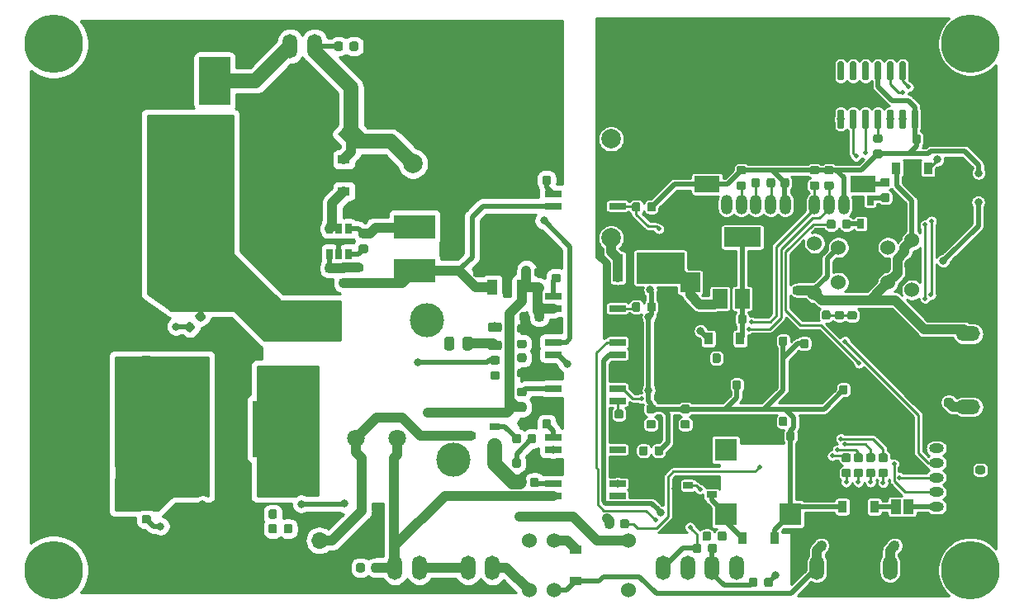
<source format=gbr>
G04 #@! TF.GenerationSoftware,KiCad,Pcbnew,(5.1.2)-1*
G04 #@! TF.CreationDate,2019-06-09T18:28:46+09:00*
G04 #@! TF.ProjectId,Control_5VOUT_ElectrocityManager,436f6e74-726f-46c5-9f35-564f55545f45,rev?*
G04 #@! TF.SameCoordinates,Original*
G04 #@! TF.FileFunction,Copper,L2,Bot*
G04 #@! TF.FilePolarity,Positive*
%FSLAX46Y46*%
G04 Gerber Fmt 4.6, Leading zero omitted, Abs format (unit mm)*
G04 Created by KiCad (PCBNEW (5.1.2)-1) date 2019-06-09 18:28:46*
%MOMM*%
%LPD*%
G04 APERTURE LIST*
%ADD10R,4.200000X2.400000*%
%ADD11O,1.524000X1.000000*%
%ADD12R,2.300000X2.300000*%
%ADD13R,0.910000X1.220000*%
%ADD14R,1.700000X0.650000*%
%ADD15C,0.100000*%
%ADD16C,0.875000*%
%ADD17C,0.975000*%
%ADD18R,1.000000X1.500000*%
%ADD19R,1.700000X1.700000*%
%ADD20O,1.700000X1.700000*%
%ADD21C,8.500000*%
%ADD22R,1.000000X0.700000*%
%ADD23C,2.000000*%
%ADD24C,0.600000*%
%ADD25R,3.800000X2.000000*%
%ADD26R,1.500000X2.000000*%
%ADD27C,1.524000*%
%ADD28O,1.200000X2.000000*%
%ADD29R,2.600000X1.700000*%
%ADD30R,0.690880X1.000760*%
%ADD31C,0.850000*%
%ADD32R,1.000000X1.800000*%
%ADD33R,2.200000X1.840000*%
%ADD34C,1.000000*%
%ADD35C,6.500000*%
%ADD36O,1.500000X2.500000*%
%ADD37R,2.000000X2.000000*%
%ADD38R,1.000000X0.950000*%
%ADD39R,4.900000X3.200000*%
%ADD40C,3.500000*%
%ADD41C,1.800000*%
%ADD42R,0.950000X1.000000*%
%ADD43R,3.200000X4.900000*%
%ADD44R,0.700000X1.000000*%
%ADD45C,6.400000*%
%ADD46C,0.800000*%
%ADD47O,2.500000X1.500000*%
%ADD48R,3.940000X5.840000*%
%ADD49R,1.220000X0.910000*%
%ADD50C,6.000000*%
%ADD51C,0.500000*%
%ADD52C,0.250000*%
%ADD53C,0.500000*%
%ADD54C,1.000000*%
%ADD55C,1.500000*%
%ADD56C,0.254000*%
G04 APERTURE END LIST*
D10*
X85000000Y-70750000D03*
X85000000Y-75250000D03*
D11*
X138500000Y-93500000D03*
X138500000Y-95000000D03*
X138500000Y-96500000D03*
X138500000Y-98000000D03*
X138500000Y-99500000D03*
X138500000Y-101000000D03*
D12*
X116900000Y-93650000D03*
X116900000Y-100250000D03*
X123500000Y-100250000D03*
D13*
X128865000Y-99500000D03*
X132135000Y-99500000D03*
D14*
X105800000Y-68635000D03*
X105800000Y-67365000D03*
X99200000Y-67365000D03*
X99200000Y-68635000D03*
X99200000Y-98385000D03*
X99200000Y-97115000D03*
X105800000Y-97115000D03*
X105800000Y-98385000D03*
X99200000Y-93635000D03*
X99200000Y-92365000D03*
X105800000Y-92365000D03*
X105800000Y-93635000D03*
X99200000Y-87365000D03*
X99200000Y-88635000D03*
X105800000Y-88635000D03*
X105800000Y-87365000D03*
X105800000Y-82615000D03*
X105800000Y-83885000D03*
X99200000Y-83885000D03*
X99200000Y-82615000D03*
X99200000Y-79135000D03*
X99200000Y-77865000D03*
X105800000Y-77865000D03*
X105800000Y-79135000D03*
D15*
G36*
X143277691Y-95276053D02*
G01*
X143298926Y-95279203D01*
X143319750Y-95284419D01*
X143339962Y-95291651D01*
X143359368Y-95300830D01*
X143377781Y-95311866D01*
X143395024Y-95324654D01*
X143410930Y-95339070D01*
X143425346Y-95354976D01*
X143438134Y-95372219D01*
X143449170Y-95390632D01*
X143458349Y-95410038D01*
X143465581Y-95430250D01*
X143470797Y-95451074D01*
X143473947Y-95472309D01*
X143475000Y-95493750D01*
X143475000Y-95931250D01*
X143473947Y-95952691D01*
X143470797Y-95973926D01*
X143465581Y-95994750D01*
X143458349Y-96014962D01*
X143449170Y-96034368D01*
X143438134Y-96052781D01*
X143425346Y-96070024D01*
X143410930Y-96085930D01*
X143395024Y-96100346D01*
X143377781Y-96113134D01*
X143359368Y-96124170D01*
X143339962Y-96133349D01*
X143319750Y-96140581D01*
X143298926Y-96145797D01*
X143277691Y-96148947D01*
X143256250Y-96150000D01*
X142743750Y-96150000D01*
X142722309Y-96148947D01*
X142701074Y-96145797D01*
X142680250Y-96140581D01*
X142660038Y-96133349D01*
X142640632Y-96124170D01*
X142622219Y-96113134D01*
X142604976Y-96100346D01*
X142589070Y-96085930D01*
X142574654Y-96070024D01*
X142561866Y-96052781D01*
X142550830Y-96034368D01*
X142541651Y-96014962D01*
X142534419Y-95994750D01*
X142529203Y-95973926D01*
X142526053Y-95952691D01*
X142525000Y-95931250D01*
X142525000Y-95493750D01*
X142526053Y-95472309D01*
X142529203Y-95451074D01*
X142534419Y-95430250D01*
X142541651Y-95410038D01*
X142550830Y-95390632D01*
X142561866Y-95372219D01*
X142574654Y-95354976D01*
X142589070Y-95339070D01*
X142604976Y-95324654D01*
X142622219Y-95311866D01*
X142640632Y-95300830D01*
X142660038Y-95291651D01*
X142680250Y-95284419D01*
X142701074Y-95279203D01*
X142722309Y-95276053D01*
X142743750Y-95275000D01*
X143256250Y-95275000D01*
X143277691Y-95276053D01*
X143277691Y-95276053D01*
G37*
D16*
X143000000Y-95712500D03*
D15*
G36*
X143277691Y-96851053D02*
G01*
X143298926Y-96854203D01*
X143319750Y-96859419D01*
X143339962Y-96866651D01*
X143359368Y-96875830D01*
X143377781Y-96886866D01*
X143395024Y-96899654D01*
X143410930Y-96914070D01*
X143425346Y-96929976D01*
X143438134Y-96947219D01*
X143449170Y-96965632D01*
X143458349Y-96985038D01*
X143465581Y-97005250D01*
X143470797Y-97026074D01*
X143473947Y-97047309D01*
X143475000Y-97068750D01*
X143475000Y-97506250D01*
X143473947Y-97527691D01*
X143470797Y-97548926D01*
X143465581Y-97569750D01*
X143458349Y-97589962D01*
X143449170Y-97609368D01*
X143438134Y-97627781D01*
X143425346Y-97645024D01*
X143410930Y-97660930D01*
X143395024Y-97675346D01*
X143377781Y-97688134D01*
X143359368Y-97699170D01*
X143339962Y-97708349D01*
X143319750Y-97715581D01*
X143298926Y-97720797D01*
X143277691Y-97723947D01*
X143256250Y-97725000D01*
X142743750Y-97725000D01*
X142722309Y-97723947D01*
X142701074Y-97720797D01*
X142680250Y-97715581D01*
X142660038Y-97708349D01*
X142640632Y-97699170D01*
X142622219Y-97688134D01*
X142604976Y-97675346D01*
X142589070Y-97660930D01*
X142574654Y-97645024D01*
X142561866Y-97627781D01*
X142550830Y-97609368D01*
X142541651Y-97589962D01*
X142534419Y-97569750D01*
X142529203Y-97548926D01*
X142526053Y-97527691D01*
X142525000Y-97506250D01*
X142525000Y-97068750D01*
X142526053Y-97047309D01*
X142529203Y-97026074D01*
X142534419Y-97005250D01*
X142541651Y-96985038D01*
X142550830Y-96965632D01*
X142561866Y-96947219D01*
X142574654Y-96929976D01*
X142589070Y-96914070D01*
X142604976Y-96899654D01*
X142622219Y-96886866D01*
X142640632Y-96875830D01*
X142660038Y-96866651D01*
X142680250Y-96859419D01*
X142701074Y-96854203D01*
X142722309Y-96851053D01*
X142743750Y-96850000D01*
X143256250Y-96850000D01*
X143277691Y-96851053D01*
X143277691Y-96851053D01*
G37*
D16*
X143000000Y-97287500D03*
D15*
G36*
X136702691Y-61276053D02*
G01*
X136723926Y-61279203D01*
X136744750Y-61284419D01*
X136764962Y-61291651D01*
X136784368Y-61300830D01*
X136802781Y-61311866D01*
X136820024Y-61324654D01*
X136835930Y-61339070D01*
X136850346Y-61354976D01*
X136863134Y-61372219D01*
X136874170Y-61390632D01*
X136883349Y-61410038D01*
X136890581Y-61430250D01*
X136895797Y-61451074D01*
X136898947Y-61472309D01*
X136900000Y-61493750D01*
X136900000Y-62006250D01*
X136898947Y-62027691D01*
X136895797Y-62048926D01*
X136890581Y-62069750D01*
X136883349Y-62089962D01*
X136874170Y-62109368D01*
X136863134Y-62127781D01*
X136850346Y-62145024D01*
X136835930Y-62160930D01*
X136820024Y-62175346D01*
X136802781Y-62188134D01*
X136784368Y-62199170D01*
X136764962Y-62208349D01*
X136744750Y-62215581D01*
X136723926Y-62220797D01*
X136702691Y-62223947D01*
X136681250Y-62225000D01*
X136243750Y-62225000D01*
X136222309Y-62223947D01*
X136201074Y-62220797D01*
X136180250Y-62215581D01*
X136160038Y-62208349D01*
X136140632Y-62199170D01*
X136122219Y-62188134D01*
X136104976Y-62175346D01*
X136089070Y-62160930D01*
X136074654Y-62145024D01*
X136061866Y-62127781D01*
X136050830Y-62109368D01*
X136041651Y-62089962D01*
X136034419Y-62069750D01*
X136029203Y-62048926D01*
X136026053Y-62027691D01*
X136025000Y-62006250D01*
X136025000Y-61493750D01*
X136026053Y-61472309D01*
X136029203Y-61451074D01*
X136034419Y-61430250D01*
X136041651Y-61410038D01*
X136050830Y-61390632D01*
X136061866Y-61372219D01*
X136074654Y-61354976D01*
X136089070Y-61339070D01*
X136104976Y-61324654D01*
X136122219Y-61311866D01*
X136140632Y-61300830D01*
X136160038Y-61291651D01*
X136180250Y-61284419D01*
X136201074Y-61279203D01*
X136222309Y-61276053D01*
X136243750Y-61275000D01*
X136681250Y-61275000D01*
X136702691Y-61276053D01*
X136702691Y-61276053D01*
G37*
D16*
X136462500Y-61750000D03*
D15*
G36*
X138277691Y-61276053D02*
G01*
X138298926Y-61279203D01*
X138319750Y-61284419D01*
X138339962Y-61291651D01*
X138359368Y-61300830D01*
X138377781Y-61311866D01*
X138395024Y-61324654D01*
X138410930Y-61339070D01*
X138425346Y-61354976D01*
X138438134Y-61372219D01*
X138449170Y-61390632D01*
X138458349Y-61410038D01*
X138465581Y-61430250D01*
X138470797Y-61451074D01*
X138473947Y-61472309D01*
X138475000Y-61493750D01*
X138475000Y-62006250D01*
X138473947Y-62027691D01*
X138470797Y-62048926D01*
X138465581Y-62069750D01*
X138458349Y-62089962D01*
X138449170Y-62109368D01*
X138438134Y-62127781D01*
X138425346Y-62145024D01*
X138410930Y-62160930D01*
X138395024Y-62175346D01*
X138377781Y-62188134D01*
X138359368Y-62199170D01*
X138339962Y-62208349D01*
X138319750Y-62215581D01*
X138298926Y-62220797D01*
X138277691Y-62223947D01*
X138256250Y-62225000D01*
X137818750Y-62225000D01*
X137797309Y-62223947D01*
X137776074Y-62220797D01*
X137755250Y-62215581D01*
X137735038Y-62208349D01*
X137715632Y-62199170D01*
X137697219Y-62188134D01*
X137679976Y-62175346D01*
X137664070Y-62160930D01*
X137649654Y-62145024D01*
X137636866Y-62127781D01*
X137625830Y-62109368D01*
X137616651Y-62089962D01*
X137609419Y-62069750D01*
X137604203Y-62048926D01*
X137601053Y-62027691D01*
X137600000Y-62006250D01*
X137600000Y-61493750D01*
X137601053Y-61472309D01*
X137604203Y-61451074D01*
X137609419Y-61430250D01*
X137616651Y-61410038D01*
X137625830Y-61390632D01*
X137636866Y-61372219D01*
X137649654Y-61354976D01*
X137664070Y-61339070D01*
X137679976Y-61324654D01*
X137697219Y-61311866D01*
X137715632Y-61300830D01*
X137735038Y-61291651D01*
X137755250Y-61284419D01*
X137776074Y-61279203D01*
X137797309Y-61276053D01*
X137818750Y-61275000D01*
X138256250Y-61275000D01*
X138277691Y-61276053D01*
X138277691Y-61276053D01*
G37*
D16*
X138037500Y-61750000D03*
D15*
G36*
X125862691Y-79366053D02*
G01*
X125883926Y-79369203D01*
X125904750Y-79374419D01*
X125924962Y-79381651D01*
X125944368Y-79390830D01*
X125962781Y-79401866D01*
X125980024Y-79414654D01*
X125995930Y-79429070D01*
X126010346Y-79444976D01*
X126023134Y-79462219D01*
X126034170Y-79480632D01*
X126043349Y-79500038D01*
X126050581Y-79520250D01*
X126055797Y-79541074D01*
X126058947Y-79562309D01*
X126060000Y-79583750D01*
X126060000Y-80096250D01*
X126058947Y-80117691D01*
X126055797Y-80138926D01*
X126050581Y-80159750D01*
X126043349Y-80179962D01*
X126034170Y-80199368D01*
X126023134Y-80217781D01*
X126010346Y-80235024D01*
X125995930Y-80250930D01*
X125980024Y-80265346D01*
X125962781Y-80278134D01*
X125944368Y-80289170D01*
X125924962Y-80298349D01*
X125904750Y-80305581D01*
X125883926Y-80310797D01*
X125862691Y-80313947D01*
X125841250Y-80315000D01*
X125403750Y-80315000D01*
X125382309Y-80313947D01*
X125361074Y-80310797D01*
X125340250Y-80305581D01*
X125320038Y-80298349D01*
X125300632Y-80289170D01*
X125282219Y-80278134D01*
X125264976Y-80265346D01*
X125249070Y-80250930D01*
X125234654Y-80235024D01*
X125221866Y-80217781D01*
X125210830Y-80199368D01*
X125201651Y-80179962D01*
X125194419Y-80159750D01*
X125189203Y-80138926D01*
X125186053Y-80117691D01*
X125185000Y-80096250D01*
X125185000Y-79583750D01*
X125186053Y-79562309D01*
X125189203Y-79541074D01*
X125194419Y-79520250D01*
X125201651Y-79500038D01*
X125210830Y-79480632D01*
X125221866Y-79462219D01*
X125234654Y-79444976D01*
X125249070Y-79429070D01*
X125264976Y-79414654D01*
X125282219Y-79401866D01*
X125300632Y-79390830D01*
X125320038Y-79381651D01*
X125340250Y-79374419D01*
X125361074Y-79369203D01*
X125382309Y-79366053D01*
X125403750Y-79365000D01*
X125841250Y-79365000D01*
X125862691Y-79366053D01*
X125862691Y-79366053D01*
G37*
D16*
X125622500Y-79840000D03*
D15*
G36*
X127437691Y-79366053D02*
G01*
X127458926Y-79369203D01*
X127479750Y-79374419D01*
X127499962Y-79381651D01*
X127519368Y-79390830D01*
X127537781Y-79401866D01*
X127555024Y-79414654D01*
X127570930Y-79429070D01*
X127585346Y-79444976D01*
X127598134Y-79462219D01*
X127609170Y-79480632D01*
X127618349Y-79500038D01*
X127625581Y-79520250D01*
X127630797Y-79541074D01*
X127633947Y-79562309D01*
X127635000Y-79583750D01*
X127635000Y-80096250D01*
X127633947Y-80117691D01*
X127630797Y-80138926D01*
X127625581Y-80159750D01*
X127618349Y-80179962D01*
X127609170Y-80199368D01*
X127598134Y-80217781D01*
X127585346Y-80235024D01*
X127570930Y-80250930D01*
X127555024Y-80265346D01*
X127537781Y-80278134D01*
X127519368Y-80289170D01*
X127499962Y-80298349D01*
X127479750Y-80305581D01*
X127458926Y-80310797D01*
X127437691Y-80313947D01*
X127416250Y-80315000D01*
X126978750Y-80315000D01*
X126957309Y-80313947D01*
X126936074Y-80310797D01*
X126915250Y-80305581D01*
X126895038Y-80298349D01*
X126875632Y-80289170D01*
X126857219Y-80278134D01*
X126839976Y-80265346D01*
X126824070Y-80250930D01*
X126809654Y-80235024D01*
X126796866Y-80217781D01*
X126785830Y-80199368D01*
X126776651Y-80179962D01*
X126769419Y-80159750D01*
X126764203Y-80138926D01*
X126761053Y-80117691D01*
X126760000Y-80096250D01*
X126760000Y-79583750D01*
X126761053Y-79562309D01*
X126764203Y-79541074D01*
X126769419Y-79520250D01*
X126776651Y-79500038D01*
X126785830Y-79480632D01*
X126796866Y-79462219D01*
X126809654Y-79444976D01*
X126824070Y-79429070D01*
X126839976Y-79414654D01*
X126857219Y-79401866D01*
X126875632Y-79390830D01*
X126895038Y-79381651D01*
X126915250Y-79374419D01*
X126936074Y-79369203D01*
X126957309Y-79366053D01*
X126978750Y-79365000D01*
X127416250Y-79365000D01*
X127437691Y-79366053D01*
X127437691Y-79366053D01*
G37*
D16*
X127197500Y-79840000D03*
D15*
G36*
X121452691Y-82026053D02*
G01*
X121473926Y-82029203D01*
X121494750Y-82034419D01*
X121514962Y-82041651D01*
X121534368Y-82050830D01*
X121552781Y-82061866D01*
X121570024Y-82074654D01*
X121585930Y-82089070D01*
X121600346Y-82104976D01*
X121613134Y-82122219D01*
X121624170Y-82140632D01*
X121633349Y-82160038D01*
X121640581Y-82180250D01*
X121645797Y-82201074D01*
X121648947Y-82222309D01*
X121650000Y-82243750D01*
X121650000Y-82756250D01*
X121648947Y-82777691D01*
X121645797Y-82798926D01*
X121640581Y-82819750D01*
X121633349Y-82839962D01*
X121624170Y-82859368D01*
X121613134Y-82877781D01*
X121600346Y-82895024D01*
X121585930Y-82910930D01*
X121570024Y-82925346D01*
X121552781Y-82938134D01*
X121534368Y-82949170D01*
X121514962Y-82958349D01*
X121494750Y-82965581D01*
X121473926Y-82970797D01*
X121452691Y-82973947D01*
X121431250Y-82975000D01*
X120993750Y-82975000D01*
X120972309Y-82973947D01*
X120951074Y-82970797D01*
X120930250Y-82965581D01*
X120910038Y-82958349D01*
X120890632Y-82949170D01*
X120872219Y-82938134D01*
X120854976Y-82925346D01*
X120839070Y-82910930D01*
X120824654Y-82895024D01*
X120811866Y-82877781D01*
X120800830Y-82859368D01*
X120791651Y-82839962D01*
X120784419Y-82819750D01*
X120779203Y-82798926D01*
X120776053Y-82777691D01*
X120775000Y-82756250D01*
X120775000Y-82243750D01*
X120776053Y-82222309D01*
X120779203Y-82201074D01*
X120784419Y-82180250D01*
X120791651Y-82160038D01*
X120800830Y-82140632D01*
X120811866Y-82122219D01*
X120824654Y-82104976D01*
X120839070Y-82089070D01*
X120854976Y-82074654D01*
X120872219Y-82061866D01*
X120890632Y-82050830D01*
X120910038Y-82041651D01*
X120930250Y-82034419D01*
X120951074Y-82029203D01*
X120972309Y-82026053D01*
X120993750Y-82025000D01*
X121431250Y-82025000D01*
X121452691Y-82026053D01*
X121452691Y-82026053D01*
G37*
D16*
X121212500Y-82500000D03*
D15*
G36*
X123027691Y-82026053D02*
G01*
X123048926Y-82029203D01*
X123069750Y-82034419D01*
X123089962Y-82041651D01*
X123109368Y-82050830D01*
X123127781Y-82061866D01*
X123145024Y-82074654D01*
X123160930Y-82089070D01*
X123175346Y-82104976D01*
X123188134Y-82122219D01*
X123199170Y-82140632D01*
X123208349Y-82160038D01*
X123215581Y-82180250D01*
X123220797Y-82201074D01*
X123223947Y-82222309D01*
X123225000Y-82243750D01*
X123225000Y-82756250D01*
X123223947Y-82777691D01*
X123220797Y-82798926D01*
X123215581Y-82819750D01*
X123208349Y-82839962D01*
X123199170Y-82859368D01*
X123188134Y-82877781D01*
X123175346Y-82895024D01*
X123160930Y-82910930D01*
X123145024Y-82925346D01*
X123127781Y-82938134D01*
X123109368Y-82949170D01*
X123089962Y-82958349D01*
X123069750Y-82965581D01*
X123048926Y-82970797D01*
X123027691Y-82973947D01*
X123006250Y-82975000D01*
X122568750Y-82975000D01*
X122547309Y-82973947D01*
X122526074Y-82970797D01*
X122505250Y-82965581D01*
X122485038Y-82958349D01*
X122465632Y-82949170D01*
X122447219Y-82938134D01*
X122429976Y-82925346D01*
X122414070Y-82910930D01*
X122399654Y-82895024D01*
X122386866Y-82877781D01*
X122375830Y-82859368D01*
X122366651Y-82839962D01*
X122359419Y-82819750D01*
X122354203Y-82798926D01*
X122351053Y-82777691D01*
X122350000Y-82756250D01*
X122350000Y-82243750D01*
X122351053Y-82222309D01*
X122354203Y-82201074D01*
X122359419Y-82180250D01*
X122366651Y-82160038D01*
X122375830Y-82140632D01*
X122386866Y-82122219D01*
X122399654Y-82104976D01*
X122414070Y-82089070D01*
X122429976Y-82074654D01*
X122447219Y-82061866D01*
X122465632Y-82050830D01*
X122485038Y-82041651D01*
X122505250Y-82034419D01*
X122526074Y-82029203D01*
X122547309Y-82026053D01*
X122568750Y-82025000D01*
X123006250Y-82025000D01*
X123027691Y-82026053D01*
X123027691Y-82026053D01*
G37*
D16*
X122787500Y-82500000D03*
D15*
G36*
X116702691Y-86526053D02*
G01*
X116723926Y-86529203D01*
X116744750Y-86534419D01*
X116764962Y-86541651D01*
X116784368Y-86550830D01*
X116802781Y-86561866D01*
X116820024Y-86574654D01*
X116835930Y-86589070D01*
X116850346Y-86604976D01*
X116863134Y-86622219D01*
X116874170Y-86640632D01*
X116883349Y-86660038D01*
X116890581Y-86680250D01*
X116895797Y-86701074D01*
X116898947Y-86722309D01*
X116900000Y-86743750D01*
X116900000Y-87256250D01*
X116898947Y-87277691D01*
X116895797Y-87298926D01*
X116890581Y-87319750D01*
X116883349Y-87339962D01*
X116874170Y-87359368D01*
X116863134Y-87377781D01*
X116850346Y-87395024D01*
X116835930Y-87410930D01*
X116820024Y-87425346D01*
X116802781Y-87438134D01*
X116784368Y-87449170D01*
X116764962Y-87458349D01*
X116744750Y-87465581D01*
X116723926Y-87470797D01*
X116702691Y-87473947D01*
X116681250Y-87475000D01*
X116243750Y-87475000D01*
X116222309Y-87473947D01*
X116201074Y-87470797D01*
X116180250Y-87465581D01*
X116160038Y-87458349D01*
X116140632Y-87449170D01*
X116122219Y-87438134D01*
X116104976Y-87425346D01*
X116089070Y-87410930D01*
X116074654Y-87395024D01*
X116061866Y-87377781D01*
X116050830Y-87359368D01*
X116041651Y-87339962D01*
X116034419Y-87319750D01*
X116029203Y-87298926D01*
X116026053Y-87277691D01*
X116025000Y-87256250D01*
X116025000Y-86743750D01*
X116026053Y-86722309D01*
X116029203Y-86701074D01*
X116034419Y-86680250D01*
X116041651Y-86660038D01*
X116050830Y-86640632D01*
X116061866Y-86622219D01*
X116074654Y-86604976D01*
X116089070Y-86589070D01*
X116104976Y-86574654D01*
X116122219Y-86561866D01*
X116140632Y-86550830D01*
X116160038Y-86541651D01*
X116180250Y-86534419D01*
X116201074Y-86529203D01*
X116222309Y-86526053D01*
X116243750Y-86525000D01*
X116681250Y-86525000D01*
X116702691Y-86526053D01*
X116702691Y-86526053D01*
G37*
D16*
X116462500Y-87000000D03*
D15*
G36*
X118277691Y-86526053D02*
G01*
X118298926Y-86529203D01*
X118319750Y-86534419D01*
X118339962Y-86541651D01*
X118359368Y-86550830D01*
X118377781Y-86561866D01*
X118395024Y-86574654D01*
X118410930Y-86589070D01*
X118425346Y-86604976D01*
X118438134Y-86622219D01*
X118449170Y-86640632D01*
X118458349Y-86660038D01*
X118465581Y-86680250D01*
X118470797Y-86701074D01*
X118473947Y-86722309D01*
X118475000Y-86743750D01*
X118475000Y-87256250D01*
X118473947Y-87277691D01*
X118470797Y-87298926D01*
X118465581Y-87319750D01*
X118458349Y-87339962D01*
X118449170Y-87359368D01*
X118438134Y-87377781D01*
X118425346Y-87395024D01*
X118410930Y-87410930D01*
X118395024Y-87425346D01*
X118377781Y-87438134D01*
X118359368Y-87449170D01*
X118339962Y-87458349D01*
X118319750Y-87465581D01*
X118298926Y-87470797D01*
X118277691Y-87473947D01*
X118256250Y-87475000D01*
X117818750Y-87475000D01*
X117797309Y-87473947D01*
X117776074Y-87470797D01*
X117755250Y-87465581D01*
X117735038Y-87458349D01*
X117715632Y-87449170D01*
X117697219Y-87438134D01*
X117679976Y-87425346D01*
X117664070Y-87410930D01*
X117649654Y-87395024D01*
X117636866Y-87377781D01*
X117625830Y-87359368D01*
X117616651Y-87339962D01*
X117609419Y-87319750D01*
X117604203Y-87298926D01*
X117601053Y-87277691D01*
X117600000Y-87256250D01*
X117600000Y-86743750D01*
X117601053Y-86722309D01*
X117604203Y-86701074D01*
X117609419Y-86680250D01*
X117616651Y-86660038D01*
X117625830Y-86640632D01*
X117636866Y-86622219D01*
X117649654Y-86604976D01*
X117664070Y-86589070D01*
X117679976Y-86574654D01*
X117697219Y-86561866D01*
X117715632Y-86550830D01*
X117735038Y-86541651D01*
X117755250Y-86534419D01*
X117776074Y-86529203D01*
X117797309Y-86526053D01*
X117818750Y-86525000D01*
X118256250Y-86525000D01*
X118277691Y-86526053D01*
X118277691Y-86526053D01*
G37*
D16*
X118037500Y-87000000D03*
D15*
G36*
X122202691Y-91776053D02*
G01*
X122223926Y-91779203D01*
X122244750Y-91784419D01*
X122264962Y-91791651D01*
X122284368Y-91800830D01*
X122302781Y-91811866D01*
X122320024Y-91824654D01*
X122335930Y-91839070D01*
X122350346Y-91854976D01*
X122363134Y-91872219D01*
X122374170Y-91890632D01*
X122383349Y-91910038D01*
X122390581Y-91930250D01*
X122395797Y-91951074D01*
X122398947Y-91972309D01*
X122400000Y-91993750D01*
X122400000Y-92506250D01*
X122398947Y-92527691D01*
X122395797Y-92548926D01*
X122390581Y-92569750D01*
X122383349Y-92589962D01*
X122374170Y-92609368D01*
X122363134Y-92627781D01*
X122350346Y-92645024D01*
X122335930Y-92660930D01*
X122320024Y-92675346D01*
X122302781Y-92688134D01*
X122284368Y-92699170D01*
X122264962Y-92708349D01*
X122244750Y-92715581D01*
X122223926Y-92720797D01*
X122202691Y-92723947D01*
X122181250Y-92725000D01*
X121743750Y-92725000D01*
X121722309Y-92723947D01*
X121701074Y-92720797D01*
X121680250Y-92715581D01*
X121660038Y-92708349D01*
X121640632Y-92699170D01*
X121622219Y-92688134D01*
X121604976Y-92675346D01*
X121589070Y-92660930D01*
X121574654Y-92645024D01*
X121561866Y-92627781D01*
X121550830Y-92609368D01*
X121541651Y-92589962D01*
X121534419Y-92569750D01*
X121529203Y-92548926D01*
X121526053Y-92527691D01*
X121525000Y-92506250D01*
X121525000Y-91993750D01*
X121526053Y-91972309D01*
X121529203Y-91951074D01*
X121534419Y-91930250D01*
X121541651Y-91910038D01*
X121550830Y-91890632D01*
X121561866Y-91872219D01*
X121574654Y-91854976D01*
X121589070Y-91839070D01*
X121604976Y-91824654D01*
X121622219Y-91811866D01*
X121640632Y-91800830D01*
X121660038Y-91791651D01*
X121680250Y-91784419D01*
X121701074Y-91779203D01*
X121722309Y-91776053D01*
X121743750Y-91775000D01*
X122181250Y-91775000D01*
X122202691Y-91776053D01*
X122202691Y-91776053D01*
G37*
D16*
X121962500Y-92250000D03*
D15*
G36*
X123777691Y-91776053D02*
G01*
X123798926Y-91779203D01*
X123819750Y-91784419D01*
X123839962Y-91791651D01*
X123859368Y-91800830D01*
X123877781Y-91811866D01*
X123895024Y-91824654D01*
X123910930Y-91839070D01*
X123925346Y-91854976D01*
X123938134Y-91872219D01*
X123949170Y-91890632D01*
X123958349Y-91910038D01*
X123965581Y-91930250D01*
X123970797Y-91951074D01*
X123973947Y-91972309D01*
X123975000Y-91993750D01*
X123975000Y-92506250D01*
X123973947Y-92527691D01*
X123970797Y-92548926D01*
X123965581Y-92569750D01*
X123958349Y-92589962D01*
X123949170Y-92609368D01*
X123938134Y-92627781D01*
X123925346Y-92645024D01*
X123910930Y-92660930D01*
X123895024Y-92675346D01*
X123877781Y-92688134D01*
X123859368Y-92699170D01*
X123839962Y-92708349D01*
X123819750Y-92715581D01*
X123798926Y-92720797D01*
X123777691Y-92723947D01*
X123756250Y-92725000D01*
X123318750Y-92725000D01*
X123297309Y-92723947D01*
X123276074Y-92720797D01*
X123255250Y-92715581D01*
X123235038Y-92708349D01*
X123215632Y-92699170D01*
X123197219Y-92688134D01*
X123179976Y-92675346D01*
X123164070Y-92660930D01*
X123149654Y-92645024D01*
X123136866Y-92627781D01*
X123125830Y-92609368D01*
X123116651Y-92589962D01*
X123109419Y-92569750D01*
X123104203Y-92548926D01*
X123101053Y-92527691D01*
X123100000Y-92506250D01*
X123100000Y-91993750D01*
X123101053Y-91972309D01*
X123104203Y-91951074D01*
X123109419Y-91930250D01*
X123116651Y-91910038D01*
X123125830Y-91890632D01*
X123136866Y-91872219D01*
X123149654Y-91854976D01*
X123164070Y-91839070D01*
X123179976Y-91824654D01*
X123197219Y-91811866D01*
X123215632Y-91800830D01*
X123235038Y-91791651D01*
X123255250Y-91784419D01*
X123276074Y-91779203D01*
X123297309Y-91776053D01*
X123318750Y-91775000D01*
X123756250Y-91775000D01*
X123777691Y-91776053D01*
X123777691Y-91776053D01*
G37*
D16*
X123537500Y-92250000D03*
D15*
G36*
X116202691Y-83776053D02*
G01*
X116223926Y-83779203D01*
X116244750Y-83784419D01*
X116264962Y-83791651D01*
X116284368Y-83800830D01*
X116302781Y-83811866D01*
X116320024Y-83824654D01*
X116335930Y-83839070D01*
X116350346Y-83854976D01*
X116363134Y-83872219D01*
X116374170Y-83890632D01*
X116383349Y-83910038D01*
X116390581Y-83930250D01*
X116395797Y-83951074D01*
X116398947Y-83972309D01*
X116400000Y-83993750D01*
X116400000Y-84506250D01*
X116398947Y-84527691D01*
X116395797Y-84548926D01*
X116390581Y-84569750D01*
X116383349Y-84589962D01*
X116374170Y-84609368D01*
X116363134Y-84627781D01*
X116350346Y-84645024D01*
X116335930Y-84660930D01*
X116320024Y-84675346D01*
X116302781Y-84688134D01*
X116284368Y-84699170D01*
X116264962Y-84708349D01*
X116244750Y-84715581D01*
X116223926Y-84720797D01*
X116202691Y-84723947D01*
X116181250Y-84725000D01*
X115743750Y-84725000D01*
X115722309Y-84723947D01*
X115701074Y-84720797D01*
X115680250Y-84715581D01*
X115660038Y-84708349D01*
X115640632Y-84699170D01*
X115622219Y-84688134D01*
X115604976Y-84675346D01*
X115589070Y-84660930D01*
X115574654Y-84645024D01*
X115561866Y-84627781D01*
X115550830Y-84609368D01*
X115541651Y-84589962D01*
X115534419Y-84569750D01*
X115529203Y-84548926D01*
X115526053Y-84527691D01*
X115525000Y-84506250D01*
X115525000Y-83993750D01*
X115526053Y-83972309D01*
X115529203Y-83951074D01*
X115534419Y-83930250D01*
X115541651Y-83910038D01*
X115550830Y-83890632D01*
X115561866Y-83872219D01*
X115574654Y-83854976D01*
X115589070Y-83839070D01*
X115604976Y-83824654D01*
X115622219Y-83811866D01*
X115640632Y-83800830D01*
X115660038Y-83791651D01*
X115680250Y-83784419D01*
X115701074Y-83779203D01*
X115722309Y-83776053D01*
X115743750Y-83775000D01*
X116181250Y-83775000D01*
X116202691Y-83776053D01*
X116202691Y-83776053D01*
G37*
D16*
X115962500Y-84250000D03*
D15*
G36*
X117777691Y-83776053D02*
G01*
X117798926Y-83779203D01*
X117819750Y-83784419D01*
X117839962Y-83791651D01*
X117859368Y-83800830D01*
X117877781Y-83811866D01*
X117895024Y-83824654D01*
X117910930Y-83839070D01*
X117925346Y-83854976D01*
X117938134Y-83872219D01*
X117949170Y-83890632D01*
X117958349Y-83910038D01*
X117965581Y-83930250D01*
X117970797Y-83951074D01*
X117973947Y-83972309D01*
X117975000Y-83993750D01*
X117975000Y-84506250D01*
X117973947Y-84527691D01*
X117970797Y-84548926D01*
X117965581Y-84569750D01*
X117958349Y-84589962D01*
X117949170Y-84609368D01*
X117938134Y-84627781D01*
X117925346Y-84645024D01*
X117910930Y-84660930D01*
X117895024Y-84675346D01*
X117877781Y-84688134D01*
X117859368Y-84699170D01*
X117839962Y-84708349D01*
X117819750Y-84715581D01*
X117798926Y-84720797D01*
X117777691Y-84723947D01*
X117756250Y-84725000D01*
X117318750Y-84725000D01*
X117297309Y-84723947D01*
X117276074Y-84720797D01*
X117255250Y-84715581D01*
X117235038Y-84708349D01*
X117215632Y-84699170D01*
X117197219Y-84688134D01*
X117179976Y-84675346D01*
X117164070Y-84660930D01*
X117149654Y-84645024D01*
X117136866Y-84627781D01*
X117125830Y-84609368D01*
X117116651Y-84589962D01*
X117109419Y-84569750D01*
X117104203Y-84548926D01*
X117101053Y-84527691D01*
X117100000Y-84506250D01*
X117100000Y-83993750D01*
X117101053Y-83972309D01*
X117104203Y-83951074D01*
X117109419Y-83930250D01*
X117116651Y-83910038D01*
X117125830Y-83890632D01*
X117136866Y-83872219D01*
X117149654Y-83854976D01*
X117164070Y-83839070D01*
X117179976Y-83824654D01*
X117197219Y-83811866D01*
X117215632Y-83800830D01*
X117235038Y-83791651D01*
X117255250Y-83784419D01*
X117276074Y-83779203D01*
X117297309Y-83776053D01*
X117318750Y-83775000D01*
X117756250Y-83775000D01*
X117777691Y-83776053D01*
X117777691Y-83776053D01*
G37*
D16*
X117537500Y-84250000D03*
D15*
G36*
X130777691Y-87026053D02*
G01*
X130798926Y-87029203D01*
X130819750Y-87034419D01*
X130839962Y-87041651D01*
X130859368Y-87050830D01*
X130877781Y-87061866D01*
X130895024Y-87074654D01*
X130910930Y-87089070D01*
X130925346Y-87104976D01*
X130938134Y-87122219D01*
X130949170Y-87140632D01*
X130958349Y-87160038D01*
X130965581Y-87180250D01*
X130970797Y-87201074D01*
X130973947Y-87222309D01*
X130975000Y-87243750D01*
X130975000Y-87756250D01*
X130973947Y-87777691D01*
X130970797Y-87798926D01*
X130965581Y-87819750D01*
X130958349Y-87839962D01*
X130949170Y-87859368D01*
X130938134Y-87877781D01*
X130925346Y-87895024D01*
X130910930Y-87910930D01*
X130895024Y-87925346D01*
X130877781Y-87938134D01*
X130859368Y-87949170D01*
X130839962Y-87958349D01*
X130819750Y-87965581D01*
X130798926Y-87970797D01*
X130777691Y-87973947D01*
X130756250Y-87975000D01*
X130318750Y-87975000D01*
X130297309Y-87973947D01*
X130276074Y-87970797D01*
X130255250Y-87965581D01*
X130235038Y-87958349D01*
X130215632Y-87949170D01*
X130197219Y-87938134D01*
X130179976Y-87925346D01*
X130164070Y-87910930D01*
X130149654Y-87895024D01*
X130136866Y-87877781D01*
X130125830Y-87859368D01*
X130116651Y-87839962D01*
X130109419Y-87819750D01*
X130104203Y-87798926D01*
X130101053Y-87777691D01*
X130100000Y-87756250D01*
X130100000Y-87243750D01*
X130101053Y-87222309D01*
X130104203Y-87201074D01*
X130109419Y-87180250D01*
X130116651Y-87160038D01*
X130125830Y-87140632D01*
X130136866Y-87122219D01*
X130149654Y-87104976D01*
X130164070Y-87089070D01*
X130179976Y-87074654D01*
X130197219Y-87061866D01*
X130215632Y-87050830D01*
X130235038Y-87041651D01*
X130255250Y-87034419D01*
X130276074Y-87029203D01*
X130297309Y-87026053D01*
X130318750Y-87025000D01*
X130756250Y-87025000D01*
X130777691Y-87026053D01*
X130777691Y-87026053D01*
G37*
D16*
X130537500Y-87500000D03*
D15*
G36*
X129202691Y-87026053D02*
G01*
X129223926Y-87029203D01*
X129244750Y-87034419D01*
X129264962Y-87041651D01*
X129284368Y-87050830D01*
X129302781Y-87061866D01*
X129320024Y-87074654D01*
X129335930Y-87089070D01*
X129350346Y-87104976D01*
X129363134Y-87122219D01*
X129374170Y-87140632D01*
X129383349Y-87160038D01*
X129390581Y-87180250D01*
X129395797Y-87201074D01*
X129398947Y-87222309D01*
X129400000Y-87243750D01*
X129400000Y-87756250D01*
X129398947Y-87777691D01*
X129395797Y-87798926D01*
X129390581Y-87819750D01*
X129383349Y-87839962D01*
X129374170Y-87859368D01*
X129363134Y-87877781D01*
X129350346Y-87895024D01*
X129335930Y-87910930D01*
X129320024Y-87925346D01*
X129302781Y-87938134D01*
X129284368Y-87949170D01*
X129264962Y-87958349D01*
X129244750Y-87965581D01*
X129223926Y-87970797D01*
X129202691Y-87973947D01*
X129181250Y-87975000D01*
X128743750Y-87975000D01*
X128722309Y-87973947D01*
X128701074Y-87970797D01*
X128680250Y-87965581D01*
X128660038Y-87958349D01*
X128640632Y-87949170D01*
X128622219Y-87938134D01*
X128604976Y-87925346D01*
X128589070Y-87910930D01*
X128574654Y-87895024D01*
X128561866Y-87877781D01*
X128550830Y-87859368D01*
X128541651Y-87839962D01*
X128534419Y-87819750D01*
X128529203Y-87798926D01*
X128526053Y-87777691D01*
X128525000Y-87756250D01*
X128525000Y-87243750D01*
X128526053Y-87222309D01*
X128529203Y-87201074D01*
X128534419Y-87180250D01*
X128541651Y-87160038D01*
X128550830Y-87140632D01*
X128561866Y-87122219D01*
X128574654Y-87104976D01*
X128589070Y-87089070D01*
X128604976Y-87074654D01*
X128622219Y-87061866D01*
X128640632Y-87050830D01*
X128660038Y-87041651D01*
X128680250Y-87034419D01*
X128701074Y-87029203D01*
X128722309Y-87026053D01*
X128743750Y-87025000D01*
X129181250Y-87025000D01*
X129202691Y-87026053D01*
X129202691Y-87026053D01*
G37*
D16*
X128962500Y-87500000D03*
D15*
G36*
X121452691Y-90276053D02*
G01*
X121473926Y-90279203D01*
X121494750Y-90284419D01*
X121514962Y-90291651D01*
X121534368Y-90300830D01*
X121552781Y-90311866D01*
X121570024Y-90324654D01*
X121585930Y-90339070D01*
X121600346Y-90354976D01*
X121613134Y-90372219D01*
X121624170Y-90390632D01*
X121633349Y-90410038D01*
X121640581Y-90430250D01*
X121645797Y-90451074D01*
X121648947Y-90472309D01*
X121650000Y-90493750D01*
X121650000Y-91006250D01*
X121648947Y-91027691D01*
X121645797Y-91048926D01*
X121640581Y-91069750D01*
X121633349Y-91089962D01*
X121624170Y-91109368D01*
X121613134Y-91127781D01*
X121600346Y-91145024D01*
X121585930Y-91160930D01*
X121570024Y-91175346D01*
X121552781Y-91188134D01*
X121534368Y-91199170D01*
X121514962Y-91208349D01*
X121494750Y-91215581D01*
X121473926Y-91220797D01*
X121452691Y-91223947D01*
X121431250Y-91225000D01*
X120993750Y-91225000D01*
X120972309Y-91223947D01*
X120951074Y-91220797D01*
X120930250Y-91215581D01*
X120910038Y-91208349D01*
X120890632Y-91199170D01*
X120872219Y-91188134D01*
X120854976Y-91175346D01*
X120839070Y-91160930D01*
X120824654Y-91145024D01*
X120811866Y-91127781D01*
X120800830Y-91109368D01*
X120791651Y-91089962D01*
X120784419Y-91069750D01*
X120779203Y-91048926D01*
X120776053Y-91027691D01*
X120775000Y-91006250D01*
X120775000Y-90493750D01*
X120776053Y-90472309D01*
X120779203Y-90451074D01*
X120784419Y-90430250D01*
X120791651Y-90410038D01*
X120800830Y-90390632D01*
X120811866Y-90372219D01*
X120824654Y-90354976D01*
X120839070Y-90339070D01*
X120854976Y-90324654D01*
X120872219Y-90311866D01*
X120890632Y-90300830D01*
X120910038Y-90291651D01*
X120930250Y-90284419D01*
X120951074Y-90279203D01*
X120972309Y-90276053D01*
X120993750Y-90275000D01*
X121431250Y-90275000D01*
X121452691Y-90276053D01*
X121452691Y-90276053D01*
G37*
D16*
X121212500Y-90750000D03*
D15*
G36*
X123027691Y-90276053D02*
G01*
X123048926Y-90279203D01*
X123069750Y-90284419D01*
X123089962Y-90291651D01*
X123109368Y-90300830D01*
X123127781Y-90311866D01*
X123145024Y-90324654D01*
X123160930Y-90339070D01*
X123175346Y-90354976D01*
X123188134Y-90372219D01*
X123199170Y-90390632D01*
X123208349Y-90410038D01*
X123215581Y-90430250D01*
X123220797Y-90451074D01*
X123223947Y-90472309D01*
X123225000Y-90493750D01*
X123225000Y-91006250D01*
X123223947Y-91027691D01*
X123220797Y-91048926D01*
X123215581Y-91069750D01*
X123208349Y-91089962D01*
X123199170Y-91109368D01*
X123188134Y-91127781D01*
X123175346Y-91145024D01*
X123160930Y-91160930D01*
X123145024Y-91175346D01*
X123127781Y-91188134D01*
X123109368Y-91199170D01*
X123089962Y-91208349D01*
X123069750Y-91215581D01*
X123048926Y-91220797D01*
X123027691Y-91223947D01*
X123006250Y-91225000D01*
X122568750Y-91225000D01*
X122547309Y-91223947D01*
X122526074Y-91220797D01*
X122505250Y-91215581D01*
X122485038Y-91208349D01*
X122465632Y-91199170D01*
X122447219Y-91188134D01*
X122429976Y-91175346D01*
X122414070Y-91160930D01*
X122399654Y-91145024D01*
X122386866Y-91127781D01*
X122375830Y-91109368D01*
X122366651Y-91089962D01*
X122359419Y-91069750D01*
X122354203Y-91048926D01*
X122351053Y-91027691D01*
X122350000Y-91006250D01*
X122350000Y-90493750D01*
X122351053Y-90472309D01*
X122354203Y-90451074D01*
X122359419Y-90430250D01*
X122366651Y-90410038D01*
X122375830Y-90390632D01*
X122386866Y-90372219D01*
X122399654Y-90354976D01*
X122414070Y-90339070D01*
X122429976Y-90324654D01*
X122447219Y-90311866D01*
X122465632Y-90300830D01*
X122485038Y-90291651D01*
X122505250Y-90284419D01*
X122526074Y-90279203D01*
X122547309Y-90276053D01*
X122568750Y-90275000D01*
X123006250Y-90275000D01*
X123027691Y-90276053D01*
X123027691Y-90276053D01*
G37*
D16*
X122787500Y-90750000D03*
D15*
G36*
X114477691Y-78276053D02*
G01*
X114498926Y-78279203D01*
X114519750Y-78284419D01*
X114539962Y-78291651D01*
X114559368Y-78300830D01*
X114577781Y-78311866D01*
X114595024Y-78324654D01*
X114610930Y-78339070D01*
X114625346Y-78354976D01*
X114638134Y-78372219D01*
X114649170Y-78390632D01*
X114658349Y-78410038D01*
X114665581Y-78430250D01*
X114670797Y-78451074D01*
X114673947Y-78472309D01*
X114675000Y-78493750D01*
X114675000Y-78931250D01*
X114673947Y-78952691D01*
X114670797Y-78973926D01*
X114665581Y-78994750D01*
X114658349Y-79014962D01*
X114649170Y-79034368D01*
X114638134Y-79052781D01*
X114625346Y-79070024D01*
X114610930Y-79085930D01*
X114595024Y-79100346D01*
X114577781Y-79113134D01*
X114559368Y-79124170D01*
X114539962Y-79133349D01*
X114519750Y-79140581D01*
X114498926Y-79145797D01*
X114477691Y-79148947D01*
X114456250Y-79150000D01*
X113943750Y-79150000D01*
X113922309Y-79148947D01*
X113901074Y-79145797D01*
X113880250Y-79140581D01*
X113860038Y-79133349D01*
X113840632Y-79124170D01*
X113822219Y-79113134D01*
X113804976Y-79100346D01*
X113789070Y-79085930D01*
X113774654Y-79070024D01*
X113761866Y-79052781D01*
X113750830Y-79034368D01*
X113741651Y-79014962D01*
X113734419Y-78994750D01*
X113729203Y-78973926D01*
X113726053Y-78952691D01*
X113725000Y-78931250D01*
X113725000Y-78493750D01*
X113726053Y-78472309D01*
X113729203Y-78451074D01*
X113734419Y-78430250D01*
X113741651Y-78410038D01*
X113750830Y-78390632D01*
X113761866Y-78372219D01*
X113774654Y-78354976D01*
X113789070Y-78339070D01*
X113804976Y-78324654D01*
X113822219Y-78311866D01*
X113840632Y-78300830D01*
X113860038Y-78291651D01*
X113880250Y-78284419D01*
X113901074Y-78279203D01*
X113922309Y-78276053D01*
X113943750Y-78275000D01*
X114456250Y-78275000D01*
X114477691Y-78276053D01*
X114477691Y-78276053D01*
G37*
D16*
X114200000Y-78712500D03*
D15*
G36*
X114477691Y-79851053D02*
G01*
X114498926Y-79854203D01*
X114519750Y-79859419D01*
X114539962Y-79866651D01*
X114559368Y-79875830D01*
X114577781Y-79886866D01*
X114595024Y-79899654D01*
X114610930Y-79914070D01*
X114625346Y-79929976D01*
X114638134Y-79947219D01*
X114649170Y-79965632D01*
X114658349Y-79985038D01*
X114665581Y-80005250D01*
X114670797Y-80026074D01*
X114673947Y-80047309D01*
X114675000Y-80068750D01*
X114675000Y-80506250D01*
X114673947Y-80527691D01*
X114670797Y-80548926D01*
X114665581Y-80569750D01*
X114658349Y-80589962D01*
X114649170Y-80609368D01*
X114638134Y-80627781D01*
X114625346Y-80645024D01*
X114610930Y-80660930D01*
X114595024Y-80675346D01*
X114577781Y-80688134D01*
X114559368Y-80699170D01*
X114539962Y-80708349D01*
X114519750Y-80715581D01*
X114498926Y-80720797D01*
X114477691Y-80723947D01*
X114456250Y-80725000D01*
X113943750Y-80725000D01*
X113922309Y-80723947D01*
X113901074Y-80720797D01*
X113880250Y-80715581D01*
X113860038Y-80708349D01*
X113840632Y-80699170D01*
X113822219Y-80688134D01*
X113804976Y-80675346D01*
X113789070Y-80660930D01*
X113774654Y-80645024D01*
X113761866Y-80627781D01*
X113750830Y-80609368D01*
X113741651Y-80589962D01*
X113734419Y-80569750D01*
X113729203Y-80548926D01*
X113726053Y-80527691D01*
X113725000Y-80506250D01*
X113725000Y-80068750D01*
X113726053Y-80047309D01*
X113729203Y-80026074D01*
X113734419Y-80005250D01*
X113741651Y-79985038D01*
X113750830Y-79965632D01*
X113761866Y-79947219D01*
X113774654Y-79929976D01*
X113789070Y-79914070D01*
X113804976Y-79899654D01*
X113822219Y-79886866D01*
X113840632Y-79875830D01*
X113860038Y-79866651D01*
X113880250Y-79859419D01*
X113901074Y-79854203D01*
X113922309Y-79851053D01*
X113943750Y-79850000D01*
X114456250Y-79850000D01*
X114477691Y-79851053D01*
X114477691Y-79851053D01*
G37*
D16*
X114200000Y-80287500D03*
D15*
G36*
X125202691Y-82276053D02*
G01*
X125223926Y-82279203D01*
X125244750Y-82284419D01*
X125264962Y-82291651D01*
X125284368Y-82300830D01*
X125302781Y-82311866D01*
X125320024Y-82324654D01*
X125335930Y-82339070D01*
X125350346Y-82354976D01*
X125363134Y-82372219D01*
X125374170Y-82390632D01*
X125383349Y-82410038D01*
X125390581Y-82430250D01*
X125395797Y-82451074D01*
X125398947Y-82472309D01*
X125400000Y-82493750D01*
X125400000Y-83006250D01*
X125398947Y-83027691D01*
X125395797Y-83048926D01*
X125390581Y-83069750D01*
X125383349Y-83089962D01*
X125374170Y-83109368D01*
X125363134Y-83127781D01*
X125350346Y-83145024D01*
X125335930Y-83160930D01*
X125320024Y-83175346D01*
X125302781Y-83188134D01*
X125284368Y-83199170D01*
X125264962Y-83208349D01*
X125244750Y-83215581D01*
X125223926Y-83220797D01*
X125202691Y-83223947D01*
X125181250Y-83225000D01*
X124743750Y-83225000D01*
X124722309Y-83223947D01*
X124701074Y-83220797D01*
X124680250Y-83215581D01*
X124660038Y-83208349D01*
X124640632Y-83199170D01*
X124622219Y-83188134D01*
X124604976Y-83175346D01*
X124589070Y-83160930D01*
X124574654Y-83145024D01*
X124561866Y-83127781D01*
X124550830Y-83109368D01*
X124541651Y-83089962D01*
X124534419Y-83069750D01*
X124529203Y-83048926D01*
X124526053Y-83027691D01*
X124525000Y-83006250D01*
X124525000Y-82493750D01*
X124526053Y-82472309D01*
X124529203Y-82451074D01*
X124534419Y-82430250D01*
X124541651Y-82410038D01*
X124550830Y-82390632D01*
X124561866Y-82372219D01*
X124574654Y-82354976D01*
X124589070Y-82339070D01*
X124604976Y-82324654D01*
X124622219Y-82311866D01*
X124640632Y-82300830D01*
X124660038Y-82291651D01*
X124680250Y-82284419D01*
X124701074Y-82279203D01*
X124722309Y-82276053D01*
X124743750Y-82275000D01*
X125181250Y-82275000D01*
X125202691Y-82276053D01*
X125202691Y-82276053D01*
G37*
D16*
X124962500Y-82750000D03*
D15*
G36*
X126777691Y-82276053D02*
G01*
X126798926Y-82279203D01*
X126819750Y-82284419D01*
X126839962Y-82291651D01*
X126859368Y-82300830D01*
X126877781Y-82311866D01*
X126895024Y-82324654D01*
X126910930Y-82339070D01*
X126925346Y-82354976D01*
X126938134Y-82372219D01*
X126949170Y-82390632D01*
X126958349Y-82410038D01*
X126965581Y-82430250D01*
X126970797Y-82451074D01*
X126973947Y-82472309D01*
X126975000Y-82493750D01*
X126975000Y-83006250D01*
X126973947Y-83027691D01*
X126970797Y-83048926D01*
X126965581Y-83069750D01*
X126958349Y-83089962D01*
X126949170Y-83109368D01*
X126938134Y-83127781D01*
X126925346Y-83145024D01*
X126910930Y-83160930D01*
X126895024Y-83175346D01*
X126877781Y-83188134D01*
X126859368Y-83199170D01*
X126839962Y-83208349D01*
X126819750Y-83215581D01*
X126798926Y-83220797D01*
X126777691Y-83223947D01*
X126756250Y-83225000D01*
X126318750Y-83225000D01*
X126297309Y-83223947D01*
X126276074Y-83220797D01*
X126255250Y-83215581D01*
X126235038Y-83208349D01*
X126215632Y-83199170D01*
X126197219Y-83188134D01*
X126179976Y-83175346D01*
X126164070Y-83160930D01*
X126149654Y-83145024D01*
X126136866Y-83127781D01*
X126125830Y-83109368D01*
X126116651Y-83089962D01*
X126109419Y-83069750D01*
X126104203Y-83048926D01*
X126101053Y-83027691D01*
X126100000Y-83006250D01*
X126100000Y-82493750D01*
X126101053Y-82472309D01*
X126104203Y-82451074D01*
X126109419Y-82430250D01*
X126116651Y-82410038D01*
X126125830Y-82390632D01*
X126136866Y-82372219D01*
X126149654Y-82354976D01*
X126164070Y-82339070D01*
X126179976Y-82324654D01*
X126197219Y-82311866D01*
X126215632Y-82300830D01*
X126235038Y-82291651D01*
X126255250Y-82284419D01*
X126276074Y-82279203D01*
X126297309Y-82276053D01*
X126318750Y-82275000D01*
X126756250Y-82275000D01*
X126777691Y-82276053D01*
X126777691Y-82276053D01*
G37*
D16*
X126537500Y-82750000D03*
D15*
G36*
X118827691Y-79776053D02*
G01*
X118848926Y-79779203D01*
X118869750Y-79784419D01*
X118889962Y-79791651D01*
X118909368Y-79800830D01*
X118927781Y-79811866D01*
X118945024Y-79824654D01*
X118960930Y-79839070D01*
X118975346Y-79854976D01*
X118988134Y-79872219D01*
X118999170Y-79890632D01*
X119008349Y-79910038D01*
X119015581Y-79930250D01*
X119020797Y-79951074D01*
X119023947Y-79972309D01*
X119025000Y-79993750D01*
X119025000Y-80506250D01*
X119023947Y-80527691D01*
X119020797Y-80548926D01*
X119015581Y-80569750D01*
X119008349Y-80589962D01*
X118999170Y-80609368D01*
X118988134Y-80627781D01*
X118975346Y-80645024D01*
X118960930Y-80660930D01*
X118945024Y-80675346D01*
X118927781Y-80688134D01*
X118909368Y-80699170D01*
X118889962Y-80708349D01*
X118869750Y-80715581D01*
X118848926Y-80720797D01*
X118827691Y-80723947D01*
X118806250Y-80725000D01*
X118368750Y-80725000D01*
X118347309Y-80723947D01*
X118326074Y-80720797D01*
X118305250Y-80715581D01*
X118285038Y-80708349D01*
X118265632Y-80699170D01*
X118247219Y-80688134D01*
X118229976Y-80675346D01*
X118214070Y-80660930D01*
X118199654Y-80645024D01*
X118186866Y-80627781D01*
X118175830Y-80609368D01*
X118166651Y-80589962D01*
X118159419Y-80569750D01*
X118154203Y-80548926D01*
X118151053Y-80527691D01*
X118150000Y-80506250D01*
X118150000Y-79993750D01*
X118151053Y-79972309D01*
X118154203Y-79951074D01*
X118159419Y-79930250D01*
X118166651Y-79910038D01*
X118175830Y-79890632D01*
X118186866Y-79872219D01*
X118199654Y-79854976D01*
X118214070Y-79839070D01*
X118229976Y-79824654D01*
X118247219Y-79811866D01*
X118265632Y-79800830D01*
X118285038Y-79791651D01*
X118305250Y-79784419D01*
X118326074Y-79779203D01*
X118347309Y-79776053D01*
X118368750Y-79775000D01*
X118806250Y-79775000D01*
X118827691Y-79776053D01*
X118827691Y-79776053D01*
G37*
D16*
X118587500Y-80250000D03*
D15*
G36*
X117252691Y-79776053D02*
G01*
X117273926Y-79779203D01*
X117294750Y-79784419D01*
X117314962Y-79791651D01*
X117334368Y-79800830D01*
X117352781Y-79811866D01*
X117370024Y-79824654D01*
X117385930Y-79839070D01*
X117400346Y-79854976D01*
X117413134Y-79872219D01*
X117424170Y-79890632D01*
X117433349Y-79910038D01*
X117440581Y-79930250D01*
X117445797Y-79951074D01*
X117448947Y-79972309D01*
X117450000Y-79993750D01*
X117450000Y-80506250D01*
X117448947Y-80527691D01*
X117445797Y-80548926D01*
X117440581Y-80569750D01*
X117433349Y-80589962D01*
X117424170Y-80609368D01*
X117413134Y-80627781D01*
X117400346Y-80645024D01*
X117385930Y-80660930D01*
X117370024Y-80675346D01*
X117352781Y-80688134D01*
X117334368Y-80699170D01*
X117314962Y-80708349D01*
X117294750Y-80715581D01*
X117273926Y-80720797D01*
X117252691Y-80723947D01*
X117231250Y-80725000D01*
X116793750Y-80725000D01*
X116772309Y-80723947D01*
X116751074Y-80720797D01*
X116730250Y-80715581D01*
X116710038Y-80708349D01*
X116690632Y-80699170D01*
X116672219Y-80688134D01*
X116654976Y-80675346D01*
X116639070Y-80660930D01*
X116624654Y-80645024D01*
X116611866Y-80627781D01*
X116600830Y-80609368D01*
X116591651Y-80589962D01*
X116584419Y-80569750D01*
X116579203Y-80548926D01*
X116576053Y-80527691D01*
X116575000Y-80506250D01*
X116575000Y-79993750D01*
X116576053Y-79972309D01*
X116579203Y-79951074D01*
X116584419Y-79930250D01*
X116591651Y-79910038D01*
X116600830Y-79890632D01*
X116611866Y-79872219D01*
X116624654Y-79854976D01*
X116639070Y-79839070D01*
X116654976Y-79824654D01*
X116672219Y-79811866D01*
X116690632Y-79800830D01*
X116710038Y-79791651D01*
X116730250Y-79784419D01*
X116751074Y-79779203D01*
X116772309Y-79776053D01*
X116793750Y-79775000D01*
X117231250Y-79775000D01*
X117252691Y-79776053D01*
X117252691Y-79776053D01*
G37*
D16*
X117012500Y-80250000D03*
D15*
G36*
X123202691Y-65776053D02*
G01*
X123223926Y-65779203D01*
X123244750Y-65784419D01*
X123264962Y-65791651D01*
X123284368Y-65800830D01*
X123302781Y-65811866D01*
X123320024Y-65824654D01*
X123335930Y-65839070D01*
X123350346Y-65854976D01*
X123363134Y-65872219D01*
X123374170Y-65890632D01*
X123383349Y-65910038D01*
X123390581Y-65930250D01*
X123395797Y-65951074D01*
X123398947Y-65972309D01*
X123400000Y-65993750D01*
X123400000Y-66506250D01*
X123398947Y-66527691D01*
X123395797Y-66548926D01*
X123390581Y-66569750D01*
X123383349Y-66589962D01*
X123374170Y-66609368D01*
X123363134Y-66627781D01*
X123350346Y-66645024D01*
X123335930Y-66660930D01*
X123320024Y-66675346D01*
X123302781Y-66688134D01*
X123284368Y-66699170D01*
X123264962Y-66708349D01*
X123244750Y-66715581D01*
X123223926Y-66720797D01*
X123202691Y-66723947D01*
X123181250Y-66725000D01*
X122743750Y-66725000D01*
X122722309Y-66723947D01*
X122701074Y-66720797D01*
X122680250Y-66715581D01*
X122660038Y-66708349D01*
X122640632Y-66699170D01*
X122622219Y-66688134D01*
X122604976Y-66675346D01*
X122589070Y-66660930D01*
X122574654Y-66645024D01*
X122561866Y-66627781D01*
X122550830Y-66609368D01*
X122541651Y-66589962D01*
X122534419Y-66569750D01*
X122529203Y-66548926D01*
X122526053Y-66527691D01*
X122525000Y-66506250D01*
X122525000Y-65993750D01*
X122526053Y-65972309D01*
X122529203Y-65951074D01*
X122534419Y-65930250D01*
X122541651Y-65910038D01*
X122550830Y-65890632D01*
X122561866Y-65872219D01*
X122574654Y-65854976D01*
X122589070Y-65839070D01*
X122604976Y-65824654D01*
X122622219Y-65811866D01*
X122640632Y-65800830D01*
X122660038Y-65791651D01*
X122680250Y-65784419D01*
X122701074Y-65779203D01*
X122722309Y-65776053D01*
X122743750Y-65775000D01*
X123181250Y-65775000D01*
X123202691Y-65776053D01*
X123202691Y-65776053D01*
G37*
D16*
X122962500Y-66250000D03*
D15*
G36*
X124777691Y-65776053D02*
G01*
X124798926Y-65779203D01*
X124819750Y-65784419D01*
X124839962Y-65791651D01*
X124859368Y-65800830D01*
X124877781Y-65811866D01*
X124895024Y-65824654D01*
X124910930Y-65839070D01*
X124925346Y-65854976D01*
X124938134Y-65872219D01*
X124949170Y-65890632D01*
X124958349Y-65910038D01*
X124965581Y-65930250D01*
X124970797Y-65951074D01*
X124973947Y-65972309D01*
X124975000Y-65993750D01*
X124975000Y-66506250D01*
X124973947Y-66527691D01*
X124970797Y-66548926D01*
X124965581Y-66569750D01*
X124958349Y-66589962D01*
X124949170Y-66609368D01*
X124938134Y-66627781D01*
X124925346Y-66645024D01*
X124910930Y-66660930D01*
X124895024Y-66675346D01*
X124877781Y-66688134D01*
X124859368Y-66699170D01*
X124839962Y-66708349D01*
X124819750Y-66715581D01*
X124798926Y-66720797D01*
X124777691Y-66723947D01*
X124756250Y-66725000D01*
X124318750Y-66725000D01*
X124297309Y-66723947D01*
X124276074Y-66720797D01*
X124255250Y-66715581D01*
X124235038Y-66708349D01*
X124215632Y-66699170D01*
X124197219Y-66688134D01*
X124179976Y-66675346D01*
X124164070Y-66660930D01*
X124149654Y-66645024D01*
X124136866Y-66627781D01*
X124125830Y-66609368D01*
X124116651Y-66589962D01*
X124109419Y-66569750D01*
X124104203Y-66548926D01*
X124101053Y-66527691D01*
X124100000Y-66506250D01*
X124100000Y-65993750D01*
X124101053Y-65972309D01*
X124104203Y-65951074D01*
X124109419Y-65930250D01*
X124116651Y-65910038D01*
X124125830Y-65890632D01*
X124136866Y-65872219D01*
X124149654Y-65854976D01*
X124164070Y-65839070D01*
X124179976Y-65824654D01*
X124197219Y-65811866D01*
X124215632Y-65800830D01*
X124235038Y-65791651D01*
X124255250Y-65784419D01*
X124276074Y-65779203D01*
X124297309Y-65776053D01*
X124318750Y-65775000D01*
X124756250Y-65775000D01*
X124777691Y-65776053D01*
X124777691Y-65776053D01*
G37*
D16*
X124537500Y-66250000D03*
D15*
G36*
X118777691Y-64526053D02*
G01*
X118798926Y-64529203D01*
X118819750Y-64534419D01*
X118839962Y-64541651D01*
X118859368Y-64550830D01*
X118877781Y-64561866D01*
X118895024Y-64574654D01*
X118910930Y-64589070D01*
X118925346Y-64604976D01*
X118938134Y-64622219D01*
X118949170Y-64640632D01*
X118958349Y-64660038D01*
X118965581Y-64680250D01*
X118970797Y-64701074D01*
X118973947Y-64722309D01*
X118975000Y-64743750D01*
X118975000Y-65181250D01*
X118973947Y-65202691D01*
X118970797Y-65223926D01*
X118965581Y-65244750D01*
X118958349Y-65264962D01*
X118949170Y-65284368D01*
X118938134Y-65302781D01*
X118925346Y-65320024D01*
X118910930Y-65335930D01*
X118895024Y-65350346D01*
X118877781Y-65363134D01*
X118859368Y-65374170D01*
X118839962Y-65383349D01*
X118819750Y-65390581D01*
X118798926Y-65395797D01*
X118777691Y-65398947D01*
X118756250Y-65400000D01*
X118243750Y-65400000D01*
X118222309Y-65398947D01*
X118201074Y-65395797D01*
X118180250Y-65390581D01*
X118160038Y-65383349D01*
X118140632Y-65374170D01*
X118122219Y-65363134D01*
X118104976Y-65350346D01*
X118089070Y-65335930D01*
X118074654Y-65320024D01*
X118061866Y-65302781D01*
X118050830Y-65284368D01*
X118041651Y-65264962D01*
X118034419Y-65244750D01*
X118029203Y-65223926D01*
X118026053Y-65202691D01*
X118025000Y-65181250D01*
X118025000Y-64743750D01*
X118026053Y-64722309D01*
X118029203Y-64701074D01*
X118034419Y-64680250D01*
X118041651Y-64660038D01*
X118050830Y-64640632D01*
X118061866Y-64622219D01*
X118074654Y-64604976D01*
X118089070Y-64589070D01*
X118104976Y-64574654D01*
X118122219Y-64561866D01*
X118140632Y-64550830D01*
X118160038Y-64541651D01*
X118180250Y-64534419D01*
X118201074Y-64529203D01*
X118222309Y-64526053D01*
X118243750Y-64525000D01*
X118756250Y-64525000D01*
X118777691Y-64526053D01*
X118777691Y-64526053D01*
G37*
D16*
X118500000Y-64962500D03*
D15*
G36*
X118777691Y-66101053D02*
G01*
X118798926Y-66104203D01*
X118819750Y-66109419D01*
X118839962Y-66116651D01*
X118859368Y-66125830D01*
X118877781Y-66136866D01*
X118895024Y-66149654D01*
X118910930Y-66164070D01*
X118925346Y-66179976D01*
X118938134Y-66197219D01*
X118949170Y-66215632D01*
X118958349Y-66235038D01*
X118965581Y-66255250D01*
X118970797Y-66276074D01*
X118973947Y-66297309D01*
X118975000Y-66318750D01*
X118975000Y-66756250D01*
X118973947Y-66777691D01*
X118970797Y-66798926D01*
X118965581Y-66819750D01*
X118958349Y-66839962D01*
X118949170Y-66859368D01*
X118938134Y-66877781D01*
X118925346Y-66895024D01*
X118910930Y-66910930D01*
X118895024Y-66925346D01*
X118877781Y-66938134D01*
X118859368Y-66949170D01*
X118839962Y-66958349D01*
X118819750Y-66965581D01*
X118798926Y-66970797D01*
X118777691Y-66973947D01*
X118756250Y-66975000D01*
X118243750Y-66975000D01*
X118222309Y-66973947D01*
X118201074Y-66970797D01*
X118180250Y-66965581D01*
X118160038Y-66958349D01*
X118140632Y-66949170D01*
X118122219Y-66938134D01*
X118104976Y-66925346D01*
X118089070Y-66910930D01*
X118074654Y-66895024D01*
X118061866Y-66877781D01*
X118050830Y-66859368D01*
X118041651Y-66839962D01*
X118034419Y-66819750D01*
X118029203Y-66798926D01*
X118026053Y-66777691D01*
X118025000Y-66756250D01*
X118025000Y-66318750D01*
X118026053Y-66297309D01*
X118029203Y-66276074D01*
X118034419Y-66255250D01*
X118041651Y-66235038D01*
X118050830Y-66215632D01*
X118061866Y-66197219D01*
X118074654Y-66179976D01*
X118089070Y-66164070D01*
X118104976Y-66149654D01*
X118122219Y-66136866D01*
X118140632Y-66125830D01*
X118160038Y-66116651D01*
X118180250Y-66109419D01*
X118201074Y-66104203D01*
X118222309Y-66101053D01*
X118243750Y-66100000D01*
X118756250Y-66100000D01*
X118777691Y-66101053D01*
X118777691Y-66101053D01*
G37*
D16*
X118500000Y-66537500D03*
D15*
G36*
X120202691Y-65776053D02*
G01*
X120223926Y-65779203D01*
X120244750Y-65784419D01*
X120264962Y-65791651D01*
X120284368Y-65800830D01*
X120302781Y-65811866D01*
X120320024Y-65824654D01*
X120335930Y-65839070D01*
X120350346Y-65854976D01*
X120363134Y-65872219D01*
X120374170Y-65890632D01*
X120383349Y-65910038D01*
X120390581Y-65930250D01*
X120395797Y-65951074D01*
X120398947Y-65972309D01*
X120400000Y-65993750D01*
X120400000Y-66506250D01*
X120398947Y-66527691D01*
X120395797Y-66548926D01*
X120390581Y-66569750D01*
X120383349Y-66589962D01*
X120374170Y-66609368D01*
X120363134Y-66627781D01*
X120350346Y-66645024D01*
X120335930Y-66660930D01*
X120320024Y-66675346D01*
X120302781Y-66688134D01*
X120284368Y-66699170D01*
X120264962Y-66708349D01*
X120244750Y-66715581D01*
X120223926Y-66720797D01*
X120202691Y-66723947D01*
X120181250Y-66725000D01*
X119743750Y-66725000D01*
X119722309Y-66723947D01*
X119701074Y-66720797D01*
X119680250Y-66715581D01*
X119660038Y-66708349D01*
X119640632Y-66699170D01*
X119622219Y-66688134D01*
X119604976Y-66675346D01*
X119589070Y-66660930D01*
X119574654Y-66645024D01*
X119561866Y-66627781D01*
X119550830Y-66609368D01*
X119541651Y-66589962D01*
X119534419Y-66569750D01*
X119529203Y-66548926D01*
X119526053Y-66527691D01*
X119525000Y-66506250D01*
X119525000Y-65993750D01*
X119526053Y-65972309D01*
X119529203Y-65951074D01*
X119534419Y-65930250D01*
X119541651Y-65910038D01*
X119550830Y-65890632D01*
X119561866Y-65872219D01*
X119574654Y-65854976D01*
X119589070Y-65839070D01*
X119604976Y-65824654D01*
X119622219Y-65811866D01*
X119640632Y-65800830D01*
X119660038Y-65791651D01*
X119680250Y-65784419D01*
X119701074Y-65779203D01*
X119722309Y-65776053D01*
X119743750Y-65775000D01*
X120181250Y-65775000D01*
X120202691Y-65776053D01*
X120202691Y-65776053D01*
G37*
D16*
X119962500Y-66250000D03*
D15*
G36*
X121777691Y-65776053D02*
G01*
X121798926Y-65779203D01*
X121819750Y-65784419D01*
X121839962Y-65791651D01*
X121859368Y-65800830D01*
X121877781Y-65811866D01*
X121895024Y-65824654D01*
X121910930Y-65839070D01*
X121925346Y-65854976D01*
X121938134Y-65872219D01*
X121949170Y-65890632D01*
X121958349Y-65910038D01*
X121965581Y-65930250D01*
X121970797Y-65951074D01*
X121973947Y-65972309D01*
X121975000Y-65993750D01*
X121975000Y-66506250D01*
X121973947Y-66527691D01*
X121970797Y-66548926D01*
X121965581Y-66569750D01*
X121958349Y-66589962D01*
X121949170Y-66609368D01*
X121938134Y-66627781D01*
X121925346Y-66645024D01*
X121910930Y-66660930D01*
X121895024Y-66675346D01*
X121877781Y-66688134D01*
X121859368Y-66699170D01*
X121839962Y-66708349D01*
X121819750Y-66715581D01*
X121798926Y-66720797D01*
X121777691Y-66723947D01*
X121756250Y-66725000D01*
X121318750Y-66725000D01*
X121297309Y-66723947D01*
X121276074Y-66720797D01*
X121255250Y-66715581D01*
X121235038Y-66708349D01*
X121215632Y-66699170D01*
X121197219Y-66688134D01*
X121179976Y-66675346D01*
X121164070Y-66660930D01*
X121149654Y-66645024D01*
X121136866Y-66627781D01*
X121125830Y-66609368D01*
X121116651Y-66589962D01*
X121109419Y-66569750D01*
X121104203Y-66548926D01*
X121101053Y-66527691D01*
X121100000Y-66506250D01*
X121100000Y-65993750D01*
X121101053Y-65972309D01*
X121104203Y-65951074D01*
X121109419Y-65930250D01*
X121116651Y-65910038D01*
X121125830Y-65890632D01*
X121136866Y-65872219D01*
X121149654Y-65854976D01*
X121164070Y-65839070D01*
X121179976Y-65824654D01*
X121197219Y-65811866D01*
X121215632Y-65800830D01*
X121235038Y-65791651D01*
X121255250Y-65784419D01*
X121276074Y-65779203D01*
X121297309Y-65776053D01*
X121318750Y-65775000D01*
X121756250Y-65775000D01*
X121777691Y-65776053D01*
X121777691Y-65776053D01*
G37*
D16*
X121537500Y-66250000D03*
D15*
G36*
X96452691Y-79526053D02*
G01*
X96473926Y-79529203D01*
X96494750Y-79534419D01*
X96514962Y-79541651D01*
X96534368Y-79550830D01*
X96552781Y-79561866D01*
X96570024Y-79574654D01*
X96585930Y-79589070D01*
X96600346Y-79604976D01*
X96613134Y-79622219D01*
X96624170Y-79640632D01*
X96633349Y-79660038D01*
X96640581Y-79680250D01*
X96645797Y-79701074D01*
X96648947Y-79722309D01*
X96650000Y-79743750D01*
X96650000Y-80256250D01*
X96648947Y-80277691D01*
X96645797Y-80298926D01*
X96640581Y-80319750D01*
X96633349Y-80339962D01*
X96624170Y-80359368D01*
X96613134Y-80377781D01*
X96600346Y-80395024D01*
X96585930Y-80410930D01*
X96570024Y-80425346D01*
X96552781Y-80438134D01*
X96534368Y-80449170D01*
X96514962Y-80458349D01*
X96494750Y-80465581D01*
X96473926Y-80470797D01*
X96452691Y-80473947D01*
X96431250Y-80475000D01*
X95993750Y-80475000D01*
X95972309Y-80473947D01*
X95951074Y-80470797D01*
X95930250Y-80465581D01*
X95910038Y-80458349D01*
X95890632Y-80449170D01*
X95872219Y-80438134D01*
X95854976Y-80425346D01*
X95839070Y-80410930D01*
X95824654Y-80395024D01*
X95811866Y-80377781D01*
X95800830Y-80359368D01*
X95791651Y-80339962D01*
X95784419Y-80319750D01*
X95779203Y-80298926D01*
X95776053Y-80277691D01*
X95775000Y-80256250D01*
X95775000Y-79743750D01*
X95776053Y-79722309D01*
X95779203Y-79701074D01*
X95784419Y-79680250D01*
X95791651Y-79660038D01*
X95800830Y-79640632D01*
X95811866Y-79622219D01*
X95824654Y-79604976D01*
X95839070Y-79589070D01*
X95854976Y-79574654D01*
X95872219Y-79561866D01*
X95890632Y-79550830D01*
X95910038Y-79541651D01*
X95930250Y-79534419D01*
X95951074Y-79529203D01*
X95972309Y-79526053D01*
X95993750Y-79525000D01*
X96431250Y-79525000D01*
X96452691Y-79526053D01*
X96452691Y-79526053D01*
G37*
D16*
X96212500Y-80000000D03*
D15*
G36*
X98027691Y-79526053D02*
G01*
X98048926Y-79529203D01*
X98069750Y-79534419D01*
X98089962Y-79541651D01*
X98109368Y-79550830D01*
X98127781Y-79561866D01*
X98145024Y-79574654D01*
X98160930Y-79589070D01*
X98175346Y-79604976D01*
X98188134Y-79622219D01*
X98199170Y-79640632D01*
X98208349Y-79660038D01*
X98215581Y-79680250D01*
X98220797Y-79701074D01*
X98223947Y-79722309D01*
X98225000Y-79743750D01*
X98225000Y-80256250D01*
X98223947Y-80277691D01*
X98220797Y-80298926D01*
X98215581Y-80319750D01*
X98208349Y-80339962D01*
X98199170Y-80359368D01*
X98188134Y-80377781D01*
X98175346Y-80395024D01*
X98160930Y-80410930D01*
X98145024Y-80425346D01*
X98127781Y-80438134D01*
X98109368Y-80449170D01*
X98089962Y-80458349D01*
X98069750Y-80465581D01*
X98048926Y-80470797D01*
X98027691Y-80473947D01*
X98006250Y-80475000D01*
X97568750Y-80475000D01*
X97547309Y-80473947D01*
X97526074Y-80470797D01*
X97505250Y-80465581D01*
X97485038Y-80458349D01*
X97465632Y-80449170D01*
X97447219Y-80438134D01*
X97429976Y-80425346D01*
X97414070Y-80410930D01*
X97399654Y-80395024D01*
X97386866Y-80377781D01*
X97375830Y-80359368D01*
X97366651Y-80339962D01*
X97359419Y-80319750D01*
X97354203Y-80298926D01*
X97351053Y-80277691D01*
X97350000Y-80256250D01*
X97350000Y-79743750D01*
X97351053Y-79722309D01*
X97354203Y-79701074D01*
X97359419Y-79680250D01*
X97366651Y-79660038D01*
X97375830Y-79640632D01*
X97386866Y-79622219D01*
X97399654Y-79604976D01*
X97414070Y-79589070D01*
X97429976Y-79574654D01*
X97447219Y-79561866D01*
X97465632Y-79550830D01*
X97485038Y-79541651D01*
X97505250Y-79534419D01*
X97526074Y-79529203D01*
X97547309Y-79526053D01*
X97568750Y-79525000D01*
X98006250Y-79525000D01*
X98027691Y-79526053D01*
X98027691Y-79526053D01*
G37*
D16*
X97787500Y-80000000D03*
D15*
G36*
X79527691Y-74526053D02*
G01*
X79548926Y-74529203D01*
X79569750Y-74534419D01*
X79589962Y-74541651D01*
X79609368Y-74550830D01*
X79627781Y-74561866D01*
X79645024Y-74574654D01*
X79660930Y-74589070D01*
X79675346Y-74604976D01*
X79688134Y-74622219D01*
X79699170Y-74640632D01*
X79708349Y-74660038D01*
X79715581Y-74680250D01*
X79720797Y-74701074D01*
X79723947Y-74722309D01*
X79725000Y-74743750D01*
X79725000Y-75181250D01*
X79723947Y-75202691D01*
X79720797Y-75223926D01*
X79715581Y-75244750D01*
X79708349Y-75264962D01*
X79699170Y-75284368D01*
X79688134Y-75302781D01*
X79675346Y-75320024D01*
X79660930Y-75335930D01*
X79645024Y-75350346D01*
X79627781Y-75363134D01*
X79609368Y-75374170D01*
X79589962Y-75383349D01*
X79569750Y-75390581D01*
X79548926Y-75395797D01*
X79527691Y-75398947D01*
X79506250Y-75400000D01*
X78993750Y-75400000D01*
X78972309Y-75398947D01*
X78951074Y-75395797D01*
X78930250Y-75390581D01*
X78910038Y-75383349D01*
X78890632Y-75374170D01*
X78872219Y-75363134D01*
X78854976Y-75350346D01*
X78839070Y-75335930D01*
X78824654Y-75320024D01*
X78811866Y-75302781D01*
X78800830Y-75284368D01*
X78791651Y-75264962D01*
X78784419Y-75244750D01*
X78779203Y-75223926D01*
X78776053Y-75202691D01*
X78775000Y-75181250D01*
X78775000Y-74743750D01*
X78776053Y-74722309D01*
X78779203Y-74701074D01*
X78784419Y-74680250D01*
X78791651Y-74660038D01*
X78800830Y-74640632D01*
X78811866Y-74622219D01*
X78824654Y-74604976D01*
X78839070Y-74589070D01*
X78854976Y-74574654D01*
X78872219Y-74561866D01*
X78890632Y-74550830D01*
X78910038Y-74541651D01*
X78930250Y-74534419D01*
X78951074Y-74529203D01*
X78972309Y-74526053D01*
X78993750Y-74525000D01*
X79506250Y-74525000D01*
X79527691Y-74526053D01*
X79527691Y-74526053D01*
G37*
D16*
X79250000Y-74962500D03*
D15*
G36*
X79527691Y-76101053D02*
G01*
X79548926Y-76104203D01*
X79569750Y-76109419D01*
X79589962Y-76116651D01*
X79609368Y-76125830D01*
X79627781Y-76136866D01*
X79645024Y-76149654D01*
X79660930Y-76164070D01*
X79675346Y-76179976D01*
X79688134Y-76197219D01*
X79699170Y-76215632D01*
X79708349Y-76235038D01*
X79715581Y-76255250D01*
X79720797Y-76276074D01*
X79723947Y-76297309D01*
X79725000Y-76318750D01*
X79725000Y-76756250D01*
X79723947Y-76777691D01*
X79720797Y-76798926D01*
X79715581Y-76819750D01*
X79708349Y-76839962D01*
X79699170Y-76859368D01*
X79688134Y-76877781D01*
X79675346Y-76895024D01*
X79660930Y-76910930D01*
X79645024Y-76925346D01*
X79627781Y-76938134D01*
X79609368Y-76949170D01*
X79589962Y-76958349D01*
X79569750Y-76965581D01*
X79548926Y-76970797D01*
X79527691Y-76973947D01*
X79506250Y-76975000D01*
X78993750Y-76975000D01*
X78972309Y-76973947D01*
X78951074Y-76970797D01*
X78930250Y-76965581D01*
X78910038Y-76958349D01*
X78890632Y-76949170D01*
X78872219Y-76938134D01*
X78854976Y-76925346D01*
X78839070Y-76910930D01*
X78824654Y-76895024D01*
X78811866Y-76877781D01*
X78800830Y-76859368D01*
X78791651Y-76839962D01*
X78784419Y-76819750D01*
X78779203Y-76798926D01*
X78776053Y-76777691D01*
X78775000Y-76756250D01*
X78775000Y-76318750D01*
X78776053Y-76297309D01*
X78779203Y-76276074D01*
X78784419Y-76255250D01*
X78791651Y-76235038D01*
X78800830Y-76215632D01*
X78811866Y-76197219D01*
X78824654Y-76179976D01*
X78839070Y-76164070D01*
X78854976Y-76149654D01*
X78872219Y-76136866D01*
X78890632Y-76125830D01*
X78910038Y-76116651D01*
X78930250Y-76109419D01*
X78951074Y-76104203D01*
X78972309Y-76101053D01*
X78993750Y-76100000D01*
X79506250Y-76100000D01*
X79527691Y-76101053D01*
X79527691Y-76101053D01*
G37*
D16*
X79250000Y-76537500D03*
D15*
G36*
X91777691Y-75063553D02*
G01*
X91798926Y-75066703D01*
X91819750Y-75071919D01*
X91839962Y-75079151D01*
X91859368Y-75088330D01*
X91877781Y-75099366D01*
X91895024Y-75112154D01*
X91910930Y-75126570D01*
X91925346Y-75142476D01*
X91938134Y-75159719D01*
X91949170Y-75178132D01*
X91958349Y-75197538D01*
X91965581Y-75217750D01*
X91970797Y-75238574D01*
X91973947Y-75259809D01*
X91975000Y-75281250D01*
X91975000Y-75718750D01*
X91973947Y-75740191D01*
X91970797Y-75761426D01*
X91965581Y-75782250D01*
X91958349Y-75802462D01*
X91949170Y-75821868D01*
X91938134Y-75840281D01*
X91925346Y-75857524D01*
X91910930Y-75873430D01*
X91895024Y-75887846D01*
X91877781Y-75900634D01*
X91859368Y-75911670D01*
X91839962Y-75920849D01*
X91819750Y-75928081D01*
X91798926Y-75933297D01*
X91777691Y-75936447D01*
X91756250Y-75937500D01*
X91243750Y-75937500D01*
X91222309Y-75936447D01*
X91201074Y-75933297D01*
X91180250Y-75928081D01*
X91160038Y-75920849D01*
X91140632Y-75911670D01*
X91122219Y-75900634D01*
X91104976Y-75887846D01*
X91089070Y-75873430D01*
X91074654Y-75857524D01*
X91061866Y-75840281D01*
X91050830Y-75821868D01*
X91041651Y-75802462D01*
X91034419Y-75782250D01*
X91029203Y-75761426D01*
X91026053Y-75740191D01*
X91025000Y-75718750D01*
X91025000Y-75281250D01*
X91026053Y-75259809D01*
X91029203Y-75238574D01*
X91034419Y-75217750D01*
X91041651Y-75197538D01*
X91050830Y-75178132D01*
X91061866Y-75159719D01*
X91074654Y-75142476D01*
X91089070Y-75126570D01*
X91104976Y-75112154D01*
X91122219Y-75099366D01*
X91140632Y-75088330D01*
X91160038Y-75079151D01*
X91180250Y-75071919D01*
X91201074Y-75066703D01*
X91222309Y-75063553D01*
X91243750Y-75062500D01*
X91756250Y-75062500D01*
X91777691Y-75063553D01*
X91777691Y-75063553D01*
G37*
D16*
X91500000Y-75500000D03*
D15*
G36*
X91777691Y-76638553D02*
G01*
X91798926Y-76641703D01*
X91819750Y-76646919D01*
X91839962Y-76654151D01*
X91859368Y-76663330D01*
X91877781Y-76674366D01*
X91895024Y-76687154D01*
X91910930Y-76701570D01*
X91925346Y-76717476D01*
X91938134Y-76734719D01*
X91949170Y-76753132D01*
X91958349Y-76772538D01*
X91965581Y-76792750D01*
X91970797Y-76813574D01*
X91973947Y-76834809D01*
X91975000Y-76856250D01*
X91975000Y-77293750D01*
X91973947Y-77315191D01*
X91970797Y-77336426D01*
X91965581Y-77357250D01*
X91958349Y-77377462D01*
X91949170Y-77396868D01*
X91938134Y-77415281D01*
X91925346Y-77432524D01*
X91910930Y-77448430D01*
X91895024Y-77462846D01*
X91877781Y-77475634D01*
X91859368Y-77486670D01*
X91839962Y-77495849D01*
X91819750Y-77503081D01*
X91798926Y-77508297D01*
X91777691Y-77511447D01*
X91756250Y-77512500D01*
X91243750Y-77512500D01*
X91222309Y-77511447D01*
X91201074Y-77508297D01*
X91180250Y-77503081D01*
X91160038Y-77495849D01*
X91140632Y-77486670D01*
X91122219Y-77475634D01*
X91104976Y-77462846D01*
X91089070Y-77448430D01*
X91074654Y-77432524D01*
X91061866Y-77415281D01*
X91050830Y-77396868D01*
X91041651Y-77377462D01*
X91034419Y-77357250D01*
X91029203Y-77336426D01*
X91026053Y-77315191D01*
X91025000Y-77293750D01*
X91025000Y-76856250D01*
X91026053Y-76834809D01*
X91029203Y-76813574D01*
X91034419Y-76792750D01*
X91041651Y-76772538D01*
X91050830Y-76753132D01*
X91061866Y-76734719D01*
X91074654Y-76717476D01*
X91089070Y-76701570D01*
X91104976Y-76687154D01*
X91122219Y-76674366D01*
X91140632Y-76663330D01*
X91160038Y-76654151D01*
X91180250Y-76646919D01*
X91201074Y-76641703D01*
X91222309Y-76638553D01*
X91243750Y-76637500D01*
X91756250Y-76637500D01*
X91777691Y-76638553D01*
X91777691Y-76638553D01*
G37*
D16*
X91500000Y-77075000D03*
D15*
G36*
X80027691Y-72601053D02*
G01*
X80048926Y-72604203D01*
X80069750Y-72609419D01*
X80089962Y-72616651D01*
X80109368Y-72625830D01*
X80127781Y-72636866D01*
X80145024Y-72649654D01*
X80160930Y-72664070D01*
X80175346Y-72679976D01*
X80188134Y-72697219D01*
X80199170Y-72715632D01*
X80208349Y-72735038D01*
X80215581Y-72755250D01*
X80220797Y-72776074D01*
X80223947Y-72797309D01*
X80225000Y-72818750D01*
X80225000Y-73256250D01*
X80223947Y-73277691D01*
X80220797Y-73298926D01*
X80215581Y-73319750D01*
X80208349Y-73339962D01*
X80199170Y-73359368D01*
X80188134Y-73377781D01*
X80175346Y-73395024D01*
X80160930Y-73410930D01*
X80145024Y-73425346D01*
X80127781Y-73438134D01*
X80109368Y-73449170D01*
X80089962Y-73458349D01*
X80069750Y-73465581D01*
X80048926Y-73470797D01*
X80027691Y-73473947D01*
X80006250Y-73475000D01*
X79493750Y-73475000D01*
X79472309Y-73473947D01*
X79451074Y-73470797D01*
X79430250Y-73465581D01*
X79410038Y-73458349D01*
X79390632Y-73449170D01*
X79372219Y-73438134D01*
X79354976Y-73425346D01*
X79339070Y-73410930D01*
X79324654Y-73395024D01*
X79311866Y-73377781D01*
X79300830Y-73359368D01*
X79291651Y-73339962D01*
X79284419Y-73319750D01*
X79279203Y-73298926D01*
X79276053Y-73277691D01*
X79275000Y-73256250D01*
X79275000Y-72818750D01*
X79276053Y-72797309D01*
X79279203Y-72776074D01*
X79284419Y-72755250D01*
X79291651Y-72735038D01*
X79300830Y-72715632D01*
X79311866Y-72697219D01*
X79324654Y-72679976D01*
X79339070Y-72664070D01*
X79354976Y-72649654D01*
X79372219Y-72636866D01*
X79390632Y-72625830D01*
X79410038Y-72616651D01*
X79430250Y-72609419D01*
X79451074Y-72604203D01*
X79472309Y-72601053D01*
X79493750Y-72600000D01*
X80006250Y-72600000D01*
X80027691Y-72601053D01*
X80027691Y-72601053D01*
G37*
D16*
X79750000Y-73037500D03*
D15*
G36*
X80027691Y-71026053D02*
G01*
X80048926Y-71029203D01*
X80069750Y-71034419D01*
X80089962Y-71041651D01*
X80109368Y-71050830D01*
X80127781Y-71061866D01*
X80145024Y-71074654D01*
X80160930Y-71089070D01*
X80175346Y-71104976D01*
X80188134Y-71122219D01*
X80199170Y-71140632D01*
X80208349Y-71160038D01*
X80215581Y-71180250D01*
X80220797Y-71201074D01*
X80223947Y-71222309D01*
X80225000Y-71243750D01*
X80225000Y-71681250D01*
X80223947Y-71702691D01*
X80220797Y-71723926D01*
X80215581Y-71744750D01*
X80208349Y-71764962D01*
X80199170Y-71784368D01*
X80188134Y-71802781D01*
X80175346Y-71820024D01*
X80160930Y-71835930D01*
X80145024Y-71850346D01*
X80127781Y-71863134D01*
X80109368Y-71874170D01*
X80089962Y-71883349D01*
X80069750Y-71890581D01*
X80048926Y-71895797D01*
X80027691Y-71898947D01*
X80006250Y-71900000D01*
X79493750Y-71900000D01*
X79472309Y-71898947D01*
X79451074Y-71895797D01*
X79430250Y-71890581D01*
X79410038Y-71883349D01*
X79390632Y-71874170D01*
X79372219Y-71863134D01*
X79354976Y-71850346D01*
X79339070Y-71835930D01*
X79324654Y-71820024D01*
X79311866Y-71802781D01*
X79300830Y-71784368D01*
X79291651Y-71764962D01*
X79284419Y-71744750D01*
X79279203Y-71723926D01*
X79276053Y-71702691D01*
X79275000Y-71681250D01*
X79275000Y-71243750D01*
X79276053Y-71222309D01*
X79279203Y-71201074D01*
X79284419Y-71180250D01*
X79291651Y-71160038D01*
X79300830Y-71140632D01*
X79311866Y-71122219D01*
X79324654Y-71104976D01*
X79339070Y-71089070D01*
X79354976Y-71074654D01*
X79372219Y-71061866D01*
X79390632Y-71050830D01*
X79410038Y-71041651D01*
X79430250Y-71034419D01*
X79451074Y-71029203D01*
X79472309Y-71026053D01*
X79493750Y-71025000D01*
X80006250Y-71025000D01*
X80027691Y-71026053D01*
X80027691Y-71026053D01*
G37*
D16*
X79750000Y-71462500D03*
D15*
G36*
X76830142Y-68551174D02*
G01*
X76853803Y-68554684D01*
X76877007Y-68560496D01*
X76899529Y-68568554D01*
X76921153Y-68578782D01*
X76941670Y-68591079D01*
X76960883Y-68605329D01*
X76978607Y-68621393D01*
X76994671Y-68639117D01*
X77008921Y-68658330D01*
X77021218Y-68678847D01*
X77031446Y-68700471D01*
X77039504Y-68722993D01*
X77045316Y-68746197D01*
X77048826Y-68769858D01*
X77050000Y-68793750D01*
X77050000Y-69706250D01*
X77048826Y-69730142D01*
X77045316Y-69753803D01*
X77039504Y-69777007D01*
X77031446Y-69799529D01*
X77021218Y-69821153D01*
X77008921Y-69841670D01*
X76994671Y-69860883D01*
X76978607Y-69878607D01*
X76960883Y-69894671D01*
X76941670Y-69908921D01*
X76921153Y-69921218D01*
X76899529Y-69931446D01*
X76877007Y-69939504D01*
X76853803Y-69945316D01*
X76830142Y-69948826D01*
X76806250Y-69950000D01*
X76318750Y-69950000D01*
X76294858Y-69948826D01*
X76271197Y-69945316D01*
X76247993Y-69939504D01*
X76225471Y-69931446D01*
X76203847Y-69921218D01*
X76183330Y-69908921D01*
X76164117Y-69894671D01*
X76146393Y-69878607D01*
X76130329Y-69860883D01*
X76116079Y-69841670D01*
X76103782Y-69821153D01*
X76093554Y-69799529D01*
X76085496Y-69777007D01*
X76079684Y-69753803D01*
X76076174Y-69730142D01*
X76075000Y-69706250D01*
X76075000Y-68793750D01*
X76076174Y-68769858D01*
X76079684Y-68746197D01*
X76085496Y-68722993D01*
X76093554Y-68700471D01*
X76103782Y-68678847D01*
X76116079Y-68658330D01*
X76130329Y-68639117D01*
X76146393Y-68621393D01*
X76164117Y-68605329D01*
X76183330Y-68591079D01*
X76203847Y-68578782D01*
X76225471Y-68568554D01*
X76247993Y-68560496D01*
X76271197Y-68554684D01*
X76294858Y-68551174D01*
X76318750Y-68550000D01*
X76806250Y-68550000D01*
X76830142Y-68551174D01*
X76830142Y-68551174D01*
G37*
D17*
X76562500Y-69250000D03*
D15*
G36*
X78705142Y-68551174D02*
G01*
X78728803Y-68554684D01*
X78752007Y-68560496D01*
X78774529Y-68568554D01*
X78796153Y-68578782D01*
X78816670Y-68591079D01*
X78835883Y-68605329D01*
X78853607Y-68621393D01*
X78869671Y-68639117D01*
X78883921Y-68658330D01*
X78896218Y-68678847D01*
X78906446Y-68700471D01*
X78914504Y-68722993D01*
X78920316Y-68746197D01*
X78923826Y-68769858D01*
X78925000Y-68793750D01*
X78925000Y-69706250D01*
X78923826Y-69730142D01*
X78920316Y-69753803D01*
X78914504Y-69777007D01*
X78906446Y-69799529D01*
X78896218Y-69821153D01*
X78883921Y-69841670D01*
X78869671Y-69860883D01*
X78853607Y-69878607D01*
X78835883Y-69894671D01*
X78816670Y-69908921D01*
X78796153Y-69921218D01*
X78774529Y-69931446D01*
X78752007Y-69939504D01*
X78728803Y-69945316D01*
X78705142Y-69948826D01*
X78681250Y-69950000D01*
X78193750Y-69950000D01*
X78169858Y-69948826D01*
X78146197Y-69945316D01*
X78122993Y-69939504D01*
X78100471Y-69931446D01*
X78078847Y-69921218D01*
X78058330Y-69908921D01*
X78039117Y-69894671D01*
X78021393Y-69878607D01*
X78005329Y-69860883D01*
X77991079Y-69841670D01*
X77978782Y-69821153D01*
X77968554Y-69799529D01*
X77960496Y-69777007D01*
X77954684Y-69753803D01*
X77951174Y-69730142D01*
X77950000Y-69706250D01*
X77950000Y-68793750D01*
X77951174Y-68769858D01*
X77954684Y-68746197D01*
X77960496Y-68722993D01*
X77968554Y-68700471D01*
X77978782Y-68678847D01*
X77991079Y-68658330D01*
X78005329Y-68639117D01*
X78021393Y-68621393D01*
X78039117Y-68605329D01*
X78058330Y-68591079D01*
X78078847Y-68578782D01*
X78100471Y-68568554D01*
X78122993Y-68560496D01*
X78146197Y-68554684D01*
X78169858Y-68551174D01*
X78193750Y-68550000D01*
X78681250Y-68550000D01*
X78705142Y-68551174D01*
X78705142Y-68551174D01*
G37*
D17*
X78437500Y-69250000D03*
D15*
G36*
X98027691Y-76601053D02*
G01*
X98048926Y-76604203D01*
X98069750Y-76609419D01*
X98089962Y-76616651D01*
X98109368Y-76625830D01*
X98127781Y-76636866D01*
X98145024Y-76649654D01*
X98160930Y-76664070D01*
X98175346Y-76679976D01*
X98188134Y-76697219D01*
X98199170Y-76715632D01*
X98208349Y-76735038D01*
X98215581Y-76755250D01*
X98220797Y-76776074D01*
X98223947Y-76797309D01*
X98225000Y-76818750D01*
X98225000Y-77256250D01*
X98223947Y-77277691D01*
X98220797Y-77298926D01*
X98215581Y-77319750D01*
X98208349Y-77339962D01*
X98199170Y-77359368D01*
X98188134Y-77377781D01*
X98175346Y-77395024D01*
X98160930Y-77410930D01*
X98145024Y-77425346D01*
X98127781Y-77438134D01*
X98109368Y-77449170D01*
X98089962Y-77458349D01*
X98069750Y-77465581D01*
X98048926Y-77470797D01*
X98027691Y-77473947D01*
X98006250Y-77475000D01*
X97493750Y-77475000D01*
X97472309Y-77473947D01*
X97451074Y-77470797D01*
X97430250Y-77465581D01*
X97410038Y-77458349D01*
X97390632Y-77449170D01*
X97372219Y-77438134D01*
X97354976Y-77425346D01*
X97339070Y-77410930D01*
X97324654Y-77395024D01*
X97311866Y-77377781D01*
X97300830Y-77359368D01*
X97291651Y-77339962D01*
X97284419Y-77319750D01*
X97279203Y-77298926D01*
X97276053Y-77277691D01*
X97275000Y-77256250D01*
X97275000Y-76818750D01*
X97276053Y-76797309D01*
X97279203Y-76776074D01*
X97284419Y-76755250D01*
X97291651Y-76735038D01*
X97300830Y-76715632D01*
X97311866Y-76697219D01*
X97324654Y-76679976D01*
X97339070Y-76664070D01*
X97354976Y-76649654D01*
X97372219Y-76636866D01*
X97390632Y-76625830D01*
X97410038Y-76616651D01*
X97430250Y-76609419D01*
X97451074Y-76604203D01*
X97472309Y-76601053D01*
X97493750Y-76600000D01*
X98006250Y-76600000D01*
X98027691Y-76601053D01*
X98027691Y-76601053D01*
G37*
D16*
X97750000Y-77037500D03*
D15*
G36*
X98027691Y-75026053D02*
G01*
X98048926Y-75029203D01*
X98069750Y-75034419D01*
X98089962Y-75041651D01*
X98109368Y-75050830D01*
X98127781Y-75061866D01*
X98145024Y-75074654D01*
X98160930Y-75089070D01*
X98175346Y-75104976D01*
X98188134Y-75122219D01*
X98199170Y-75140632D01*
X98208349Y-75160038D01*
X98215581Y-75180250D01*
X98220797Y-75201074D01*
X98223947Y-75222309D01*
X98225000Y-75243750D01*
X98225000Y-75681250D01*
X98223947Y-75702691D01*
X98220797Y-75723926D01*
X98215581Y-75744750D01*
X98208349Y-75764962D01*
X98199170Y-75784368D01*
X98188134Y-75802781D01*
X98175346Y-75820024D01*
X98160930Y-75835930D01*
X98145024Y-75850346D01*
X98127781Y-75863134D01*
X98109368Y-75874170D01*
X98089962Y-75883349D01*
X98069750Y-75890581D01*
X98048926Y-75895797D01*
X98027691Y-75898947D01*
X98006250Y-75900000D01*
X97493750Y-75900000D01*
X97472309Y-75898947D01*
X97451074Y-75895797D01*
X97430250Y-75890581D01*
X97410038Y-75883349D01*
X97390632Y-75874170D01*
X97372219Y-75863134D01*
X97354976Y-75850346D01*
X97339070Y-75835930D01*
X97324654Y-75820024D01*
X97311866Y-75802781D01*
X97300830Y-75784368D01*
X97291651Y-75764962D01*
X97284419Y-75744750D01*
X97279203Y-75723926D01*
X97276053Y-75702691D01*
X97275000Y-75681250D01*
X97275000Y-75243750D01*
X97276053Y-75222309D01*
X97279203Y-75201074D01*
X97284419Y-75180250D01*
X97291651Y-75160038D01*
X97300830Y-75140632D01*
X97311866Y-75122219D01*
X97324654Y-75104976D01*
X97339070Y-75089070D01*
X97354976Y-75074654D01*
X97372219Y-75061866D01*
X97390632Y-75050830D01*
X97410038Y-75041651D01*
X97430250Y-75034419D01*
X97451074Y-75029203D01*
X97472309Y-75026053D01*
X97493750Y-75025000D01*
X98006250Y-75025000D01*
X98027691Y-75026053D01*
X98027691Y-75026053D01*
G37*
D16*
X97750000Y-75462500D03*
D15*
G36*
X72277691Y-99776053D02*
G01*
X72298926Y-99779203D01*
X72319750Y-99784419D01*
X72339962Y-99791651D01*
X72359368Y-99800830D01*
X72377781Y-99811866D01*
X72395024Y-99824654D01*
X72410930Y-99839070D01*
X72425346Y-99854976D01*
X72438134Y-99872219D01*
X72449170Y-99890632D01*
X72458349Y-99910038D01*
X72465581Y-99930250D01*
X72470797Y-99951074D01*
X72473947Y-99972309D01*
X72475000Y-99993750D01*
X72475000Y-100506250D01*
X72473947Y-100527691D01*
X72470797Y-100548926D01*
X72465581Y-100569750D01*
X72458349Y-100589962D01*
X72449170Y-100609368D01*
X72438134Y-100627781D01*
X72425346Y-100645024D01*
X72410930Y-100660930D01*
X72395024Y-100675346D01*
X72377781Y-100688134D01*
X72359368Y-100699170D01*
X72339962Y-100708349D01*
X72319750Y-100715581D01*
X72298926Y-100720797D01*
X72277691Y-100723947D01*
X72256250Y-100725000D01*
X71818750Y-100725000D01*
X71797309Y-100723947D01*
X71776074Y-100720797D01*
X71755250Y-100715581D01*
X71735038Y-100708349D01*
X71715632Y-100699170D01*
X71697219Y-100688134D01*
X71679976Y-100675346D01*
X71664070Y-100660930D01*
X71649654Y-100645024D01*
X71636866Y-100627781D01*
X71625830Y-100609368D01*
X71616651Y-100589962D01*
X71609419Y-100569750D01*
X71604203Y-100548926D01*
X71601053Y-100527691D01*
X71600000Y-100506250D01*
X71600000Y-99993750D01*
X71601053Y-99972309D01*
X71604203Y-99951074D01*
X71609419Y-99930250D01*
X71616651Y-99910038D01*
X71625830Y-99890632D01*
X71636866Y-99872219D01*
X71649654Y-99854976D01*
X71664070Y-99839070D01*
X71679976Y-99824654D01*
X71697219Y-99811866D01*
X71715632Y-99800830D01*
X71735038Y-99791651D01*
X71755250Y-99784419D01*
X71776074Y-99779203D01*
X71797309Y-99776053D01*
X71818750Y-99775000D01*
X72256250Y-99775000D01*
X72277691Y-99776053D01*
X72277691Y-99776053D01*
G37*
D16*
X72037500Y-100250000D03*
D15*
G36*
X70702691Y-99776053D02*
G01*
X70723926Y-99779203D01*
X70744750Y-99784419D01*
X70764962Y-99791651D01*
X70784368Y-99800830D01*
X70802781Y-99811866D01*
X70820024Y-99824654D01*
X70835930Y-99839070D01*
X70850346Y-99854976D01*
X70863134Y-99872219D01*
X70874170Y-99890632D01*
X70883349Y-99910038D01*
X70890581Y-99930250D01*
X70895797Y-99951074D01*
X70898947Y-99972309D01*
X70900000Y-99993750D01*
X70900000Y-100506250D01*
X70898947Y-100527691D01*
X70895797Y-100548926D01*
X70890581Y-100569750D01*
X70883349Y-100589962D01*
X70874170Y-100609368D01*
X70863134Y-100627781D01*
X70850346Y-100645024D01*
X70835930Y-100660930D01*
X70820024Y-100675346D01*
X70802781Y-100688134D01*
X70784368Y-100699170D01*
X70764962Y-100708349D01*
X70744750Y-100715581D01*
X70723926Y-100720797D01*
X70702691Y-100723947D01*
X70681250Y-100725000D01*
X70243750Y-100725000D01*
X70222309Y-100723947D01*
X70201074Y-100720797D01*
X70180250Y-100715581D01*
X70160038Y-100708349D01*
X70140632Y-100699170D01*
X70122219Y-100688134D01*
X70104976Y-100675346D01*
X70089070Y-100660930D01*
X70074654Y-100645024D01*
X70061866Y-100627781D01*
X70050830Y-100609368D01*
X70041651Y-100589962D01*
X70034419Y-100569750D01*
X70029203Y-100548926D01*
X70026053Y-100527691D01*
X70025000Y-100506250D01*
X70025000Y-99993750D01*
X70026053Y-99972309D01*
X70029203Y-99951074D01*
X70034419Y-99930250D01*
X70041651Y-99910038D01*
X70050830Y-99890632D01*
X70061866Y-99872219D01*
X70074654Y-99854976D01*
X70089070Y-99839070D01*
X70104976Y-99824654D01*
X70122219Y-99811866D01*
X70140632Y-99800830D01*
X70160038Y-99791651D01*
X70180250Y-99784419D01*
X70201074Y-99779203D01*
X70222309Y-99776053D01*
X70243750Y-99775000D01*
X70681250Y-99775000D01*
X70702691Y-99776053D01*
X70702691Y-99776053D01*
G37*
D16*
X70462500Y-100250000D03*
D15*
G36*
X89730142Y-72888674D02*
G01*
X89753803Y-72892184D01*
X89777007Y-72897996D01*
X89799529Y-72906054D01*
X89821153Y-72916282D01*
X89841670Y-72928579D01*
X89860883Y-72942829D01*
X89878607Y-72958893D01*
X89894671Y-72976617D01*
X89908921Y-72995830D01*
X89921218Y-73016347D01*
X89931446Y-73037971D01*
X89939504Y-73060493D01*
X89945316Y-73083697D01*
X89948826Y-73107358D01*
X89950000Y-73131250D01*
X89950000Y-73618750D01*
X89948826Y-73642642D01*
X89945316Y-73666303D01*
X89939504Y-73689507D01*
X89931446Y-73712029D01*
X89921218Y-73733653D01*
X89908921Y-73754170D01*
X89894671Y-73773383D01*
X89878607Y-73791107D01*
X89860883Y-73807171D01*
X89841670Y-73821421D01*
X89821153Y-73833718D01*
X89799529Y-73843946D01*
X89777007Y-73852004D01*
X89753803Y-73857816D01*
X89730142Y-73861326D01*
X89706250Y-73862500D01*
X88793750Y-73862500D01*
X88769858Y-73861326D01*
X88746197Y-73857816D01*
X88722993Y-73852004D01*
X88700471Y-73843946D01*
X88678847Y-73833718D01*
X88658330Y-73821421D01*
X88639117Y-73807171D01*
X88621393Y-73791107D01*
X88605329Y-73773383D01*
X88591079Y-73754170D01*
X88578782Y-73733653D01*
X88568554Y-73712029D01*
X88560496Y-73689507D01*
X88554684Y-73666303D01*
X88551174Y-73642642D01*
X88550000Y-73618750D01*
X88550000Y-73131250D01*
X88551174Y-73107358D01*
X88554684Y-73083697D01*
X88560496Y-73060493D01*
X88568554Y-73037971D01*
X88578782Y-73016347D01*
X88591079Y-72995830D01*
X88605329Y-72976617D01*
X88621393Y-72958893D01*
X88639117Y-72942829D01*
X88658330Y-72928579D01*
X88678847Y-72916282D01*
X88700471Y-72906054D01*
X88722993Y-72897996D01*
X88746197Y-72892184D01*
X88769858Y-72888674D01*
X88793750Y-72887500D01*
X89706250Y-72887500D01*
X89730142Y-72888674D01*
X89730142Y-72888674D01*
G37*
D17*
X89250000Y-73375000D03*
D15*
G36*
X89730142Y-74763674D02*
G01*
X89753803Y-74767184D01*
X89777007Y-74772996D01*
X89799529Y-74781054D01*
X89821153Y-74791282D01*
X89841670Y-74803579D01*
X89860883Y-74817829D01*
X89878607Y-74833893D01*
X89894671Y-74851617D01*
X89908921Y-74870830D01*
X89921218Y-74891347D01*
X89931446Y-74912971D01*
X89939504Y-74935493D01*
X89945316Y-74958697D01*
X89948826Y-74982358D01*
X89950000Y-75006250D01*
X89950000Y-75493750D01*
X89948826Y-75517642D01*
X89945316Y-75541303D01*
X89939504Y-75564507D01*
X89931446Y-75587029D01*
X89921218Y-75608653D01*
X89908921Y-75629170D01*
X89894671Y-75648383D01*
X89878607Y-75666107D01*
X89860883Y-75682171D01*
X89841670Y-75696421D01*
X89821153Y-75708718D01*
X89799529Y-75718946D01*
X89777007Y-75727004D01*
X89753803Y-75732816D01*
X89730142Y-75736326D01*
X89706250Y-75737500D01*
X88793750Y-75737500D01*
X88769858Y-75736326D01*
X88746197Y-75732816D01*
X88722993Y-75727004D01*
X88700471Y-75718946D01*
X88678847Y-75708718D01*
X88658330Y-75696421D01*
X88639117Y-75682171D01*
X88621393Y-75666107D01*
X88605329Y-75648383D01*
X88591079Y-75629170D01*
X88578782Y-75608653D01*
X88568554Y-75587029D01*
X88560496Y-75564507D01*
X88554684Y-75541303D01*
X88551174Y-75517642D01*
X88550000Y-75493750D01*
X88550000Y-75006250D01*
X88551174Y-74982358D01*
X88554684Y-74958697D01*
X88560496Y-74935493D01*
X88568554Y-74912971D01*
X88578782Y-74891347D01*
X88591079Y-74870830D01*
X88605329Y-74851617D01*
X88621393Y-74833893D01*
X88639117Y-74817829D01*
X88658330Y-74803579D01*
X88678847Y-74791282D01*
X88700471Y-74781054D01*
X88722993Y-74772996D01*
X88746197Y-74767184D01*
X88769858Y-74763674D01*
X88793750Y-74762500D01*
X89706250Y-74762500D01*
X89730142Y-74763674D01*
X89730142Y-74763674D01*
G37*
D17*
X89250000Y-75250000D03*
D15*
G36*
X96277691Y-82351053D02*
G01*
X96298926Y-82354203D01*
X96319750Y-82359419D01*
X96339962Y-82366651D01*
X96359368Y-82375830D01*
X96377781Y-82386866D01*
X96395024Y-82399654D01*
X96410930Y-82414070D01*
X96425346Y-82429976D01*
X96438134Y-82447219D01*
X96449170Y-82465632D01*
X96458349Y-82485038D01*
X96465581Y-82505250D01*
X96470797Y-82526074D01*
X96473947Y-82547309D01*
X96475000Y-82568750D01*
X96475000Y-83006250D01*
X96473947Y-83027691D01*
X96470797Y-83048926D01*
X96465581Y-83069750D01*
X96458349Y-83089962D01*
X96449170Y-83109368D01*
X96438134Y-83127781D01*
X96425346Y-83145024D01*
X96410930Y-83160930D01*
X96395024Y-83175346D01*
X96377781Y-83188134D01*
X96359368Y-83199170D01*
X96339962Y-83208349D01*
X96319750Y-83215581D01*
X96298926Y-83220797D01*
X96277691Y-83223947D01*
X96256250Y-83225000D01*
X95743750Y-83225000D01*
X95722309Y-83223947D01*
X95701074Y-83220797D01*
X95680250Y-83215581D01*
X95660038Y-83208349D01*
X95640632Y-83199170D01*
X95622219Y-83188134D01*
X95604976Y-83175346D01*
X95589070Y-83160930D01*
X95574654Y-83145024D01*
X95561866Y-83127781D01*
X95550830Y-83109368D01*
X95541651Y-83089962D01*
X95534419Y-83069750D01*
X95529203Y-83048926D01*
X95526053Y-83027691D01*
X95525000Y-83006250D01*
X95525000Y-82568750D01*
X95526053Y-82547309D01*
X95529203Y-82526074D01*
X95534419Y-82505250D01*
X95541651Y-82485038D01*
X95550830Y-82465632D01*
X95561866Y-82447219D01*
X95574654Y-82429976D01*
X95589070Y-82414070D01*
X95604976Y-82399654D01*
X95622219Y-82386866D01*
X95640632Y-82375830D01*
X95660038Y-82366651D01*
X95680250Y-82359419D01*
X95701074Y-82354203D01*
X95722309Y-82351053D01*
X95743750Y-82350000D01*
X96256250Y-82350000D01*
X96277691Y-82351053D01*
X96277691Y-82351053D01*
G37*
D16*
X96000000Y-82787500D03*
D15*
G36*
X96277691Y-80776053D02*
G01*
X96298926Y-80779203D01*
X96319750Y-80784419D01*
X96339962Y-80791651D01*
X96359368Y-80800830D01*
X96377781Y-80811866D01*
X96395024Y-80824654D01*
X96410930Y-80839070D01*
X96425346Y-80854976D01*
X96438134Y-80872219D01*
X96449170Y-80890632D01*
X96458349Y-80910038D01*
X96465581Y-80930250D01*
X96470797Y-80951074D01*
X96473947Y-80972309D01*
X96475000Y-80993750D01*
X96475000Y-81431250D01*
X96473947Y-81452691D01*
X96470797Y-81473926D01*
X96465581Y-81494750D01*
X96458349Y-81514962D01*
X96449170Y-81534368D01*
X96438134Y-81552781D01*
X96425346Y-81570024D01*
X96410930Y-81585930D01*
X96395024Y-81600346D01*
X96377781Y-81613134D01*
X96359368Y-81624170D01*
X96339962Y-81633349D01*
X96319750Y-81640581D01*
X96298926Y-81645797D01*
X96277691Y-81648947D01*
X96256250Y-81650000D01*
X95743750Y-81650000D01*
X95722309Y-81648947D01*
X95701074Y-81645797D01*
X95680250Y-81640581D01*
X95660038Y-81633349D01*
X95640632Y-81624170D01*
X95622219Y-81613134D01*
X95604976Y-81600346D01*
X95589070Y-81585930D01*
X95574654Y-81570024D01*
X95561866Y-81552781D01*
X95550830Y-81534368D01*
X95541651Y-81514962D01*
X95534419Y-81494750D01*
X95529203Y-81473926D01*
X95526053Y-81452691D01*
X95525000Y-81431250D01*
X95525000Y-80993750D01*
X95526053Y-80972309D01*
X95529203Y-80951074D01*
X95534419Y-80930250D01*
X95541651Y-80910038D01*
X95550830Y-80890632D01*
X95561866Y-80872219D01*
X95574654Y-80854976D01*
X95589070Y-80839070D01*
X95604976Y-80824654D01*
X95622219Y-80811866D01*
X95640632Y-80800830D01*
X95660038Y-80791651D01*
X95680250Y-80784419D01*
X95701074Y-80779203D01*
X95722309Y-80776053D01*
X95743750Y-80775000D01*
X96256250Y-80775000D01*
X96277691Y-80776053D01*
X96277691Y-80776053D01*
G37*
D16*
X96000000Y-81212500D03*
D15*
G36*
X93527691Y-84026053D02*
G01*
X93548926Y-84029203D01*
X93569750Y-84034419D01*
X93589962Y-84041651D01*
X93609368Y-84050830D01*
X93627781Y-84061866D01*
X93645024Y-84074654D01*
X93660930Y-84089070D01*
X93675346Y-84104976D01*
X93688134Y-84122219D01*
X93699170Y-84140632D01*
X93708349Y-84160038D01*
X93715581Y-84180250D01*
X93720797Y-84201074D01*
X93723947Y-84222309D01*
X93725000Y-84243750D01*
X93725000Y-84681250D01*
X93723947Y-84702691D01*
X93720797Y-84723926D01*
X93715581Y-84744750D01*
X93708349Y-84764962D01*
X93699170Y-84784368D01*
X93688134Y-84802781D01*
X93675346Y-84820024D01*
X93660930Y-84835930D01*
X93645024Y-84850346D01*
X93627781Y-84863134D01*
X93609368Y-84874170D01*
X93589962Y-84883349D01*
X93569750Y-84890581D01*
X93548926Y-84895797D01*
X93527691Y-84898947D01*
X93506250Y-84900000D01*
X92993750Y-84900000D01*
X92972309Y-84898947D01*
X92951074Y-84895797D01*
X92930250Y-84890581D01*
X92910038Y-84883349D01*
X92890632Y-84874170D01*
X92872219Y-84863134D01*
X92854976Y-84850346D01*
X92839070Y-84835930D01*
X92824654Y-84820024D01*
X92811866Y-84802781D01*
X92800830Y-84784368D01*
X92791651Y-84764962D01*
X92784419Y-84744750D01*
X92779203Y-84723926D01*
X92776053Y-84702691D01*
X92775000Y-84681250D01*
X92775000Y-84243750D01*
X92776053Y-84222309D01*
X92779203Y-84201074D01*
X92784419Y-84180250D01*
X92791651Y-84160038D01*
X92800830Y-84140632D01*
X92811866Y-84122219D01*
X92824654Y-84104976D01*
X92839070Y-84089070D01*
X92854976Y-84074654D01*
X92872219Y-84061866D01*
X92890632Y-84050830D01*
X92910038Y-84041651D01*
X92930250Y-84034419D01*
X92951074Y-84029203D01*
X92972309Y-84026053D01*
X92993750Y-84025000D01*
X93506250Y-84025000D01*
X93527691Y-84026053D01*
X93527691Y-84026053D01*
G37*
D16*
X93250000Y-84462500D03*
D15*
G36*
X93527691Y-85601053D02*
G01*
X93548926Y-85604203D01*
X93569750Y-85609419D01*
X93589962Y-85616651D01*
X93609368Y-85625830D01*
X93627781Y-85636866D01*
X93645024Y-85649654D01*
X93660930Y-85664070D01*
X93675346Y-85679976D01*
X93688134Y-85697219D01*
X93699170Y-85715632D01*
X93708349Y-85735038D01*
X93715581Y-85755250D01*
X93720797Y-85776074D01*
X93723947Y-85797309D01*
X93725000Y-85818750D01*
X93725000Y-86256250D01*
X93723947Y-86277691D01*
X93720797Y-86298926D01*
X93715581Y-86319750D01*
X93708349Y-86339962D01*
X93699170Y-86359368D01*
X93688134Y-86377781D01*
X93675346Y-86395024D01*
X93660930Y-86410930D01*
X93645024Y-86425346D01*
X93627781Y-86438134D01*
X93609368Y-86449170D01*
X93589962Y-86458349D01*
X93569750Y-86465581D01*
X93548926Y-86470797D01*
X93527691Y-86473947D01*
X93506250Y-86475000D01*
X92993750Y-86475000D01*
X92972309Y-86473947D01*
X92951074Y-86470797D01*
X92930250Y-86465581D01*
X92910038Y-86458349D01*
X92890632Y-86449170D01*
X92872219Y-86438134D01*
X92854976Y-86425346D01*
X92839070Y-86410930D01*
X92824654Y-86395024D01*
X92811866Y-86377781D01*
X92800830Y-86359368D01*
X92791651Y-86339962D01*
X92784419Y-86319750D01*
X92779203Y-86298926D01*
X92776053Y-86277691D01*
X92775000Y-86256250D01*
X92775000Y-85818750D01*
X92776053Y-85797309D01*
X92779203Y-85776074D01*
X92784419Y-85755250D01*
X92791651Y-85735038D01*
X92800830Y-85715632D01*
X92811866Y-85697219D01*
X92824654Y-85679976D01*
X92839070Y-85664070D01*
X92854976Y-85649654D01*
X92872219Y-85636866D01*
X92890632Y-85625830D01*
X92910038Y-85616651D01*
X92930250Y-85609419D01*
X92951074Y-85604203D01*
X92972309Y-85601053D01*
X92993750Y-85600000D01*
X93506250Y-85600000D01*
X93527691Y-85601053D01*
X93527691Y-85601053D01*
G37*
D16*
X93250000Y-86037500D03*
D18*
X135650000Y-99500000D03*
X134350000Y-99500000D03*
D19*
X75250000Y-105500000D03*
D20*
X75250000Y-102960000D03*
D21*
X62000000Y-75000000D03*
X51000000Y-75000000D03*
X51000000Y-64250000D03*
X62000000Y-64250000D03*
D22*
X90800000Y-92250000D03*
X93200000Y-93200000D03*
X93200000Y-91300000D03*
D15*
G36*
X132777691Y-62851053D02*
G01*
X132798926Y-62854203D01*
X132819750Y-62859419D01*
X132839962Y-62866651D01*
X132859368Y-62875830D01*
X132877781Y-62886866D01*
X132895024Y-62899654D01*
X132910930Y-62914070D01*
X132925346Y-62929976D01*
X132938134Y-62947219D01*
X132949170Y-62965632D01*
X132958349Y-62985038D01*
X132965581Y-63005250D01*
X132970797Y-63026074D01*
X132973947Y-63047309D01*
X132975000Y-63068750D01*
X132975000Y-63506250D01*
X132973947Y-63527691D01*
X132970797Y-63548926D01*
X132965581Y-63569750D01*
X132958349Y-63589962D01*
X132949170Y-63609368D01*
X132938134Y-63627781D01*
X132925346Y-63645024D01*
X132910930Y-63660930D01*
X132895024Y-63675346D01*
X132877781Y-63688134D01*
X132859368Y-63699170D01*
X132839962Y-63708349D01*
X132819750Y-63715581D01*
X132798926Y-63720797D01*
X132777691Y-63723947D01*
X132756250Y-63725000D01*
X132243750Y-63725000D01*
X132222309Y-63723947D01*
X132201074Y-63720797D01*
X132180250Y-63715581D01*
X132160038Y-63708349D01*
X132140632Y-63699170D01*
X132122219Y-63688134D01*
X132104976Y-63675346D01*
X132089070Y-63660930D01*
X132074654Y-63645024D01*
X132061866Y-63627781D01*
X132050830Y-63609368D01*
X132041651Y-63589962D01*
X132034419Y-63569750D01*
X132029203Y-63548926D01*
X132026053Y-63527691D01*
X132025000Y-63506250D01*
X132025000Y-63068750D01*
X132026053Y-63047309D01*
X132029203Y-63026074D01*
X132034419Y-63005250D01*
X132041651Y-62985038D01*
X132050830Y-62965632D01*
X132061866Y-62947219D01*
X132074654Y-62929976D01*
X132089070Y-62914070D01*
X132104976Y-62899654D01*
X132122219Y-62886866D01*
X132140632Y-62875830D01*
X132160038Y-62866651D01*
X132180250Y-62859419D01*
X132201074Y-62854203D01*
X132222309Y-62851053D01*
X132243750Y-62850000D01*
X132756250Y-62850000D01*
X132777691Y-62851053D01*
X132777691Y-62851053D01*
G37*
D16*
X132500000Y-63287500D03*
D15*
G36*
X132777691Y-61276053D02*
G01*
X132798926Y-61279203D01*
X132819750Y-61284419D01*
X132839962Y-61291651D01*
X132859368Y-61300830D01*
X132877781Y-61311866D01*
X132895024Y-61324654D01*
X132910930Y-61339070D01*
X132925346Y-61354976D01*
X132938134Y-61372219D01*
X132949170Y-61390632D01*
X132958349Y-61410038D01*
X132965581Y-61430250D01*
X132970797Y-61451074D01*
X132973947Y-61472309D01*
X132975000Y-61493750D01*
X132975000Y-61931250D01*
X132973947Y-61952691D01*
X132970797Y-61973926D01*
X132965581Y-61994750D01*
X132958349Y-62014962D01*
X132949170Y-62034368D01*
X132938134Y-62052781D01*
X132925346Y-62070024D01*
X132910930Y-62085930D01*
X132895024Y-62100346D01*
X132877781Y-62113134D01*
X132859368Y-62124170D01*
X132839962Y-62133349D01*
X132819750Y-62140581D01*
X132798926Y-62145797D01*
X132777691Y-62148947D01*
X132756250Y-62150000D01*
X132243750Y-62150000D01*
X132222309Y-62148947D01*
X132201074Y-62145797D01*
X132180250Y-62140581D01*
X132160038Y-62133349D01*
X132140632Y-62124170D01*
X132122219Y-62113134D01*
X132104976Y-62100346D01*
X132089070Y-62085930D01*
X132074654Y-62070024D01*
X132061866Y-62052781D01*
X132050830Y-62034368D01*
X132041651Y-62014962D01*
X132034419Y-61994750D01*
X132029203Y-61973926D01*
X132026053Y-61952691D01*
X132025000Y-61931250D01*
X132025000Y-61493750D01*
X132026053Y-61472309D01*
X132029203Y-61451074D01*
X132034419Y-61430250D01*
X132041651Y-61410038D01*
X132050830Y-61390632D01*
X132061866Y-61372219D01*
X132074654Y-61354976D01*
X132089070Y-61339070D01*
X132104976Y-61324654D01*
X132122219Y-61311866D01*
X132140632Y-61300830D01*
X132160038Y-61291651D01*
X132180250Y-61284419D01*
X132201074Y-61279203D01*
X132222309Y-61276053D01*
X132243750Y-61275000D01*
X132756250Y-61275000D01*
X132777691Y-61276053D01*
X132777691Y-61276053D01*
G37*
D16*
X132500000Y-61712500D03*
D15*
G36*
X130147691Y-77856053D02*
G01*
X130168926Y-77859203D01*
X130189750Y-77864419D01*
X130209962Y-77871651D01*
X130229368Y-77880830D01*
X130247781Y-77891866D01*
X130265024Y-77904654D01*
X130280930Y-77919070D01*
X130295346Y-77934976D01*
X130308134Y-77952219D01*
X130319170Y-77970632D01*
X130328349Y-77990038D01*
X130335581Y-78010250D01*
X130340797Y-78031074D01*
X130343947Y-78052309D01*
X130345000Y-78073750D01*
X130345000Y-78511250D01*
X130343947Y-78532691D01*
X130340797Y-78553926D01*
X130335581Y-78574750D01*
X130328349Y-78594962D01*
X130319170Y-78614368D01*
X130308134Y-78632781D01*
X130295346Y-78650024D01*
X130280930Y-78665930D01*
X130265024Y-78680346D01*
X130247781Y-78693134D01*
X130229368Y-78704170D01*
X130209962Y-78713349D01*
X130189750Y-78720581D01*
X130168926Y-78725797D01*
X130147691Y-78728947D01*
X130126250Y-78730000D01*
X129613750Y-78730000D01*
X129592309Y-78728947D01*
X129571074Y-78725797D01*
X129550250Y-78720581D01*
X129530038Y-78713349D01*
X129510632Y-78704170D01*
X129492219Y-78693134D01*
X129474976Y-78680346D01*
X129459070Y-78665930D01*
X129444654Y-78650024D01*
X129431866Y-78632781D01*
X129420830Y-78614368D01*
X129411651Y-78594962D01*
X129404419Y-78574750D01*
X129399203Y-78553926D01*
X129396053Y-78532691D01*
X129395000Y-78511250D01*
X129395000Y-78073750D01*
X129396053Y-78052309D01*
X129399203Y-78031074D01*
X129404419Y-78010250D01*
X129411651Y-77990038D01*
X129420830Y-77970632D01*
X129431866Y-77952219D01*
X129444654Y-77934976D01*
X129459070Y-77919070D01*
X129474976Y-77904654D01*
X129492219Y-77891866D01*
X129510632Y-77880830D01*
X129530038Y-77871651D01*
X129550250Y-77864419D01*
X129571074Y-77859203D01*
X129592309Y-77856053D01*
X129613750Y-77855000D01*
X130126250Y-77855000D01*
X130147691Y-77856053D01*
X130147691Y-77856053D01*
G37*
D16*
X129870000Y-78292500D03*
D15*
G36*
X130147691Y-79431053D02*
G01*
X130168926Y-79434203D01*
X130189750Y-79439419D01*
X130209962Y-79446651D01*
X130229368Y-79455830D01*
X130247781Y-79466866D01*
X130265024Y-79479654D01*
X130280930Y-79494070D01*
X130295346Y-79509976D01*
X130308134Y-79527219D01*
X130319170Y-79545632D01*
X130328349Y-79565038D01*
X130335581Y-79585250D01*
X130340797Y-79606074D01*
X130343947Y-79627309D01*
X130345000Y-79648750D01*
X130345000Y-80086250D01*
X130343947Y-80107691D01*
X130340797Y-80128926D01*
X130335581Y-80149750D01*
X130328349Y-80169962D01*
X130319170Y-80189368D01*
X130308134Y-80207781D01*
X130295346Y-80225024D01*
X130280930Y-80240930D01*
X130265024Y-80255346D01*
X130247781Y-80268134D01*
X130229368Y-80279170D01*
X130209962Y-80288349D01*
X130189750Y-80295581D01*
X130168926Y-80300797D01*
X130147691Y-80303947D01*
X130126250Y-80305000D01*
X129613750Y-80305000D01*
X129592309Y-80303947D01*
X129571074Y-80300797D01*
X129550250Y-80295581D01*
X129530038Y-80288349D01*
X129510632Y-80279170D01*
X129492219Y-80268134D01*
X129474976Y-80255346D01*
X129459070Y-80240930D01*
X129444654Y-80225024D01*
X129431866Y-80207781D01*
X129420830Y-80189368D01*
X129411651Y-80169962D01*
X129404419Y-80149750D01*
X129399203Y-80128926D01*
X129396053Y-80107691D01*
X129395000Y-80086250D01*
X129395000Y-79648750D01*
X129396053Y-79627309D01*
X129399203Y-79606074D01*
X129404419Y-79585250D01*
X129411651Y-79565038D01*
X129420830Y-79545632D01*
X129431866Y-79527219D01*
X129444654Y-79509976D01*
X129459070Y-79494070D01*
X129474976Y-79479654D01*
X129492219Y-79466866D01*
X129510632Y-79455830D01*
X129530038Y-79446651D01*
X129550250Y-79439419D01*
X129571074Y-79434203D01*
X129592309Y-79431053D01*
X129613750Y-79430000D01*
X130126250Y-79430000D01*
X130147691Y-79431053D01*
X130147691Y-79431053D01*
G37*
D16*
X129870000Y-79867500D03*
D15*
G36*
X128837691Y-79406053D02*
G01*
X128858926Y-79409203D01*
X128879750Y-79414419D01*
X128899962Y-79421651D01*
X128919368Y-79430830D01*
X128937781Y-79441866D01*
X128955024Y-79454654D01*
X128970930Y-79469070D01*
X128985346Y-79484976D01*
X128998134Y-79502219D01*
X129009170Y-79520632D01*
X129018349Y-79540038D01*
X129025581Y-79560250D01*
X129030797Y-79581074D01*
X129033947Y-79602309D01*
X129035000Y-79623750D01*
X129035000Y-80061250D01*
X129033947Y-80082691D01*
X129030797Y-80103926D01*
X129025581Y-80124750D01*
X129018349Y-80144962D01*
X129009170Y-80164368D01*
X128998134Y-80182781D01*
X128985346Y-80200024D01*
X128970930Y-80215930D01*
X128955024Y-80230346D01*
X128937781Y-80243134D01*
X128919368Y-80254170D01*
X128899962Y-80263349D01*
X128879750Y-80270581D01*
X128858926Y-80275797D01*
X128837691Y-80278947D01*
X128816250Y-80280000D01*
X128303750Y-80280000D01*
X128282309Y-80278947D01*
X128261074Y-80275797D01*
X128240250Y-80270581D01*
X128220038Y-80263349D01*
X128200632Y-80254170D01*
X128182219Y-80243134D01*
X128164976Y-80230346D01*
X128149070Y-80215930D01*
X128134654Y-80200024D01*
X128121866Y-80182781D01*
X128110830Y-80164368D01*
X128101651Y-80144962D01*
X128094419Y-80124750D01*
X128089203Y-80103926D01*
X128086053Y-80082691D01*
X128085000Y-80061250D01*
X128085000Y-79623750D01*
X128086053Y-79602309D01*
X128089203Y-79581074D01*
X128094419Y-79560250D01*
X128101651Y-79540038D01*
X128110830Y-79520632D01*
X128121866Y-79502219D01*
X128134654Y-79484976D01*
X128149070Y-79469070D01*
X128164976Y-79454654D01*
X128182219Y-79441866D01*
X128200632Y-79430830D01*
X128220038Y-79421651D01*
X128240250Y-79414419D01*
X128261074Y-79409203D01*
X128282309Y-79406053D01*
X128303750Y-79405000D01*
X128816250Y-79405000D01*
X128837691Y-79406053D01*
X128837691Y-79406053D01*
G37*
D16*
X128560000Y-79842500D03*
D15*
G36*
X128837691Y-80981053D02*
G01*
X128858926Y-80984203D01*
X128879750Y-80989419D01*
X128899962Y-80996651D01*
X128919368Y-81005830D01*
X128937781Y-81016866D01*
X128955024Y-81029654D01*
X128970930Y-81044070D01*
X128985346Y-81059976D01*
X128998134Y-81077219D01*
X129009170Y-81095632D01*
X129018349Y-81115038D01*
X129025581Y-81135250D01*
X129030797Y-81156074D01*
X129033947Y-81177309D01*
X129035000Y-81198750D01*
X129035000Y-81636250D01*
X129033947Y-81657691D01*
X129030797Y-81678926D01*
X129025581Y-81699750D01*
X129018349Y-81719962D01*
X129009170Y-81739368D01*
X128998134Y-81757781D01*
X128985346Y-81775024D01*
X128970930Y-81790930D01*
X128955024Y-81805346D01*
X128937781Y-81818134D01*
X128919368Y-81829170D01*
X128899962Y-81838349D01*
X128879750Y-81845581D01*
X128858926Y-81850797D01*
X128837691Y-81853947D01*
X128816250Y-81855000D01*
X128303750Y-81855000D01*
X128282309Y-81853947D01*
X128261074Y-81850797D01*
X128240250Y-81845581D01*
X128220038Y-81838349D01*
X128200632Y-81829170D01*
X128182219Y-81818134D01*
X128164976Y-81805346D01*
X128149070Y-81790930D01*
X128134654Y-81775024D01*
X128121866Y-81757781D01*
X128110830Y-81739368D01*
X128101651Y-81719962D01*
X128094419Y-81699750D01*
X128089203Y-81678926D01*
X128086053Y-81657691D01*
X128085000Y-81636250D01*
X128085000Y-81198750D01*
X128086053Y-81177309D01*
X128089203Y-81156074D01*
X128094419Y-81135250D01*
X128101651Y-81115038D01*
X128110830Y-81095632D01*
X128121866Y-81077219D01*
X128134654Y-81059976D01*
X128149070Y-81044070D01*
X128164976Y-81029654D01*
X128182219Y-81016866D01*
X128200632Y-81005830D01*
X128220038Y-80996651D01*
X128240250Y-80989419D01*
X128261074Y-80984203D01*
X128282309Y-80981053D01*
X128303750Y-80980000D01*
X128816250Y-80980000D01*
X128837691Y-80981053D01*
X128837691Y-80981053D01*
G37*
D16*
X128560000Y-81417500D03*
D15*
G36*
X106777691Y-100776053D02*
G01*
X106798926Y-100779203D01*
X106819750Y-100784419D01*
X106839962Y-100791651D01*
X106859368Y-100800830D01*
X106877781Y-100811866D01*
X106895024Y-100824654D01*
X106910930Y-100839070D01*
X106925346Y-100854976D01*
X106938134Y-100872219D01*
X106949170Y-100890632D01*
X106958349Y-100910038D01*
X106965581Y-100930250D01*
X106970797Y-100951074D01*
X106973947Y-100972309D01*
X106975000Y-100993750D01*
X106975000Y-101506250D01*
X106973947Y-101527691D01*
X106970797Y-101548926D01*
X106965581Y-101569750D01*
X106958349Y-101589962D01*
X106949170Y-101609368D01*
X106938134Y-101627781D01*
X106925346Y-101645024D01*
X106910930Y-101660930D01*
X106895024Y-101675346D01*
X106877781Y-101688134D01*
X106859368Y-101699170D01*
X106839962Y-101708349D01*
X106819750Y-101715581D01*
X106798926Y-101720797D01*
X106777691Y-101723947D01*
X106756250Y-101725000D01*
X106318750Y-101725000D01*
X106297309Y-101723947D01*
X106276074Y-101720797D01*
X106255250Y-101715581D01*
X106235038Y-101708349D01*
X106215632Y-101699170D01*
X106197219Y-101688134D01*
X106179976Y-101675346D01*
X106164070Y-101660930D01*
X106149654Y-101645024D01*
X106136866Y-101627781D01*
X106125830Y-101609368D01*
X106116651Y-101589962D01*
X106109419Y-101569750D01*
X106104203Y-101548926D01*
X106101053Y-101527691D01*
X106100000Y-101506250D01*
X106100000Y-100993750D01*
X106101053Y-100972309D01*
X106104203Y-100951074D01*
X106109419Y-100930250D01*
X106116651Y-100910038D01*
X106125830Y-100890632D01*
X106136866Y-100872219D01*
X106149654Y-100854976D01*
X106164070Y-100839070D01*
X106179976Y-100824654D01*
X106197219Y-100811866D01*
X106215632Y-100800830D01*
X106235038Y-100791651D01*
X106255250Y-100784419D01*
X106276074Y-100779203D01*
X106297309Y-100776053D01*
X106318750Y-100775000D01*
X106756250Y-100775000D01*
X106777691Y-100776053D01*
X106777691Y-100776053D01*
G37*
D16*
X106537500Y-101250000D03*
D15*
G36*
X105202691Y-100776053D02*
G01*
X105223926Y-100779203D01*
X105244750Y-100784419D01*
X105264962Y-100791651D01*
X105284368Y-100800830D01*
X105302781Y-100811866D01*
X105320024Y-100824654D01*
X105335930Y-100839070D01*
X105350346Y-100854976D01*
X105363134Y-100872219D01*
X105374170Y-100890632D01*
X105383349Y-100910038D01*
X105390581Y-100930250D01*
X105395797Y-100951074D01*
X105398947Y-100972309D01*
X105400000Y-100993750D01*
X105400000Y-101506250D01*
X105398947Y-101527691D01*
X105395797Y-101548926D01*
X105390581Y-101569750D01*
X105383349Y-101589962D01*
X105374170Y-101609368D01*
X105363134Y-101627781D01*
X105350346Y-101645024D01*
X105335930Y-101660930D01*
X105320024Y-101675346D01*
X105302781Y-101688134D01*
X105284368Y-101699170D01*
X105264962Y-101708349D01*
X105244750Y-101715581D01*
X105223926Y-101720797D01*
X105202691Y-101723947D01*
X105181250Y-101725000D01*
X104743750Y-101725000D01*
X104722309Y-101723947D01*
X104701074Y-101720797D01*
X104680250Y-101715581D01*
X104660038Y-101708349D01*
X104640632Y-101699170D01*
X104622219Y-101688134D01*
X104604976Y-101675346D01*
X104589070Y-101660930D01*
X104574654Y-101645024D01*
X104561866Y-101627781D01*
X104550830Y-101609368D01*
X104541651Y-101589962D01*
X104534419Y-101569750D01*
X104529203Y-101548926D01*
X104526053Y-101527691D01*
X104525000Y-101506250D01*
X104525000Y-100993750D01*
X104526053Y-100972309D01*
X104529203Y-100951074D01*
X104534419Y-100930250D01*
X104541651Y-100910038D01*
X104550830Y-100890632D01*
X104561866Y-100872219D01*
X104574654Y-100854976D01*
X104589070Y-100839070D01*
X104604976Y-100824654D01*
X104622219Y-100811866D01*
X104640632Y-100800830D01*
X104660038Y-100791651D01*
X104680250Y-100784419D01*
X104701074Y-100779203D01*
X104722309Y-100776053D01*
X104743750Y-100775000D01*
X105181250Y-100775000D01*
X105202691Y-100776053D01*
X105202691Y-100776053D01*
G37*
D16*
X104962500Y-101250000D03*
D15*
G36*
X127777691Y-64526053D02*
G01*
X127798926Y-64529203D01*
X127819750Y-64534419D01*
X127839962Y-64541651D01*
X127859368Y-64550830D01*
X127877781Y-64561866D01*
X127895024Y-64574654D01*
X127910930Y-64589070D01*
X127925346Y-64604976D01*
X127938134Y-64622219D01*
X127949170Y-64640632D01*
X127958349Y-64660038D01*
X127965581Y-64680250D01*
X127970797Y-64701074D01*
X127973947Y-64722309D01*
X127975000Y-64743750D01*
X127975000Y-65181250D01*
X127973947Y-65202691D01*
X127970797Y-65223926D01*
X127965581Y-65244750D01*
X127958349Y-65264962D01*
X127949170Y-65284368D01*
X127938134Y-65302781D01*
X127925346Y-65320024D01*
X127910930Y-65335930D01*
X127895024Y-65350346D01*
X127877781Y-65363134D01*
X127859368Y-65374170D01*
X127839962Y-65383349D01*
X127819750Y-65390581D01*
X127798926Y-65395797D01*
X127777691Y-65398947D01*
X127756250Y-65400000D01*
X127243750Y-65400000D01*
X127222309Y-65398947D01*
X127201074Y-65395797D01*
X127180250Y-65390581D01*
X127160038Y-65383349D01*
X127140632Y-65374170D01*
X127122219Y-65363134D01*
X127104976Y-65350346D01*
X127089070Y-65335930D01*
X127074654Y-65320024D01*
X127061866Y-65302781D01*
X127050830Y-65284368D01*
X127041651Y-65264962D01*
X127034419Y-65244750D01*
X127029203Y-65223926D01*
X127026053Y-65202691D01*
X127025000Y-65181250D01*
X127025000Y-64743750D01*
X127026053Y-64722309D01*
X127029203Y-64701074D01*
X127034419Y-64680250D01*
X127041651Y-64660038D01*
X127050830Y-64640632D01*
X127061866Y-64622219D01*
X127074654Y-64604976D01*
X127089070Y-64589070D01*
X127104976Y-64574654D01*
X127122219Y-64561866D01*
X127140632Y-64550830D01*
X127160038Y-64541651D01*
X127180250Y-64534419D01*
X127201074Y-64529203D01*
X127222309Y-64526053D01*
X127243750Y-64525000D01*
X127756250Y-64525000D01*
X127777691Y-64526053D01*
X127777691Y-64526053D01*
G37*
D16*
X127500000Y-64962500D03*
D15*
G36*
X127777691Y-66101053D02*
G01*
X127798926Y-66104203D01*
X127819750Y-66109419D01*
X127839962Y-66116651D01*
X127859368Y-66125830D01*
X127877781Y-66136866D01*
X127895024Y-66149654D01*
X127910930Y-66164070D01*
X127925346Y-66179976D01*
X127938134Y-66197219D01*
X127949170Y-66215632D01*
X127958349Y-66235038D01*
X127965581Y-66255250D01*
X127970797Y-66276074D01*
X127973947Y-66297309D01*
X127975000Y-66318750D01*
X127975000Y-66756250D01*
X127973947Y-66777691D01*
X127970797Y-66798926D01*
X127965581Y-66819750D01*
X127958349Y-66839962D01*
X127949170Y-66859368D01*
X127938134Y-66877781D01*
X127925346Y-66895024D01*
X127910930Y-66910930D01*
X127895024Y-66925346D01*
X127877781Y-66938134D01*
X127859368Y-66949170D01*
X127839962Y-66958349D01*
X127819750Y-66965581D01*
X127798926Y-66970797D01*
X127777691Y-66973947D01*
X127756250Y-66975000D01*
X127243750Y-66975000D01*
X127222309Y-66973947D01*
X127201074Y-66970797D01*
X127180250Y-66965581D01*
X127160038Y-66958349D01*
X127140632Y-66949170D01*
X127122219Y-66938134D01*
X127104976Y-66925346D01*
X127089070Y-66910930D01*
X127074654Y-66895024D01*
X127061866Y-66877781D01*
X127050830Y-66859368D01*
X127041651Y-66839962D01*
X127034419Y-66819750D01*
X127029203Y-66798926D01*
X127026053Y-66777691D01*
X127025000Y-66756250D01*
X127025000Y-66318750D01*
X127026053Y-66297309D01*
X127029203Y-66276074D01*
X127034419Y-66255250D01*
X127041651Y-66235038D01*
X127050830Y-66215632D01*
X127061866Y-66197219D01*
X127074654Y-66179976D01*
X127089070Y-66164070D01*
X127104976Y-66149654D01*
X127122219Y-66136866D01*
X127140632Y-66125830D01*
X127160038Y-66116651D01*
X127180250Y-66109419D01*
X127201074Y-66104203D01*
X127222309Y-66101053D01*
X127243750Y-66100000D01*
X127756250Y-66100000D01*
X127777691Y-66101053D01*
X127777691Y-66101053D01*
G37*
D16*
X127500000Y-66537500D03*
D15*
G36*
X95702691Y-92026053D02*
G01*
X95723926Y-92029203D01*
X95744750Y-92034419D01*
X95764962Y-92041651D01*
X95784368Y-92050830D01*
X95802781Y-92061866D01*
X95820024Y-92074654D01*
X95835930Y-92089070D01*
X95850346Y-92104976D01*
X95863134Y-92122219D01*
X95874170Y-92140632D01*
X95883349Y-92160038D01*
X95890581Y-92180250D01*
X95895797Y-92201074D01*
X95898947Y-92222309D01*
X95900000Y-92243750D01*
X95900000Y-92756250D01*
X95898947Y-92777691D01*
X95895797Y-92798926D01*
X95890581Y-92819750D01*
X95883349Y-92839962D01*
X95874170Y-92859368D01*
X95863134Y-92877781D01*
X95850346Y-92895024D01*
X95835930Y-92910930D01*
X95820024Y-92925346D01*
X95802781Y-92938134D01*
X95784368Y-92949170D01*
X95764962Y-92958349D01*
X95744750Y-92965581D01*
X95723926Y-92970797D01*
X95702691Y-92973947D01*
X95681250Y-92975000D01*
X95243750Y-92975000D01*
X95222309Y-92973947D01*
X95201074Y-92970797D01*
X95180250Y-92965581D01*
X95160038Y-92958349D01*
X95140632Y-92949170D01*
X95122219Y-92938134D01*
X95104976Y-92925346D01*
X95089070Y-92910930D01*
X95074654Y-92895024D01*
X95061866Y-92877781D01*
X95050830Y-92859368D01*
X95041651Y-92839962D01*
X95034419Y-92819750D01*
X95029203Y-92798926D01*
X95026053Y-92777691D01*
X95025000Y-92756250D01*
X95025000Y-92243750D01*
X95026053Y-92222309D01*
X95029203Y-92201074D01*
X95034419Y-92180250D01*
X95041651Y-92160038D01*
X95050830Y-92140632D01*
X95061866Y-92122219D01*
X95074654Y-92104976D01*
X95089070Y-92089070D01*
X95104976Y-92074654D01*
X95122219Y-92061866D01*
X95140632Y-92050830D01*
X95160038Y-92041651D01*
X95180250Y-92034419D01*
X95201074Y-92029203D01*
X95222309Y-92026053D01*
X95243750Y-92025000D01*
X95681250Y-92025000D01*
X95702691Y-92026053D01*
X95702691Y-92026053D01*
G37*
D16*
X95462500Y-92500000D03*
D15*
G36*
X97277691Y-92026053D02*
G01*
X97298926Y-92029203D01*
X97319750Y-92034419D01*
X97339962Y-92041651D01*
X97359368Y-92050830D01*
X97377781Y-92061866D01*
X97395024Y-92074654D01*
X97410930Y-92089070D01*
X97425346Y-92104976D01*
X97438134Y-92122219D01*
X97449170Y-92140632D01*
X97458349Y-92160038D01*
X97465581Y-92180250D01*
X97470797Y-92201074D01*
X97473947Y-92222309D01*
X97475000Y-92243750D01*
X97475000Y-92756250D01*
X97473947Y-92777691D01*
X97470797Y-92798926D01*
X97465581Y-92819750D01*
X97458349Y-92839962D01*
X97449170Y-92859368D01*
X97438134Y-92877781D01*
X97425346Y-92895024D01*
X97410930Y-92910930D01*
X97395024Y-92925346D01*
X97377781Y-92938134D01*
X97359368Y-92949170D01*
X97339962Y-92958349D01*
X97319750Y-92965581D01*
X97298926Y-92970797D01*
X97277691Y-92973947D01*
X97256250Y-92975000D01*
X96818750Y-92975000D01*
X96797309Y-92973947D01*
X96776074Y-92970797D01*
X96755250Y-92965581D01*
X96735038Y-92958349D01*
X96715632Y-92949170D01*
X96697219Y-92938134D01*
X96679976Y-92925346D01*
X96664070Y-92910930D01*
X96649654Y-92895024D01*
X96636866Y-92877781D01*
X96625830Y-92859368D01*
X96616651Y-92839962D01*
X96609419Y-92819750D01*
X96604203Y-92798926D01*
X96601053Y-92777691D01*
X96600000Y-92756250D01*
X96600000Y-92243750D01*
X96601053Y-92222309D01*
X96604203Y-92201074D01*
X96609419Y-92180250D01*
X96616651Y-92160038D01*
X96625830Y-92140632D01*
X96636866Y-92122219D01*
X96649654Y-92104976D01*
X96664070Y-92089070D01*
X96679976Y-92074654D01*
X96697219Y-92061866D01*
X96715632Y-92050830D01*
X96735038Y-92041651D01*
X96755250Y-92034419D01*
X96776074Y-92029203D01*
X96797309Y-92026053D01*
X96818750Y-92025000D01*
X97256250Y-92025000D01*
X97277691Y-92026053D01*
X97277691Y-92026053D01*
G37*
D16*
X97037500Y-92500000D03*
D15*
G36*
X126277691Y-66101053D02*
G01*
X126298926Y-66104203D01*
X126319750Y-66109419D01*
X126339962Y-66116651D01*
X126359368Y-66125830D01*
X126377781Y-66136866D01*
X126395024Y-66149654D01*
X126410930Y-66164070D01*
X126425346Y-66179976D01*
X126438134Y-66197219D01*
X126449170Y-66215632D01*
X126458349Y-66235038D01*
X126465581Y-66255250D01*
X126470797Y-66276074D01*
X126473947Y-66297309D01*
X126475000Y-66318750D01*
X126475000Y-66756250D01*
X126473947Y-66777691D01*
X126470797Y-66798926D01*
X126465581Y-66819750D01*
X126458349Y-66839962D01*
X126449170Y-66859368D01*
X126438134Y-66877781D01*
X126425346Y-66895024D01*
X126410930Y-66910930D01*
X126395024Y-66925346D01*
X126377781Y-66938134D01*
X126359368Y-66949170D01*
X126339962Y-66958349D01*
X126319750Y-66965581D01*
X126298926Y-66970797D01*
X126277691Y-66973947D01*
X126256250Y-66975000D01*
X125743750Y-66975000D01*
X125722309Y-66973947D01*
X125701074Y-66970797D01*
X125680250Y-66965581D01*
X125660038Y-66958349D01*
X125640632Y-66949170D01*
X125622219Y-66938134D01*
X125604976Y-66925346D01*
X125589070Y-66910930D01*
X125574654Y-66895024D01*
X125561866Y-66877781D01*
X125550830Y-66859368D01*
X125541651Y-66839962D01*
X125534419Y-66819750D01*
X125529203Y-66798926D01*
X125526053Y-66777691D01*
X125525000Y-66756250D01*
X125525000Y-66318750D01*
X125526053Y-66297309D01*
X125529203Y-66276074D01*
X125534419Y-66255250D01*
X125541651Y-66235038D01*
X125550830Y-66215632D01*
X125561866Y-66197219D01*
X125574654Y-66179976D01*
X125589070Y-66164070D01*
X125604976Y-66149654D01*
X125622219Y-66136866D01*
X125640632Y-66125830D01*
X125660038Y-66116651D01*
X125680250Y-66109419D01*
X125701074Y-66104203D01*
X125722309Y-66101053D01*
X125743750Y-66100000D01*
X126256250Y-66100000D01*
X126277691Y-66101053D01*
X126277691Y-66101053D01*
G37*
D16*
X126000000Y-66537500D03*
D15*
G36*
X126277691Y-64526053D02*
G01*
X126298926Y-64529203D01*
X126319750Y-64534419D01*
X126339962Y-64541651D01*
X126359368Y-64550830D01*
X126377781Y-64561866D01*
X126395024Y-64574654D01*
X126410930Y-64589070D01*
X126425346Y-64604976D01*
X126438134Y-64622219D01*
X126449170Y-64640632D01*
X126458349Y-64660038D01*
X126465581Y-64680250D01*
X126470797Y-64701074D01*
X126473947Y-64722309D01*
X126475000Y-64743750D01*
X126475000Y-65181250D01*
X126473947Y-65202691D01*
X126470797Y-65223926D01*
X126465581Y-65244750D01*
X126458349Y-65264962D01*
X126449170Y-65284368D01*
X126438134Y-65302781D01*
X126425346Y-65320024D01*
X126410930Y-65335930D01*
X126395024Y-65350346D01*
X126377781Y-65363134D01*
X126359368Y-65374170D01*
X126339962Y-65383349D01*
X126319750Y-65390581D01*
X126298926Y-65395797D01*
X126277691Y-65398947D01*
X126256250Y-65400000D01*
X125743750Y-65400000D01*
X125722309Y-65398947D01*
X125701074Y-65395797D01*
X125680250Y-65390581D01*
X125660038Y-65383349D01*
X125640632Y-65374170D01*
X125622219Y-65363134D01*
X125604976Y-65350346D01*
X125589070Y-65335930D01*
X125574654Y-65320024D01*
X125561866Y-65302781D01*
X125550830Y-65284368D01*
X125541651Y-65264962D01*
X125534419Y-65244750D01*
X125529203Y-65223926D01*
X125526053Y-65202691D01*
X125525000Y-65181250D01*
X125525000Y-64743750D01*
X125526053Y-64722309D01*
X125529203Y-64701074D01*
X125534419Y-64680250D01*
X125541651Y-64660038D01*
X125550830Y-64640632D01*
X125561866Y-64622219D01*
X125574654Y-64604976D01*
X125589070Y-64589070D01*
X125604976Y-64574654D01*
X125622219Y-64561866D01*
X125640632Y-64550830D01*
X125660038Y-64541651D01*
X125680250Y-64534419D01*
X125701074Y-64529203D01*
X125722309Y-64526053D01*
X125743750Y-64525000D01*
X126256250Y-64525000D01*
X126277691Y-64526053D01*
X126277691Y-64526053D01*
G37*
D16*
X126000000Y-64962500D03*
D15*
G36*
X97277691Y-94526053D02*
G01*
X97298926Y-94529203D01*
X97319750Y-94534419D01*
X97339962Y-94541651D01*
X97359368Y-94550830D01*
X97377781Y-94561866D01*
X97395024Y-94574654D01*
X97410930Y-94589070D01*
X97425346Y-94604976D01*
X97438134Y-94622219D01*
X97449170Y-94640632D01*
X97458349Y-94660038D01*
X97465581Y-94680250D01*
X97470797Y-94701074D01*
X97473947Y-94722309D01*
X97475000Y-94743750D01*
X97475000Y-95256250D01*
X97473947Y-95277691D01*
X97470797Y-95298926D01*
X97465581Y-95319750D01*
X97458349Y-95339962D01*
X97449170Y-95359368D01*
X97438134Y-95377781D01*
X97425346Y-95395024D01*
X97410930Y-95410930D01*
X97395024Y-95425346D01*
X97377781Y-95438134D01*
X97359368Y-95449170D01*
X97339962Y-95458349D01*
X97319750Y-95465581D01*
X97298926Y-95470797D01*
X97277691Y-95473947D01*
X97256250Y-95475000D01*
X96818750Y-95475000D01*
X96797309Y-95473947D01*
X96776074Y-95470797D01*
X96755250Y-95465581D01*
X96735038Y-95458349D01*
X96715632Y-95449170D01*
X96697219Y-95438134D01*
X96679976Y-95425346D01*
X96664070Y-95410930D01*
X96649654Y-95395024D01*
X96636866Y-95377781D01*
X96625830Y-95359368D01*
X96616651Y-95339962D01*
X96609419Y-95319750D01*
X96604203Y-95298926D01*
X96601053Y-95277691D01*
X96600000Y-95256250D01*
X96600000Y-94743750D01*
X96601053Y-94722309D01*
X96604203Y-94701074D01*
X96609419Y-94680250D01*
X96616651Y-94660038D01*
X96625830Y-94640632D01*
X96636866Y-94622219D01*
X96649654Y-94604976D01*
X96664070Y-94589070D01*
X96679976Y-94574654D01*
X96697219Y-94561866D01*
X96715632Y-94550830D01*
X96735038Y-94541651D01*
X96755250Y-94534419D01*
X96776074Y-94529203D01*
X96797309Y-94526053D01*
X96818750Y-94525000D01*
X97256250Y-94525000D01*
X97277691Y-94526053D01*
X97277691Y-94526053D01*
G37*
D16*
X97037500Y-95000000D03*
D15*
G36*
X95702691Y-94526053D02*
G01*
X95723926Y-94529203D01*
X95744750Y-94534419D01*
X95764962Y-94541651D01*
X95784368Y-94550830D01*
X95802781Y-94561866D01*
X95820024Y-94574654D01*
X95835930Y-94589070D01*
X95850346Y-94604976D01*
X95863134Y-94622219D01*
X95874170Y-94640632D01*
X95883349Y-94660038D01*
X95890581Y-94680250D01*
X95895797Y-94701074D01*
X95898947Y-94722309D01*
X95900000Y-94743750D01*
X95900000Y-95256250D01*
X95898947Y-95277691D01*
X95895797Y-95298926D01*
X95890581Y-95319750D01*
X95883349Y-95339962D01*
X95874170Y-95359368D01*
X95863134Y-95377781D01*
X95850346Y-95395024D01*
X95835930Y-95410930D01*
X95820024Y-95425346D01*
X95802781Y-95438134D01*
X95784368Y-95449170D01*
X95764962Y-95458349D01*
X95744750Y-95465581D01*
X95723926Y-95470797D01*
X95702691Y-95473947D01*
X95681250Y-95475000D01*
X95243750Y-95475000D01*
X95222309Y-95473947D01*
X95201074Y-95470797D01*
X95180250Y-95465581D01*
X95160038Y-95458349D01*
X95140632Y-95449170D01*
X95122219Y-95438134D01*
X95104976Y-95425346D01*
X95089070Y-95410930D01*
X95074654Y-95395024D01*
X95061866Y-95377781D01*
X95050830Y-95359368D01*
X95041651Y-95339962D01*
X95034419Y-95319750D01*
X95029203Y-95298926D01*
X95026053Y-95277691D01*
X95025000Y-95256250D01*
X95025000Y-94743750D01*
X95026053Y-94722309D01*
X95029203Y-94701074D01*
X95034419Y-94680250D01*
X95041651Y-94660038D01*
X95050830Y-94640632D01*
X95061866Y-94622219D01*
X95074654Y-94604976D01*
X95089070Y-94589070D01*
X95104976Y-94574654D01*
X95122219Y-94561866D01*
X95140632Y-94550830D01*
X95160038Y-94541651D01*
X95180250Y-94534419D01*
X95201074Y-94529203D01*
X95222309Y-94526053D01*
X95243750Y-94525000D01*
X95681250Y-94525000D01*
X95702691Y-94526053D01*
X95702691Y-94526053D01*
G37*
D16*
X95462500Y-95000000D03*
D15*
G36*
X129527691Y-70026053D02*
G01*
X129548926Y-70029203D01*
X129569750Y-70034419D01*
X129589962Y-70041651D01*
X129609368Y-70050830D01*
X129627781Y-70061866D01*
X129645024Y-70074654D01*
X129660930Y-70089070D01*
X129675346Y-70104976D01*
X129688134Y-70122219D01*
X129699170Y-70140632D01*
X129708349Y-70160038D01*
X129715581Y-70180250D01*
X129720797Y-70201074D01*
X129723947Y-70222309D01*
X129725000Y-70243750D01*
X129725000Y-70756250D01*
X129723947Y-70777691D01*
X129720797Y-70798926D01*
X129715581Y-70819750D01*
X129708349Y-70839962D01*
X129699170Y-70859368D01*
X129688134Y-70877781D01*
X129675346Y-70895024D01*
X129660930Y-70910930D01*
X129645024Y-70925346D01*
X129627781Y-70938134D01*
X129609368Y-70949170D01*
X129589962Y-70958349D01*
X129569750Y-70965581D01*
X129548926Y-70970797D01*
X129527691Y-70973947D01*
X129506250Y-70975000D01*
X129068750Y-70975000D01*
X129047309Y-70973947D01*
X129026074Y-70970797D01*
X129005250Y-70965581D01*
X128985038Y-70958349D01*
X128965632Y-70949170D01*
X128947219Y-70938134D01*
X128929976Y-70925346D01*
X128914070Y-70910930D01*
X128899654Y-70895024D01*
X128886866Y-70877781D01*
X128875830Y-70859368D01*
X128866651Y-70839962D01*
X128859419Y-70819750D01*
X128854203Y-70798926D01*
X128851053Y-70777691D01*
X128850000Y-70756250D01*
X128850000Y-70243750D01*
X128851053Y-70222309D01*
X128854203Y-70201074D01*
X128859419Y-70180250D01*
X128866651Y-70160038D01*
X128875830Y-70140632D01*
X128886866Y-70122219D01*
X128899654Y-70104976D01*
X128914070Y-70089070D01*
X128929976Y-70074654D01*
X128947219Y-70061866D01*
X128965632Y-70050830D01*
X128985038Y-70041651D01*
X129005250Y-70034419D01*
X129026074Y-70029203D01*
X129047309Y-70026053D01*
X129068750Y-70025000D01*
X129506250Y-70025000D01*
X129527691Y-70026053D01*
X129527691Y-70026053D01*
G37*
D16*
X129287500Y-70500000D03*
D15*
G36*
X127952691Y-70026053D02*
G01*
X127973926Y-70029203D01*
X127994750Y-70034419D01*
X128014962Y-70041651D01*
X128034368Y-70050830D01*
X128052781Y-70061866D01*
X128070024Y-70074654D01*
X128085930Y-70089070D01*
X128100346Y-70104976D01*
X128113134Y-70122219D01*
X128124170Y-70140632D01*
X128133349Y-70160038D01*
X128140581Y-70180250D01*
X128145797Y-70201074D01*
X128148947Y-70222309D01*
X128150000Y-70243750D01*
X128150000Y-70756250D01*
X128148947Y-70777691D01*
X128145797Y-70798926D01*
X128140581Y-70819750D01*
X128133349Y-70839962D01*
X128124170Y-70859368D01*
X128113134Y-70877781D01*
X128100346Y-70895024D01*
X128085930Y-70910930D01*
X128070024Y-70925346D01*
X128052781Y-70938134D01*
X128034368Y-70949170D01*
X128014962Y-70958349D01*
X127994750Y-70965581D01*
X127973926Y-70970797D01*
X127952691Y-70973947D01*
X127931250Y-70975000D01*
X127493750Y-70975000D01*
X127472309Y-70973947D01*
X127451074Y-70970797D01*
X127430250Y-70965581D01*
X127410038Y-70958349D01*
X127390632Y-70949170D01*
X127372219Y-70938134D01*
X127354976Y-70925346D01*
X127339070Y-70910930D01*
X127324654Y-70895024D01*
X127311866Y-70877781D01*
X127300830Y-70859368D01*
X127291651Y-70839962D01*
X127284419Y-70819750D01*
X127279203Y-70798926D01*
X127276053Y-70777691D01*
X127275000Y-70756250D01*
X127275000Y-70243750D01*
X127276053Y-70222309D01*
X127279203Y-70201074D01*
X127284419Y-70180250D01*
X127291651Y-70160038D01*
X127300830Y-70140632D01*
X127311866Y-70122219D01*
X127324654Y-70104976D01*
X127339070Y-70089070D01*
X127354976Y-70074654D01*
X127372219Y-70061866D01*
X127390632Y-70050830D01*
X127410038Y-70041651D01*
X127430250Y-70034419D01*
X127451074Y-70029203D01*
X127472309Y-70026053D01*
X127493750Y-70025000D01*
X127931250Y-70025000D01*
X127952691Y-70026053D01*
X127952691Y-70026053D01*
G37*
D16*
X127712500Y-70500000D03*
D15*
G36*
X106202691Y-89526053D02*
G01*
X106223926Y-89529203D01*
X106244750Y-89534419D01*
X106264962Y-89541651D01*
X106284368Y-89550830D01*
X106302781Y-89561866D01*
X106320024Y-89574654D01*
X106335930Y-89589070D01*
X106350346Y-89604976D01*
X106363134Y-89622219D01*
X106374170Y-89640632D01*
X106383349Y-89660038D01*
X106390581Y-89680250D01*
X106395797Y-89701074D01*
X106398947Y-89722309D01*
X106400000Y-89743750D01*
X106400000Y-90256250D01*
X106398947Y-90277691D01*
X106395797Y-90298926D01*
X106390581Y-90319750D01*
X106383349Y-90339962D01*
X106374170Y-90359368D01*
X106363134Y-90377781D01*
X106350346Y-90395024D01*
X106335930Y-90410930D01*
X106320024Y-90425346D01*
X106302781Y-90438134D01*
X106284368Y-90449170D01*
X106264962Y-90458349D01*
X106244750Y-90465581D01*
X106223926Y-90470797D01*
X106202691Y-90473947D01*
X106181250Y-90475000D01*
X105743750Y-90475000D01*
X105722309Y-90473947D01*
X105701074Y-90470797D01*
X105680250Y-90465581D01*
X105660038Y-90458349D01*
X105640632Y-90449170D01*
X105622219Y-90438134D01*
X105604976Y-90425346D01*
X105589070Y-90410930D01*
X105574654Y-90395024D01*
X105561866Y-90377781D01*
X105550830Y-90359368D01*
X105541651Y-90339962D01*
X105534419Y-90319750D01*
X105529203Y-90298926D01*
X105526053Y-90277691D01*
X105525000Y-90256250D01*
X105525000Y-89743750D01*
X105526053Y-89722309D01*
X105529203Y-89701074D01*
X105534419Y-89680250D01*
X105541651Y-89660038D01*
X105550830Y-89640632D01*
X105561866Y-89622219D01*
X105574654Y-89604976D01*
X105589070Y-89589070D01*
X105604976Y-89574654D01*
X105622219Y-89561866D01*
X105640632Y-89550830D01*
X105660038Y-89541651D01*
X105680250Y-89534419D01*
X105701074Y-89529203D01*
X105722309Y-89526053D01*
X105743750Y-89525000D01*
X106181250Y-89525000D01*
X106202691Y-89526053D01*
X106202691Y-89526053D01*
G37*
D16*
X105962500Y-90000000D03*
D15*
G36*
X107777691Y-89526053D02*
G01*
X107798926Y-89529203D01*
X107819750Y-89534419D01*
X107839962Y-89541651D01*
X107859368Y-89550830D01*
X107877781Y-89561866D01*
X107895024Y-89574654D01*
X107910930Y-89589070D01*
X107925346Y-89604976D01*
X107938134Y-89622219D01*
X107949170Y-89640632D01*
X107958349Y-89660038D01*
X107965581Y-89680250D01*
X107970797Y-89701074D01*
X107973947Y-89722309D01*
X107975000Y-89743750D01*
X107975000Y-90256250D01*
X107973947Y-90277691D01*
X107970797Y-90298926D01*
X107965581Y-90319750D01*
X107958349Y-90339962D01*
X107949170Y-90359368D01*
X107938134Y-90377781D01*
X107925346Y-90395024D01*
X107910930Y-90410930D01*
X107895024Y-90425346D01*
X107877781Y-90438134D01*
X107859368Y-90449170D01*
X107839962Y-90458349D01*
X107819750Y-90465581D01*
X107798926Y-90470797D01*
X107777691Y-90473947D01*
X107756250Y-90475000D01*
X107318750Y-90475000D01*
X107297309Y-90473947D01*
X107276074Y-90470797D01*
X107255250Y-90465581D01*
X107235038Y-90458349D01*
X107215632Y-90449170D01*
X107197219Y-90438134D01*
X107179976Y-90425346D01*
X107164070Y-90410930D01*
X107149654Y-90395024D01*
X107136866Y-90377781D01*
X107125830Y-90359368D01*
X107116651Y-90339962D01*
X107109419Y-90319750D01*
X107104203Y-90298926D01*
X107101053Y-90277691D01*
X107100000Y-90256250D01*
X107100000Y-89743750D01*
X107101053Y-89722309D01*
X107104203Y-89701074D01*
X107109419Y-89680250D01*
X107116651Y-89660038D01*
X107125830Y-89640632D01*
X107136866Y-89622219D01*
X107149654Y-89604976D01*
X107164070Y-89589070D01*
X107179976Y-89574654D01*
X107197219Y-89561866D01*
X107215632Y-89550830D01*
X107235038Y-89541651D01*
X107255250Y-89534419D01*
X107276074Y-89529203D01*
X107297309Y-89526053D01*
X107318750Y-89525000D01*
X107756250Y-89525000D01*
X107777691Y-89526053D01*
X107777691Y-89526053D01*
G37*
D16*
X107537500Y-90000000D03*
D15*
G36*
X133527691Y-67351053D02*
G01*
X133548926Y-67354203D01*
X133569750Y-67359419D01*
X133589962Y-67366651D01*
X133609368Y-67375830D01*
X133627781Y-67386866D01*
X133645024Y-67399654D01*
X133660930Y-67414070D01*
X133675346Y-67429976D01*
X133688134Y-67447219D01*
X133699170Y-67465632D01*
X133708349Y-67485038D01*
X133715581Y-67505250D01*
X133720797Y-67526074D01*
X133723947Y-67547309D01*
X133725000Y-67568750D01*
X133725000Y-68006250D01*
X133723947Y-68027691D01*
X133720797Y-68048926D01*
X133715581Y-68069750D01*
X133708349Y-68089962D01*
X133699170Y-68109368D01*
X133688134Y-68127781D01*
X133675346Y-68145024D01*
X133660930Y-68160930D01*
X133645024Y-68175346D01*
X133627781Y-68188134D01*
X133609368Y-68199170D01*
X133589962Y-68208349D01*
X133569750Y-68215581D01*
X133548926Y-68220797D01*
X133527691Y-68223947D01*
X133506250Y-68225000D01*
X132993750Y-68225000D01*
X132972309Y-68223947D01*
X132951074Y-68220797D01*
X132930250Y-68215581D01*
X132910038Y-68208349D01*
X132890632Y-68199170D01*
X132872219Y-68188134D01*
X132854976Y-68175346D01*
X132839070Y-68160930D01*
X132824654Y-68145024D01*
X132811866Y-68127781D01*
X132800830Y-68109368D01*
X132791651Y-68089962D01*
X132784419Y-68069750D01*
X132779203Y-68048926D01*
X132776053Y-68027691D01*
X132775000Y-68006250D01*
X132775000Y-67568750D01*
X132776053Y-67547309D01*
X132779203Y-67526074D01*
X132784419Y-67505250D01*
X132791651Y-67485038D01*
X132800830Y-67465632D01*
X132811866Y-67447219D01*
X132824654Y-67429976D01*
X132839070Y-67414070D01*
X132854976Y-67399654D01*
X132872219Y-67386866D01*
X132890632Y-67375830D01*
X132910038Y-67366651D01*
X132930250Y-67359419D01*
X132951074Y-67354203D01*
X132972309Y-67351053D01*
X132993750Y-67350000D01*
X133506250Y-67350000D01*
X133527691Y-67351053D01*
X133527691Y-67351053D01*
G37*
D16*
X133250000Y-67787500D03*
D15*
G36*
X133527691Y-65776053D02*
G01*
X133548926Y-65779203D01*
X133569750Y-65784419D01*
X133589962Y-65791651D01*
X133609368Y-65800830D01*
X133627781Y-65811866D01*
X133645024Y-65824654D01*
X133660930Y-65839070D01*
X133675346Y-65854976D01*
X133688134Y-65872219D01*
X133699170Y-65890632D01*
X133708349Y-65910038D01*
X133715581Y-65930250D01*
X133720797Y-65951074D01*
X133723947Y-65972309D01*
X133725000Y-65993750D01*
X133725000Y-66431250D01*
X133723947Y-66452691D01*
X133720797Y-66473926D01*
X133715581Y-66494750D01*
X133708349Y-66514962D01*
X133699170Y-66534368D01*
X133688134Y-66552781D01*
X133675346Y-66570024D01*
X133660930Y-66585930D01*
X133645024Y-66600346D01*
X133627781Y-66613134D01*
X133609368Y-66624170D01*
X133589962Y-66633349D01*
X133569750Y-66640581D01*
X133548926Y-66645797D01*
X133527691Y-66648947D01*
X133506250Y-66650000D01*
X132993750Y-66650000D01*
X132972309Y-66648947D01*
X132951074Y-66645797D01*
X132930250Y-66640581D01*
X132910038Y-66633349D01*
X132890632Y-66624170D01*
X132872219Y-66613134D01*
X132854976Y-66600346D01*
X132839070Y-66585930D01*
X132824654Y-66570024D01*
X132811866Y-66552781D01*
X132800830Y-66534368D01*
X132791651Y-66514962D01*
X132784419Y-66494750D01*
X132779203Y-66473926D01*
X132776053Y-66452691D01*
X132775000Y-66431250D01*
X132775000Y-65993750D01*
X132776053Y-65972309D01*
X132779203Y-65951074D01*
X132784419Y-65930250D01*
X132791651Y-65910038D01*
X132800830Y-65890632D01*
X132811866Y-65872219D01*
X132824654Y-65854976D01*
X132839070Y-65839070D01*
X132854976Y-65824654D01*
X132872219Y-65811866D01*
X132890632Y-65800830D01*
X132910038Y-65791651D01*
X132930250Y-65784419D01*
X132951074Y-65779203D01*
X132972309Y-65776053D01*
X132993750Y-65775000D01*
X133506250Y-65775000D01*
X133527691Y-65776053D01*
X133527691Y-65776053D01*
G37*
D16*
X133250000Y-66212500D03*
D15*
G36*
X115202691Y-102026053D02*
G01*
X115223926Y-102029203D01*
X115244750Y-102034419D01*
X115264962Y-102041651D01*
X115284368Y-102050830D01*
X115302781Y-102061866D01*
X115320024Y-102074654D01*
X115335930Y-102089070D01*
X115350346Y-102104976D01*
X115363134Y-102122219D01*
X115374170Y-102140632D01*
X115383349Y-102160038D01*
X115390581Y-102180250D01*
X115395797Y-102201074D01*
X115398947Y-102222309D01*
X115400000Y-102243750D01*
X115400000Y-102756250D01*
X115398947Y-102777691D01*
X115395797Y-102798926D01*
X115390581Y-102819750D01*
X115383349Y-102839962D01*
X115374170Y-102859368D01*
X115363134Y-102877781D01*
X115350346Y-102895024D01*
X115335930Y-102910930D01*
X115320024Y-102925346D01*
X115302781Y-102938134D01*
X115284368Y-102949170D01*
X115264962Y-102958349D01*
X115244750Y-102965581D01*
X115223926Y-102970797D01*
X115202691Y-102973947D01*
X115181250Y-102975000D01*
X114743750Y-102975000D01*
X114722309Y-102973947D01*
X114701074Y-102970797D01*
X114680250Y-102965581D01*
X114660038Y-102958349D01*
X114640632Y-102949170D01*
X114622219Y-102938134D01*
X114604976Y-102925346D01*
X114589070Y-102910930D01*
X114574654Y-102895024D01*
X114561866Y-102877781D01*
X114550830Y-102859368D01*
X114541651Y-102839962D01*
X114534419Y-102819750D01*
X114529203Y-102798926D01*
X114526053Y-102777691D01*
X114525000Y-102756250D01*
X114525000Y-102243750D01*
X114526053Y-102222309D01*
X114529203Y-102201074D01*
X114534419Y-102180250D01*
X114541651Y-102160038D01*
X114550830Y-102140632D01*
X114561866Y-102122219D01*
X114574654Y-102104976D01*
X114589070Y-102089070D01*
X114604976Y-102074654D01*
X114622219Y-102061866D01*
X114640632Y-102050830D01*
X114660038Y-102041651D01*
X114680250Y-102034419D01*
X114701074Y-102029203D01*
X114722309Y-102026053D01*
X114743750Y-102025000D01*
X115181250Y-102025000D01*
X115202691Y-102026053D01*
X115202691Y-102026053D01*
G37*
D16*
X114962500Y-102500000D03*
D15*
G36*
X116777691Y-102026053D02*
G01*
X116798926Y-102029203D01*
X116819750Y-102034419D01*
X116839962Y-102041651D01*
X116859368Y-102050830D01*
X116877781Y-102061866D01*
X116895024Y-102074654D01*
X116910930Y-102089070D01*
X116925346Y-102104976D01*
X116938134Y-102122219D01*
X116949170Y-102140632D01*
X116958349Y-102160038D01*
X116965581Y-102180250D01*
X116970797Y-102201074D01*
X116973947Y-102222309D01*
X116975000Y-102243750D01*
X116975000Y-102756250D01*
X116973947Y-102777691D01*
X116970797Y-102798926D01*
X116965581Y-102819750D01*
X116958349Y-102839962D01*
X116949170Y-102859368D01*
X116938134Y-102877781D01*
X116925346Y-102895024D01*
X116910930Y-102910930D01*
X116895024Y-102925346D01*
X116877781Y-102938134D01*
X116859368Y-102949170D01*
X116839962Y-102958349D01*
X116819750Y-102965581D01*
X116798926Y-102970797D01*
X116777691Y-102973947D01*
X116756250Y-102975000D01*
X116318750Y-102975000D01*
X116297309Y-102973947D01*
X116276074Y-102970797D01*
X116255250Y-102965581D01*
X116235038Y-102958349D01*
X116215632Y-102949170D01*
X116197219Y-102938134D01*
X116179976Y-102925346D01*
X116164070Y-102910930D01*
X116149654Y-102895024D01*
X116136866Y-102877781D01*
X116125830Y-102859368D01*
X116116651Y-102839962D01*
X116109419Y-102819750D01*
X116104203Y-102798926D01*
X116101053Y-102777691D01*
X116100000Y-102756250D01*
X116100000Y-102243750D01*
X116101053Y-102222309D01*
X116104203Y-102201074D01*
X116109419Y-102180250D01*
X116116651Y-102160038D01*
X116125830Y-102140632D01*
X116136866Y-102122219D01*
X116149654Y-102104976D01*
X116164070Y-102089070D01*
X116179976Y-102074654D01*
X116197219Y-102061866D01*
X116215632Y-102050830D01*
X116235038Y-102041651D01*
X116255250Y-102034419D01*
X116276074Y-102029203D01*
X116297309Y-102026053D01*
X116318750Y-102025000D01*
X116756250Y-102025000D01*
X116777691Y-102026053D01*
X116777691Y-102026053D01*
G37*
D16*
X116537500Y-102500000D03*
D15*
G36*
X98777691Y-65526053D02*
G01*
X98798926Y-65529203D01*
X98819750Y-65534419D01*
X98839962Y-65541651D01*
X98859368Y-65550830D01*
X98877781Y-65561866D01*
X98895024Y-65574654D01*
X98910930Y-65589070D01*
X98925346Y-65604976D01*
X98938134Y-65622219D01*
X98949170Y-65640632D01*
X98958349Y-65660038D01*
X98965581Y-65680250D01*
X98970797Y-65701074D01*
X98973947Y-65722309D01*
X98975000Y-65743750D01*
X98975000Y-66256250D01*
X98973947Y-66277691D01*
X98970797Y-66298926D01*
X98965581Y-66319750D01*
X98958349Y-66339962D01*
X98949170Y-66359368D01*
X98938134Y-66377781D01*
X98925346Y-66395024D01*
X98910930Y-66410930D01*
X98895024Y-66425346D01*
X98877781Y-66438134D01*
X98859368Y-66449170D01*
X98839962Y-66458349D01*
X98819750Y-66465581D01*
X98798926Y-66470797D01*
X98777691Y-66473947D01*
X98756250Y-66475000D01*
X98318750Y-66475000D01*
X98297309Y-66473947D01*
X98276074Y-66470797D01*
X98255250Y-66465581D01*
X98235038Y-66458349D01*
X98215632Y-66449170D01*
X98197219Y-66438134D01*
X98179976Y-66425346D01*
X98164070Y-66410930D01*
X98149654Y-66395024D01*
X98136866Y-66377781D01*
X98125830Y-66359368D01*
X98116651Y-66339962D01*
X98109419Y-66319750D01*
X98104203Y-66298926D01*
X98101053Y-66277691D01*
X98100000Y-66256250D01*
X98100000Y-65743750D01*
X98101053Y-65722309D01*
X98104203Y-65701074D01*
X98109419Y-65680250D01*
X98116651Y-65660038D01*
X98125830Y-65640632D01*
X98136866Y-65622219D01*
X98149654Y-65604976D01*
X98164070Y-65589070D01*
X98179976Y-65574654D01*
X98197219Y-65561866D01*
X98215632Y-65550830D01*
X98235038Y-65541651D01*
X98255250Y-65534419D01*
X98276074Y-65529203D01*
X98297309Y-65526053D01*
X98318750Y-65525000D01*
X98756250Y-65525000D01*
X98777691Y-65526053D01*
X98777691Y-65526053D01*
G37*
D16*
X98537500Y-66000000D03*
D15*
G36*
X97202691Y-65526053D02*
G01*
X97223926Y-65529203D01*
X97244750Y-65534419D01*
X97264962Y-65541651D01*
X97284368Y-65550830D01*
X97302781Y-65561866D01*
X97320024Y-65574654D01*
X97335930Y-65589070D01*
X97350346Y-65604976D01*
X97363134Y-65622219D01*
X97374170Y-65640632D01*
X97383349Y-65660038D01*
X97390581Y-65680250D01*
X97395797Y-65701074D01*
X97398947Y-65722309D01*
X97400000Y-65743750D01*
X97400000Y-66256250D01*
X97398947Y-66277691D01*
X97395797Y-66298926D01*
X97390581Y-66319750D01*
X97383349Y-66339962D01*
X97374170Y-66359368D01*
X97363134Y-66377781D01*
X97350346Y-66395024D01*
X97335930Y-66410930D01*
X97320024Y-66425346D01*
X97302781Y-66438134D01*
X97284368Y-66449170D01*
X97264962Y-66458349D01*
X97244750Y-66465581D01*
X97223926Y-66470797D01*
X97202691Y-66473947D01*
X97181250Y-66475000D01*
X96743750Y-66475000D01*
X96722309Y-66473947D01*
X96701074Y-66470797D01*
X96680250Y-66465581D01*
X96660038Y-66458349D01*
X96640632Y-66449170D01*
X96622219Y-66438134D01*
X96604976Y-66425346D01*
X96589070Y-66410930D01*
X96574654Y-66395024D01*
X96561866Y-66377781D01*
X96550830Y-66359368D01*
X96541651Y-66339962D01*
X96534419Y-66319750D01*
X96529203Y-66298926D01*
X96526053Y-66277691D01*
X96525000Y-66256250D01*
X96525000Y-65743750D01*
X96526053Y-65722309D01*
X96529203Y-65701074D01*
X96534419Y-65680250D01*
X96541651Y-65660038D01*
X96550830Y-65640632D01*
X96561866Y-65622219D01*
X96574654Y-65604976D01*
X96589070Y-65589070D01*
X96604976Y-65574654D01*
X96622219Y-65561866D01*
X96640632Y-65550830D01*
X96660038Y-65541651D01*
X96680250Y-65534419D01*
X96701074Y-65529203D01*
X96722309Y-65526053D01*
X96743750Y-65525000D01*
X97181250Y-65525000D01*
X97202691Y-65526053D01*
X97202691Y-65526053D01*
G37*
D16*
X96962500Y-66000000D03*
D15*
G36*
X96277691Y-87276053D02*
G01*
X96298926Y-87279203D01*
X96319750Y-87284419D01*
X96339962Y-87291651D01*
X96359368Y-87300830D01*
X96377781Y-87311866D01*
X96395024Y-87324654D01*
X96410930Y-87339070D01*
X96425346Y-87354976D01*
X96438134Y-87372219D01*
X96449170Y-87390632D01*
X96458349Y-87410038D01*
X96465581Y-87430250D01*
X96470797Y-87451074D01*
X96473947Y-87472309D01*
X96475000Y-87493750D01*
X96475000Y-87931250D01*
X96473947Y-87952691D01*
X96470797Y-87973926D01*
X96465581Y-87994750D01*
X96458349Y-88014962D01*
X96449170Y-88034368D01*
X96438134Y-88052781D01*
X96425346Y-88070024D01*
X96410930Y-88085930D01*
X96395024Y-88100346D01*
X96377781Y-88113134D01*
X96359368Y-88124170D01*
X96339962Y-88133349D01*
X96319750Y-88140581D01*
X96298926Y-88145797D01*
X96277691Y-88148947D01*
X96256250Y-88150000D01*
X95743750Y-88150000D01*
X95722309Y-88148947D01*
X95701074Y-88145797D01*
X95680250Y-88140581D01*
X95660038Y-88133349D01*
X95640632Y-88124170D01*
X95622219Y-88113134D01*
X95604976Y-88100346D01*
X95589070Y-88085930D01*
X95574654Y-88070024D01*
X95561866Y-88052781D01*
X95550830Y-88034368D01*
X95541651Y-88014962D01*
X95534419Y-87994750D01*
X95529203Y-87973926D01*
X95526053Y-87952691D01*
X95525000Y-87931250D01*
X95525000Y-87493750D01*
X95526053Y-87472309D01*
X95529203Y-87451074D01*
X95534419Y-87430250D01*
X95541651Y-87410038D01*
X95550830Y-87390632D01*
X95561866Y-87372219D01*
X95574654Y-87354976D01*
X95589070Y-87339070D01*
X95604976Y-87324654D01*
X95622219Y-87311866D01*
X95640632Y-87300830D01*
X95660038Y-87291651D01*
X95680250Y-87284419D01*
X95701074Y-87279203D01*
X95722309Y-87276053D01*
X95743750Y-87275000D01*
X96256250Y-87275000D01*
X96277691Y-87276053D01*
X96277691Y-87276053D01*
G37*
D16*
X96000000Y-87712500D03*
D15*
G36*
X96277691Y-88851053D02*
G01*
X96298926Y-88854203D01*
X96319750Y-88859419D01*
X96339962Y-88866651D01*
X96359368Y-88875830D01*
X96377781Y-88886866D01*
X96395024Y-88899654D01*
X96410930Y-88914070D01*
X96425346Y-88929976D01*
X96438134Y-88947219D01*
X96449170Y-88965632D01*
X96458349Y-88985038D01*
X96465581Y-89005250D01*
X96470797Y-89026074D01*
X96473947Y-89047309D01*
X96475000Y-89068750D01*
X96475000Y-89506250D01*
X96473947Y-89527691D01*
X96470797Y-89548926D01*
X96465581Y-89569750D01*
X96458349Y-89589962D01*
X96449170Y-89609368D01*
X96438134Y-89627781D01*
X96425346Y-89645024D01*
X96410930Y-89660930D01*
X96395024Y-89675346D01*
X96377781Y-89688134D01*
X96359368Y-89699170D01*
X96339962Y-89708349D01*
X96319750Y-89715581D01*
X96298926Y-89720797D01*
X96277691Y-89723947D01*
X96256250Y-89725000D01*
X95743750Y-89725000D01*
X95722309Y-89723947D01*
X95701074Y-89720797D01*
X95680250Y-89715581D01*
X95660038Y-89708349D01*
X95640632Y-89699170D01*
X95622219Y-89688134D01*
X95604976Y-89675346D01*
X95589070Y-89660930D01*
X95574654Y-89645024D01*
X95561866Y-89627781D01*
X95550830Y-89609368D01*
X95541651Y-89589962D01*
X95534419Y-89569750D01*
X95529203Y-89548926D01*
X95526053Y-89527691D01*
X95525000Y-89506250D01*
X95525000Y-89068750D01*
X95526053Y-89047309D01*
X95529203Y-89026074D01*
X95534419Y-89005250D01*
X95541651Y-88985038D01*
X95550830Y-88965632D01*
X95561866Y-88947219D01*
X95574654Y-88929976D01*
X95589070Y-88914070D01*
X95604976Y-88899654D01*
X95622219Y-88886866D01*
X95640632Y-88875830D01*
X95660038Y-88866651D01*
X95680250Y-88859419D01*
X95701074Y-88854203D01*
X95722309Y-88851053D01*
X95743750Y-88850000D01*
X96256250Y-88850000D01*
X96277691Y-88851053D01*
X96277691Y-88851053D01*
G37*
D16*
X96000000Y-89287500D03*
D15*
G36*
X133307691Y-95601053D02*
G01*
X133328926Y-95604203D01*
X133349750Y-95609419D01*
X133369962Y-95616651D01*
X133389368Y-95625830D01*
X133407781Y-95636866D01*
X133425024Y-95649654D01*
X133440930Y-95664070D01*
X133455346Y-95679976D01*
X133468134Y-95697219D01*
X133479170Y-95715632D01*
X133488349Y-95735038D01*
X133495581Y-95755250D01*
X133500797Y-95776074D01*
X133503947Y-95797309D01*
X133505000Y-95818750D01*
X133505000Y-96256250D01*
X133503947Y-96277691D01*
X133500797Y-96298926D01*
X133495581Y-96319750D01*
X133488349Y-96339962D01*
X133479170Y-96359368D01*
X133468134Y-96377781D01*
X133455346Y-96395024D01*
X133440930Y-96410930D01*
X133425024Y-96425346D01*
X133407781Y-96438134D01*
X133389368Y-96449170D01*
X133369962Y-96458349D01*
X133349750Y-96465581D01*
X133328926Y-96470797D01*
X133307691Y-96473947D01*
X133286250Y-96475000D01*
X132773750Y-96475000D01*
X132752309Y-96473947D01*
X132731074Y-96470797D01*
X132710250Y-96465581D01*
X132690038Y-96458349D01*
X132670632Y-96449170D01*
X132652219Y-96438134D01*
X132634976Y-96425346D01*
X132619070Y-96410930D01*
X132604654Y-96395024D01*
X132591866Y-96377781D01*
X132580830Y-96359368D01*
X132571651Y-96339962D01*
X132564419Y-96319750D01*
X132559203Y-96298926D01*
X132556053Y-96277691D01*
X132555000Y-96256250D01*
X132555000Y-95818750D01*
X132556053Y-95797309D01*
X132559203Y-95776074D01*
X132564419Y-95755250D01*
X132571651Y-95735038D01*
X132580830Y-95715632D01*
X132591866Y-95697219D01*
X132604654Y-95679976D01*
X132619070Y-95664070D01*
X132634976Y-95649654D01*
X132652219Y-95636866D01*
X132670632Y-95625830D01*
X132690038Y-95616651D01*
X132710250Y-95609419D01*
X132731074Y-95604203D01*
X132752309Y-95601053D01*
X132773750Y-95600000D01*
X133286250Y-95600000D01*
X133307691Y-95601053D01*
X133307691Y-95601053D01*
G37*
D16*
X133030000Y-96037500D03*
D15*
G36*
X133307691Y-94026053D02*
G01*
X133328926Y-94029203D01*
X133349750Y-94034419D01*
X133369962Y-94041651D01*
X133389368Y-94050830D01*
X133407781Y-94061866D01*
X133425024Y-94074654D01*
X133440930Y-94089070D01*
X133455346Y-94104976D01*
X133468134Y-94122219D01*
X133479170Y-94140632D01*
X133488349Y-94160038D01*
X133495581Y-94180250D01*
X133500797Y-94201074D01*
X133503947Y-94222309D01*
X133505000Y-94243750D01*
X133505000Y-94681250D01*
X133503947Y-94702691D01*
X133500797Y-94723926D01*
X133495581Y-94744750D01*
X133488349Y-94764962D01*
X133479170Y-94784368D01*
X133468134Y-94802781D01*
X133455346Y-94820024D01*
X133440930Y-94835930D01*
X133425024Y-94850346D01*
X133407781Y-94863134D01*
X133389368Y-94874170D01*
X133369962Y-94883349D01*
X133349750Y-94890581D01*
X133328926Y-94895797D01*
X133307691Y-94898947D01*
X133286250Y-94900000D01*
X132773750Y-94900000D01*
X132752309Y-94898947D01*
X132731074Y-94895797D01*
X132710250Y-94890581D01*
X132690038Y-94883349D01*
X132670632Y-94874170D01*
X132652219Y-94863134D01*
X132634976Y-94850346D01*
X132619070Y-94835930D01*
X132604654Y-94820024D01*
X132591866Y-94802781D01*
X132580830Y-94784368D01*
X132571651Y-94764962D01*
X132564419Y-94744750D01*
X132559203Y-94723926D01*
X132556053Y-94702691D01*
X132555000Y-94681250D01*
X132555000Y-94243750D01*
X132556053Y-94222309D01*
X132559203Y-94201074D01*
X132564419Y-94180250D01*
X132571651Y-94160038D01*
X132580830Y-94140632D01*
X132591866Y-94122219D01*
X132604654Y-94104976D01*
X132619070Y-94089070D01*
X132634976Y-94074654D01*
X132652219Y-94061866D01*
X132670632Y-94050830D01*
X132690038Y-94041651D01*
X132710250Y-94034419D01*
X132731074Y-94029203D01*
X132752309Y-94026053D01*
X132773750Y-94025000D01*
X133286250Y-94025000D01*
X133307691Y-94026053D01*
X133307691Y-94026053D01*
G37*
D16*
X133030000Y-94462500D03*
D15*
G36*
X107952691Y-68276053D02*
G01*
X107973926Y-68279203D01*
X107994750Y-68284419D01*
X108014962Y-68291651D01*
X108034368Y-68300830D01*
X108052781Y-68311866D01*
X108070024Y-68324654D01*
X108085930Y-68339070D01*
X108100346Y-68354976D01*
X108113134Y-68372219D01*
X108124170Y-68390632D01*
X108133349Y-68410038D01*
X108140581Y-68430250D01*
X108145797Y-68451074D01*
X108148947Y-68472309D01*
X108150000Y-68493750D01*
X108150000Y-69006250D01*
X108148947Y-69027691D01*
X108145797Y-69048926D01*
X108140581Y-69069750D01*
X108133349Y-69089962D01*
X108124170Y-69109368D01*
X108113134Y-69127781D01*
X108100346Y-69145024D01*
X108085930Y-69160930D01*
X108070024Y-69175346D01*
X108052781Y-69188134D01*
X108034368Y-69199170D01*
X108014962Y-69208349D01*
X107994750Y-69215581D01*
X107973926Y-69220797D01*
X107952691Y-69223947D01*
X107931250Y-69225000D01*
X107493750Y-69225000D01*
X107472309Y-69223947D01*
X107451074Y-69220797D01*
X107430250Y-69215581D01*
X107410038Y-69208349D01*
X107390632Y-69199170D01*
X107372219Y-69188134D01*
X107354976Y-69175346D01*
X107339070Y-69160930D01*
X107324654Y-69145024D01*
X107311866Y-69127781D01*
X107300830Y-69109368D01*
X107291651Y-69089962D01*
X107284419Y-69069750D01*
X107279203Y-69048926D01*
X107276053Y-69027691D01*
X107275000Y-69006250D01*
X107275000Y-68493750D01*
X107276053Y-68472309D01*
X107279203Y-68451074D01*
X107284419Y-68430250D01*
X107291651Y-68410038D01*
X107300830Y-68390632D01*
X107311866Y-68372219D01*
X107324654Y-68354976D01*
X107339070Y-68339070D01*
X107354976Y-68324654D01*
X107372219Y-68311866D01*
X107390632Y-68300830D01*
X107410038Y-68291651D01*
X107430250Y-68284419D01*
X107451074Y-68279203D01*
X107472309Y-68276053D01*
X107493750Y-68275000D01*
X107931250Y-68275000D01*
X107952691Y-68276053D01*
X107952691Y-68276053D01*
G37*
D16*
X107712500Y-68750000D03*
D15*
G36*
X109527691Y-68276053D02*
G01*
X109548926Y-68279203D01*
X109569750Y-68284419D01*
X109589962Y-68291651D01*
X109609368Y-68300830D01*
X109627781Y-68311866D01*
X109645024Y-68324654D01*
X109660930Y-68339070D01*
X109675346Y-68354976D01*
X109688134Y-68372219D01*
X109699170Y-68390632D01*
X109708349Y-68410038D01*
X109715581Y-68430250D01*
X109720797Y-68451074D01*
X109723947Y-68472309D01*
X109725000Y-68493750D01*
X109725000Y-69006250D01*
X109723947Y-69027691D01*
X109720797Y-69048926D01*
X109715581Y-69069750D01*
X109708349Y-69089962D01*
X109699170Y-69109368D01*
X109688134Y-69127781D01*
X109675346Y-69145024D01*
X109660930Y-69160930D01*
X109645024Y-69175346D01*
X109627781Y-69188134D01*
X109609368Y-69199170D01*
X109589962Y-69208349D01*
X109569750Y-69215581D01*
X109548926Y-69220797D01*
X109527691Y-69223947D01*
X109506250Y-69225000D01*
X109068750Y-69225000D01*
X109047309Y-69223947D01*
X109026074Y-69220797D01*
X109005250Y-69215581D01*
X108985038Y-69208349D01*
X108965632Y-69199170D01*
X108947219Y-69188134D01*
X108929976Y-69175346D01*
X108914070Y-69160930D01*
X108899654Y-69145024D01*
X108886866Y-69127781D01*
X108875830Y-69109368D01*
X108866651Y-69089962D01*
X108859419Y-69069750D01*
X108854203Y-69048926D01*
X108851053Y-69027691D01*
X108850000Y-69006250D01*
X108850000Y-68493750D01*
X108851053Y-68472309D01*
X108854203Y-68451074D01*
X108859419Y-68430250D01*
X108866651Y-68410038D01*
X108875830Y-68390632D01*
X108886866Y-68372219D01*
X108899654Y-68354976D01*
X108914070Y-68339070D01*
X108929976Y-68324654D01*
X108947219Y-68311866D01*
X108965632Y-68300830D01*
X108985038Y-68291651D01*
X109005250Y-68284419D01*
X109026074Y-68279203D01*
X109047309Y-68276053D01*
X109068750Y-68275000D01*
X109506250Y-68275000D01*
X109527691Y-68276053D01*
X109527691Y-68276053D01*
G37*
D16*
X109287500Y-68750000D03*
D15*
G36*
X132027691Y-94026053D02*
G01*
X132048926Y-94029203D01*
X132069750Y-94034419D01*
X132089962Y-94041651D01*
X132109368Y-94050830D01*
X132127781Y-94061866D01*
X132145024Y-94074654D01*
X132160930Y-94089070D01*
X132175346Y-94104976D01*
X132188134Y-94122219D01*
X132199170Y-94140632D01*
X132208349Y-94160038D01*
X132215581Y-94180250D01*
X132220797Y-94201074D01*
X132223947Y-94222309D01*
X132225000Y-94243750D01*
X132225000Y-94681250D01*
X132223947Y-94702691D01*
X132220797Y-94723926D01*
X132215581Y-94744750D01*
X132208349Y-94764962D01*
X132199170Y-94784368D01*
X132188134Y-94802781D01*
X132175346Y-94820024D01*
X132160930Y-94835930D01*
X132145024Y-94850346D01*
X132127781Y-94863134D01*
X132109368Y-94874170D01*
X132089962Y-94883349D01*
X132069750Y-94890581D01*
X132048926Y-94895797D01*
X132027691Y-94898947D01*
X132006250Y-94900000D01*
X131493750Y-94900000D01*
X131472309Y-94898947D01*
X131451074Y-94895797D01*
X131430250Y-94890581D01*
X131410038Y-94883349D01*
X131390632Y-94874170D01*
X131372219Y-94863134D01*
X131354976Y-94850346D01*
X131339070Y-94835930D01*
X131324654Y-94820024D01*
X131311866Y-94802781D01*
X131300830Y-94784368D01*
X131291651Y-94764962D01*
X131284419Y-94744750D01*
X131279203Y-94723926D01*
X131276053Y-94702691D01*
X131275000Y-94681250D01*
X131275000Y-94243750D01*
X131276053Y-94222309D01*
X131279203Y-94201074D01*
X131284419Y-94180250D01*
X131291651Y-94160038D01*
X131300830Y-94140632D01*
X131311866Y-94122219D01*
X131324654Y-94104976D01*
X131339070Y-94089070D01*
X131354976Y-94074654D01*
X131372219Y-94061866D01*
X131390632Y-94050830D01*
X131410038Y-94041651D01*
X131430250Y-94034419D01*
X131451074Y-94029203D01*
X131472309Y-94026053D01*
X131493750Y-94025000D01*
X132006250Y-94025000D01*
X132027691Y-94026053D01*
X132027691Y-94026053D01*
G37*
D16*
X131750000Y-94462500D03*
D15*
G36*
X132027691Y-95601053D02*
G01*
X132048926Y-95604203D01*
X132069750Y-95609419D01*
X132089962Y-95616651D01*
X132109368Y-95625830D01*
X132127781Y-95636866D01*
X132145024Y-95649654D01*
X132160930Y-95664070D01*
X132175346Y-95679976D01*
X132188134Y-95697219D01*
X132199170Y-95715632D01*
X132208349Y-95735038D01*
X132215581Y-95755250D01*
X132220797Y-95776074D01*
X132223947Y-95797309D01*
X132225000Y-95818750D01*
X132225000Y-96256250D01*
X132223947Y-96277691D01*
X132220797Y-96298926D01*
X132215581Y-96319750D01*
X132208349Y-96339962D01*
X132199170Y-96359368D01*
X132188134Y-96377781D01*
X132175346Y-96395024D01*
X132160930Y-96410930D01*
X132145024Y-96425346D01*
X132127781Y-96438134D01*
X132109368Y-96449170D01*
X132089962Y-96458349D01*
X132069750Y-96465581D01*
X132048926Y-96470797D01*
X132027691Y-96473947D01*
X132006250Y-96475000D01*
X131493750Y-96475000D01*
X131472309Y-96473947D01*
X131451074Y-96470797D01*
X131430250Y-96465581D01*
X131410038Y-96458349D01*
X131390632Y-96449170D01*
X131372219Y-96438134D01*
X131354976Y-96425346D01*
X131339070Y-96410930D01*
X131324654Y-96395024D01*
X131311866Y-96377781D01*
X131300830Y-96359368D01*
X131291651Y-96339962D01*
X131284419Y-96319750D01*
X131279203Y-96298926D01*
X131276053Y-96277691D01*
X131275000Y-96256250D01*
X131275000Y-95818750D01*
X131276053Y-95797309D01*
X131279203Y-95776074D01*
X131284419Y-95755250D01*
X131291651Y-95735038D01*
X131300830Y-95715632D01*
X131311866Y-95697219D01*
X131324654Y-95679976D01*
X131339070Y-95664070D01*
X131354976Y-95649654D01*
X131372219Y-95636866D01*
X131390632Y-95625830D01*
X131410038Y-95616651D01*
X131430250Y-95609419D01*
X131451074Y-95604203D01*
X131472309Y-95601053D01*
X131493750Y-95600000D01*
X132006250Y-95600000D01*
X132027691Y-95601053D01*
X132027691Y-95601053D01*
G37*
D16*
X131750000Y-96037500D03*
D15*
G36*
X98777691Y-90526053D02*
G01*
X98798926Y-90529203D01*
X98819750Y-90534419D01*
X98839962Y-90541651D01*
X98859368Y-90550830D01*
X98877781Y-90561866D01*
X98895024Y-90574654D01*
X98910930Y-90589070D01*
X98925346Y-90604976D01*
X98938134Y-90622219D01*
X98949170Y-90640632D01*
X98958349Y-90660038D01*
X98965581Y-90680250D01*
X98970797Y-90701074D01*
X98973947Y-90722309D01*
X98975000Y-90743750D01*
X98975000Y-91256250D01*
X98973947Y-91277691D01*
X98970797Y-91298926D01*
X98965581Y-91319750D01*
X98958349Y-91339962D01*
X98949170Y-91359368D01*
X98938134Y-91377781D01*
X98925346Y-91395024D01*
X98910930Y-91410930D01*
X98895024Y-91425346D01*
X98877781Y-91438134D01*
X98859368Y-91449170D01*
X98839962Y-91458349D01*
X98819750Y-91465581D01*
X98798926Y-91470797D01*
X98777691Y-91473947D01*
X98756250Y-91475000D01*
X98318750Y-91475000D01*
X98297309Y-91473947D01*
X98276074Y-91470797D01*
X98255250Y-91465581D01*
X98235038Y-91458349D01*
X98215632Y-91449170D01*
X98197219Y-91438134D01*
X98179976Y-91425346D01*
X98164070Y-91410930D01*
X98149654Y-91395024D01*
X98136866Y-91377781D01*
X98125830Y-91359368D01*
X98116651Y-91339962D01*
X98109419Y-91319750D01*
X98104203Y-91298926D01*
X98101053Y-91277691D01*
X98100000Y-91256250D01*
X98100000Y-90743750D01*
X98101053Y-90722309D01*
X98104203Y-90701074D01*
X98109419Y-90680250D01*
X98116651Y-90660038D01*
X98125830Y-90640632D01*
X98136866Y-90622219D01*
X98149654Y-90604976D01*
X98164070Y-90589070D01*
X98179976Y-90574654D01*
X98197219Y-90561866D01*
X98215632Y-90550830D01*
X98235038Y-90541651D01*
X98255250Y-90534419D01*
X98276074Y-90529203D01*
X98297309Y-90526053D01*
X98318750Y-90525000D01*
X98756250Y-90525000D01*
X98777691Y-90526053D01*
X98777691Y-90526053D01*
G37*
D16*
X98537500Y-91000000D03*
D15*
G36*
X97202691Y-90526053D02*
G01*
X97223926Y-90529203D01*
X97244750Y-90534419D01*
X97264962Y-90541651D01*
X97284368Y-90550830D01*
X97302781Y-90561866D01*
X97320024Y-90574654D01*
X97335930Y-90589070D01*
X97350346Y-90604976D01*
X97363134Y-90622219D01*
X97374170Y-90640632D01*
X97383349Y-90660038D01*
X97390581Y-90680250D01*
X97395797Y-90701074D01*
X97398947Y-90722309D01*
X97400000Y-90743750D01*
X97400000Y-91256250D01*
X97398947Y-91277691D01*
X97395797Y-91298926D01*
X97390581Y-91319750D01*
X97383349Y-91339962D01*
X97374170Y-91359368D01*
X97363134Y-91377781D01*
X97350346Y-91395024D01*
X97335930Y-91410930D01*
X97320024Y-91425346D01*
X97302781Y-91438134D01*
X97284368Y-91449170D01*
X97264962Y-91458349D01*
X97244750Y-91465581D01*
X97223926Y-91470797D01*
X97202691Y-91473947D01*
X97181250Y-91475000D01*
X96743750Y-91475000D01*
X96722309Y-91473947D01*
X96701074Y-91470797D01*
X96680250Y-91465581D01*
X96660038Y-91458349D01*
X96640632Y-91449170D01*
X96622219Y-91438134D01*
X96604976Y-91425346D01*
X96589070Y-91410930D01*
X96574654Y-91395024D01*
X96561866Y-91377781D01*
X96550830Y-91359368D01*
X96541651Y-91339962D01*
X96534419Y-91319750D01*
X96529203Y-91298926D01*
X96526053Y-91277691D01*
X96525000Y-91256250D01*
X96525000Y-90743750D01*
X96526053Y-90722309D01*
X96529203Y-90701074D01*
X96534419Y-90680250D01*
X96541651Y-90660038D01*
X96550830Y-90640632D01*
X96561866Y-90622219D01*
X96574654Y-90604976D01*
X96589070Y-90589070D01*
X96604976Y-90574654D01*
X96622219Y-90561866D01*
X96640632Y-90550830D01*
X96660038Y-90541651D01*
X96680250Y-90534419D01*
X96701074Y-90529203D01*
X96722309Y-90526053D01*
X96743750Y-90525000D01*
X97181250Y-90525000D01*
X97202691Y-90526053D01*
X97202691Y-90526053D01*
G37*
D16*
X96962500Y-91000000D03*
D15*
G36*
X130777691Y-95601053D02*
G01*
X130798926Y-95604203D01*
X130819750Y-95609419D01*
X130839962Y-95616651D01*
X130859368Y-95625830D01*
X130877781Y-95636866D01*
X130895024Y-95649654D01*
X130910930Y-95664070D01*
X130925346Y-95679976D01*
X130938134Y-95697219D01*
X130949170Y-95715632D01*
X130958349Y-95735038D01*
X130965581Y-95755250D01*
X130970797Y-95776074D01*
X130973947Y-95797309D01*
X130975000Y-95818750D01*
X130975000Y-96256250D01*
X130973947Y-96277691D01*
X130970797Y-96298926D01*
X130965581Y-96319750D01*
X130958349Y-96339962D01*
X130949170Y-96359368D01*
X130938134Y-96377781D01*
X130925346Y-96395024D01*
X130910930Y-96410930D01*
X130895024Y-96425346D01*
X130877781Y-96438134D01*
X130859368Y-96449170D01*
X130839962Y-96458349D01*
X130819750Y-96465581D01*
X130798926Y-96470797D01*
X130777691Y-96473947D01*
X130756250Y-96475000D01*
X130243750Y-96475000D01*
X130222309Y-96473947D01*
X130201074Y-96470797D01*
X130180250Y-96465581D01*
X130160038Y-96458349D01*
X130140632Y-96449170D01*
X130122219Y-96438134D01*
X130104976Y-96425346D01*
X130089070Y-96410930D01*
X130074654Y-96395024D01*
X130061866Y-96377781D01*
X130050830Y-96359368D01*
X130041651Y-96339962D01*
X130034419Y-96319750D01*
X130029203Y-96298926D01*
X130026053Y-96277691D01*
X130025000Y-96256250D01*
X130025000Y-95818750D01*
X130026053Y-95797309D01*
X130029203Y-95776074D01*
X130034419Y-95755250D01*
X130041651Y-95735038D01*
X130050830Y-95715632D01*
X130061866Y-95697219D01*
X130074654Y-95679976D01*
X130089070Y-95664070D01*
X130104976Y-95649654D01*
X130122219Y-95636866D01*
X130140632Y-95625830D01*
X130160038Y-95616651D01*
X130180250Y-95609419D01*
X130201074Y-95604203D01*
X130222309Y-95601053D01*
X130243750Y-95600000D01*
X130756250Y-95600000D01*
X130777691Y-95601053D01*
X130777691Y-95601053D01*
G37*
D16*
X130500000Y-96037500D03*
D15*
G36*
X130777691Y-94026053D02*
G01*
X130798926Y-94029203D01*
X130819750Y-94034419D01*
X130839962Y-94041651D01*
X130859368Y-94050830D01*
X130877781Y-94061866D01*
X130895024Y-94074654D01*
X130910930Y-94089070D01*
X130925346Y-94104976D01*
X130938134Y-94122219D01*
X130949170Y-94140632D01*
X130958349Y-94160038D01*
X130965581Y-94180250D01*
X130970797Y-94201074D01*
X130973947Y-94222309D01*
X130975000Y-94243750D01*
X130975000Y-94681250D01*
X130973947Y-94702691D01*
X130970797Y-94723926D01*
X130965581Y-94744750D01*
X130958349Y-94764962D01*
X130949170Y-94784368D01*
X130938134Y-94802781D01*
X130925346Y-94820024D01*
X130910930Y-94835930D01*
X130895024Y-94850346D01*
X130877781Y-94863134D01*
X130859368Y-94874170D01*
X130839962Y-94883349D01*
X130819750Y-94890581D01*
X130798926Y-94895797D01*
X130777691Y-94898947D01*
X130756250Y-94900000D01*
X130243750Y-94900000D01*
X130222309Y-94898947D01*
X130201074Y-94895797D01*
X130180250Y-94890581D01*
X130160038Y-94883349D01*
X130140632Y-94874170D01*
X130122219Y-94863134D01*
X130104976Y-94850346D01*
X130089070Y-94835930D01*
X130074654Y-94820024D01*
X130061866Y-94802781D01*
X130050830Y-94784368D01*
X130041651Y-94764962D01*
X130034419Y-94744750D01*
X130029203Y-94723926D01*
X130026053Y-94702691D01*
X130025000Y-94681250D01*
X130025000Y-94243750D01*
X130026053Y-94222309D01*
X130029203Y-94201074D01*
X130034419Y-94180250D01*
X130041651Y-94160038D01*
X130050830Y-94140632D01*
X130061866Y-94122219D01*
X130074654Y-94104976D01*
X130089070Y-94089070D01*
X130104976Y-94074654D01*
X130122219Y-94061866D01*
X130140632Y-94050830D01*
X130160038Y-94041651D01*
X130180250Y-94034419D01*
X130201074Y-94029203D01*
X130222309Y-94026053D01*
X130243750Y-94025000D01*
X130756250Y-94025000D01*
X130777691Y-94026053D01*
X130777691Y-94026053D01*
G37*
D16*
X130500000Y-94462500D03*
D15*
G36*
X108702691Y-93276053D02*
G01*
X108723926Y-93279203D01*
X108744750Y-93284419D01*
X108764962Y-93291651D01*
X108784368Y-93300830D01*
X108802781Y-93311866D01*
X108820024Y-93324654D01*
X108835930Y-93339070D01*
X108850346Y-93354976D01*
X108863134Y-93372219D01*
X108874170Y-93390632D01*
X108883349Y-93410038D01*
X108890581Y-93430250D01*
X108895797Y-93451074D01*
X108898947Y-93472309D01*
X108900000Y-93493750D01*
X108900000Y-94006250D01*
X108898947Y-94027691D01*
X108895797Y-94048926D01*
X108890581Y-94069750D01*
X108883349Y-94089962D01*
X108874170Y-94109368D01*
X108863134Y-94127781D01*
X108850346Y-94145024D01*
X108835930Y-94160930D01*
X108820024Y-94175346D01*
X108802781Y-94188134D01*
X108784368Y-94199170D01*
X108764962Y-94208349D01*
X108744750Y-94215581D01*
X108723926Y-94220797D01*
X108702691Y-94223947D01*
X108681250Y-94225000D01*
X108243750Y-94225000D01*
X108222309Y-94223947D01*
X108201074Y-94220797D01*
X108180250Y-94215581D01*
X108160038Y-94208349D01*
X108140632Y-94199170D01*
X108122219Y-94188134D01*
X108104976Y-94175346D01*
X108089070Y-94160930D01*
X108074654Y-94145024D01*
X108061866Y-94127781D01*
X108050830Y-94109368D01*
X108041651Y-94089962D01*
X108034419Y-94069750D01*
X108029203Y-94048926D01*
X108026053Y-94027691D01*
X108025000Y-94006250D01*
X108025000Y-93493750D01*
X108026053Y-93472309D01*
X108029203Y-93451074D01*
X108034419Y-93430250D01*
X108041651Y-93410038D01*
X108050830Y-93390632D01*
X108061866Y-93372219D01*
X108074654Y-93354976D01*
X108089070Y-93339070D01*
X108104976Y-93324654D01*
X108122219Y-93311866D01*
X108140632Y-93300830D01*
X108160038Y-93291651D01*
X108180250Y-93284419D01*
X108201074Y-93279203D01*
X108222309Y-93276053D01*
X108243750Y-93275000D01*
X108681250Y-93275000D01*
X108702691Y-93276053D01*
X108702691Y-93276053D01*
G37*
D16*
X108462500Y-93750000D03*
D15*
G36*
X110277691Y-93276053D02*
G01*
X110298926Y-93279203D01*
X110319750Y-93284419D01*
X110339962Y-93291651D01*
X110359368Y-93300830D01*
X110377781Y-93311866D01*
X110395024Y-93324654D01*
X110410930Y-93339070D01*
X110425346Y-93354976D01*
X110438134Y-93372219D01*
X110449170Y-93390632D01*
X110458349Y-93410038D01*
X110465581Y-93430250D01*
X110470797Y-93451074D01*
X110473947Y-93472309D01*
X110475000Y-93493750D01*
X110475000Y-94006250D01*
X110473947Y-94027691D01*
X110470797Y-94048926D01*
X110465581Y-94069750D01*
X110458349Y-94089962D01*
X110449170Y-94109368D01*
X110438134Y-94127781D01*
X110425346Y-94145024D01*
X110410930Y-94160930D01*
X110395024Y-94175346D01*
X110377781Y-94188134D01*
X110359368Y-94199170D01*
X110339962Y-94208349D01*
X110319750Y-94215581D01*
X110298926Y-94220797D01*
X110277691Y-94223947D01*
X110256250Y-94225000D01*
X109818750Y-94225000D01*
X109797309Y-94223947D01*
X109776074Y-94220797D01*
X109755250Y-94215581D01*
X109735038Y-94208349D01*
X109715632Y-94199170D01*
X109697219Y-94188134D01*
X109679976Y-94175346D01*
X109664070Y-94160930D01*
X109649654Y-94145024D01*
X109636866Y-94127781D01*
X109625830Y-94109368D01*
X109616651Y-94089962D01*
X109609419Y-94069750D01*
X109604203Y-94048926D01*
X109601053Y-94027691D01*
X109600000Y-94006250D01*
X109600000Y-93493750D01*
X109601053Y-93472309D01*
X109604203Y-93451074D01*
X109609419Y-93430250D01*
X109616651Y-93410038D01*
X109625830Y-93390632D01*
X109636866Y-93372219D01*
X109649654Y-93354976D01*
X109664070Y-93339070D01*
X109679976Y-93324654D01*
X109697219Y-93311866D01*
X109715632Y-93300830D01*
X109735038Y-93291651D01*
X109755250Y-93284419D01*
X109776074Y-93279203D01*
X109797309Y-93276053D01*
X109818750Y-93275000D01*
X110256250Y-93275000D01*
X110277691Y-93276053D01*
X110277691Y-93276053D01*
G37*
D16*
X110037500Y-93750000D03*
D15*
G36*
X129527691Y-95601053D02*
G01*
X129548926Y-95604203D01*
X129569750Y-95609419D01*
X129589962Y-95616651D01*
X129609368Y-95625830D01*
X129627781Y-95636866D01*
X129645024Y-95649654D01*
X129660930Y-95664070D01*
X129675346Y-95679976D01*
X129688134Y-95697219D01*
X129699170Y-95715632D01*
X129708349Y-95735038D01*
X129715581Y-95755250D01*
X129720797Y-95776074D01*
X129723947Y-95797309D01*
X129725000Y-95818750D01*
X129725000Y-96256250D01*
X129723947Y-96277691D01*
X129720797Y-96298926D01*
X129715581Y-96319750D01*
X129708349Y-96339962D01*
X129699170Y-96359368D01*
X129688134Y-96377781D01*
X129675346Y-96395024D01*
X129660930Y-96410930D01*
X129645024Y-96425346D01*
X129627781Y-96438134D01*
X129609368Y-96449170D01*
X129589962Y-96458349D01*
X129569750Y-96465581D01*
X129548926Y-96470797D01*
X129527691Y-96473947D01*
X129506250Y-96475000D01*
X128993750Y-96475000D01*
X128972309Y-96473947D01*
X128951074Y-96470797D01*
X128930250Y-96465581D01*
X128910038Y-96458349D01*
X128890632Y-96449170D01*
X128872219Y-96438134D01*
X128854976Y-96425346D01*
X128839070Y-96410930D01*
X128824654Y-96395024D01*
X128811866Y-96377781D01*
X128800830Y-96359368D01*
X128791651Y-96339962D01*
X128784419Y-96319750D01*
X128779203Y-96298926D01*
X128776053Y-96277691D01*
X128775000Y-96256250D01*
X128775000Y-95818750D01*
X128776053Y-95797309D01*
X128779203Y-95776074D01*
X128784419Y-95755250D01*
X128791651Y-95735038D01*
X128800830Y-95715632D01*
X128811866Y-95697219D01*
X128824654Y-95679976D01*
X128839070Y-95664070D01*
X128854976Y-95649654D01*
X128872219Y-95636866D01*
X128890632Y-95625830D01*
X128910038Y-95616651D01*
X128930250Y-95609419D01*
X128951074Y-95604203D01*
X128972309Y-95601053D01*
X128993750Y-95600000D01*
X129506250Y-95600000D01*
X129527691Y-95601053D01*
X129527691Y-95601053D01*
G37*
D16*
X129250000Y-96037500D03*
D15*
G36*
X129527691Y-94026053D02*
G01*
X129548926Y-94029203D01*
X129569750Y-94034419D01*
X129589962Y-94041651D01*
X129609368Y-94050830D01*
X129627781Y-94061866D01*
X129645024Y-94074654D01*
X129660930Y-94089070D01*
X129675346Y-94104976D01*
X129688134Y-94122219D01*
X129699170Y-94140632D01*
X129708349Y-94160038D01*
X129715581Y-94180250D01*
X129720797Y-94201074D01*
X129723947Y-94222309D01*
X129725000Y-94243750D01*
X129725000Y-94681250D01*
X129723947Y-94702691D01*
X129720797Y-94723926D01*
X129715581Y-94744750D01*
X129708349Y-94764962D01*
X129699170Y-94784368D01*
X129688134Y-94802781D01*
X129675346Y-94820024D01*
X129660930Y-94835930D01*
X129645024Y-94850346D01*
X129627781Y-94863134D01*
X129609368Y-94874170D01*
X129589962Y-94883349D01*
X129569750Y-94890581D01*
X129548926Y-94895797D01*
X129527691Y-94898947D01*
X129506250Y-94900000D01*
X128993750Y-94900000D01*
X128972309Y-94898947D01*
X128951074Y-94895797D01*
X128930250Y-94890581D01*
X128910038Y-94883349D01*
X128890632Y-94874170D01*
X128872219Y-94863134D01*
X128854976Y-94850346D01*
X128839070Y-94835930D01*
X128824654Y-94820024D01*
X128811866Y-94802781D01*
X128800830Y-94784368D01*
X128791651Y-94764962D01*
X128784419Y-94744750D01*
X128779203Y-94723926D01*
X128776053Y-94702691D01*
X128775000Y-94681250D01*
X128775000Y-94243750D01*
X128776053Y-94222309D01*
X128779203Y-94201074D01*
X128784419Y-94180250D01*
X128791651Y-94160038D01*
X128800830Y-94140632D01*
X128811866Y-94122219D01*
X128824654Y-94104976D01*
X128839070Y-94089070D01*
X128854976Y-94074654D01*
X128872219Y-94061866D01*
X128890632Y-94050830D01*
X128910038Y-94041651D01*
X128930250Y-94034419D01*
X128951074Y-94029203D01*
X128972309Y-94026053D01*
X128993750Y-94025000D01*
X129506250Y-94025000D01*
X129527691Y-94026053D01*
X129527691Y-94026053D01*
G37*
D16*
X129250000Y-94462500D03*
D15*
G36*
X76527691Y-74526053D02*
G01*
X76548926Y-74529203D01*
X76569750Y-74534419D01*
X76589962Y-74541651D01*
X76609368Y-74550830D01*
X76627781Y-74561866D01*
X76645024Y-74574654D01*
X76660930Y-74589070D01*
X76675346Y-74604976D01*
X76688134Y-74622219D01*
X76699170Y-74640632D01*
X76708349Y-74660038D01*
X76715581Y-74680250D01*
X76720797Y-74701074D01*
X76723947Y-74722309D01*
X76725000Y-74743750D01*
X76725000Y-75256250D01*
X76723947Y-75277691D01*
X76720797Y-75298926D01*
X76715581Y-75319750D01*
X76708349Y-75339962D01*
X76699170Y-75359368D01*
X76688134Y-75377781D01*
X76675346Y-75395024D01*
X76660930Y-75410930D01*
X76645024Y-75425346D01*
X76627781Y-75438134D01*
X76609368Y-75449170D01*
X76589962Y-75458349D01*
X76569750Y-75465581D01*
X76548926Y-75470797D01*
X76527691Y-75473947D01*
X76506250Y-75475000D01*
X76068750Y-75475000D01*
X76047309Y-75473947D01*
X76026074Y-75470797D01*
X76005250Y-75465581D01*
X75985038Y-75458349D01*
X75965632Y-75449170D01*
X75947219Y-75438134D01*
X75929976Y-75425346D01*
X75914070Y-75410930D01*
X75899654Y-75395024D01*
X75886866Y-75377781D01*
X75875830Y-75359368D01*
X75866651Y-75339962D01*
X75859419Y-75319750D01*
X75854203Y-75298926D01*
X75851053Y-75277691D01*
X75850000Y-75256250D01*
X75850000Y-74743750D01*
X75851053Y-74722309D01*
X75854203Y-74701074D01*
X75859419Y-74680250D01*
X75866651Y-74660038D01*
X75875830Y-74640632D01*
X75886866Y-74622219D01*
X75899654Y-74604976D01*
X75914070Y-74589070D01*
X75929976Y-74574654D01*
X75947219Y-74561866D01*
X75965632Y-74550830D01*
X75985038Y-74541651D01*
X76005250Y-74534419D01*
X76026074Y-74529203D01*
X76047309Y-74526053D01*
X76068750Y-74525000D01*
X76506250Y-74525000D01*
X76527691Y-74526053D01*
X76527691Y-74526053D01*
G37*
D16*
X76287500Y-75000000D03*
D15*
G36*
X74952691Y-74526053D02*
G01*
X74973926Y-74529203D01*
X74994750Y-74534419D01*
X75014962Y-74541651D01*
X75034368Y-74550830D01*
X75052781Y-74561866D01*
X75070024Y-74574654D01*
X75085930Y-74589070D01*
X75100346Y-74604976D01*
X75113134Y-74622219D01*
X75124170Y-74640632D01*
X75133349Y-74660038D01*
X75140581Y-74680250D01*
X75145797Y-74701074D01*
X75148947Y-74722309D01*
X75150000Y-74743750D01*
X75150000Y-75256250D01*
X75148947Y-75277691D01*
X75145797Y-75298926D01*
X75140581Y-75319750D01*
X75133349Y-75339962D01*
X75124170Y-75359368D01*
X75113134Y-75377781D01*
X75100346Y-75395024D01*
X75085930Y-75410930D01*
X75070024Y-75425346D01*
X75052781Y-75438134D01*
X75034368Y-75449170D01*
X75014962Y-75458349D01*
X74994750Y-75465581D01*
X74973926Y-75470797D01*
X74952691Y-75473947D01*
X74931250Y-75475000D01*
X74493750Y-75475000D01*
X74472309Y-75473947D01*
X74451074Y-75470797D01*
X74430250Y-75465581D01*
X74410038Y-75458349D01*
X74390632Y-75449170D01*
X74372219Y-75438134D01*
X74354976Y-75425346D01*
X74339070Y-75410930D01*
X74324654Y-75395024D01*
X74311866Y-75377781D01*
X74300830Y-75359368D01*
X74291651Y-75339962D01*
X74284419Y-75319750D01*
X74279203Y-75298926D01*
X74276053Y-75277691D01*
X74275000Y-75256250D01*
X74275000Y-74743750D01*
X74276053Y-74722309D01*
X74279203Y-74701074D01*
X74284419Y-74680250D01*
X74291651Y-74660038D01*
X74300830Y-74640632D01*
X74311866Y-74622219D01*
X74324654Y-74604976D01*
X74339070Y-74589070D01*
X74354976Y-74574654D01*
X74372219Y-74561866D01*
X74390632Y-74550830D01*
X74410038Y-74541651D01*
X74430250Y-74534419D01*
X74451074Y-74529203D01*
X74472309Y-74526053D01*
X74493750Y-74525000D01*
X74931250Y-74525000D01*
X74952691Y-74526053D01*
X74952691Y-74526053D01*
G37*
D16*
X74712500Y-75000000D03*
D15*
G36*
X109527691Y-90601053D02*
G01*
X109548926Y-90604203D01*
X109569750Y-90609419D01*
X109589962Y-90616651D01*
X109609368Y-90625830D01*
X109627781Y-90636866D01*
X109645024Y-90649654D01*
X109660930Y-90664070D01*
X109675346Y-90679976D01*
X109688134Y-90697219D01*
X109699170Y-90715632D01*
X109708349Y-90735038D01*
X109715581Y-90755250D01*
X109720797Y-90776074D01*
X109723947Y-90797309D01*
X109725000Y-90818750D01*
X109725000Y-91256250D01*
X109723947Y-91277691D01*
X109720797Y-91298926D01*
X109715581Y-91319750D01*
X109708349Y-91339962D01*
X109699170Y-91359368D01*
X109688134Y-91377781D01*
X109675346Y-91395024D01*
X109660930Y-91410930D01*
X109645024Y-91425346D01*
X109627781Y-91438134D01*
X109609368Y-91449170D01*
X109589962Y-91458349D01*
X109569750Y-91465581D01*
X109548926Y-91470797D01*
X109527691Y-91473947D01*
X109506250Y-91475000D01*
X108993750Y-91475000D01*
X108972309Y-91473947D01*
X108951074Y-91470797D01*
X108930250Y-91465581D01*
X108910038Y-91458349D01*
X108890632Y-91449170D01*
X108872219Y-91438134D01*
X108854976Y-91425346D01*
X108839070Y-91410930D01*
X108824654Y-91395024D01*
X108811866Y-91377781D01*
X108800830Y-91359368D01*
X108791651Y-91339962D01*
X108784419Y-91319750D01*
X108779203Y-91298926D01*
X108776053Y-91277691D01*
X108775000Y-91256250D01*
X108775000Y-90818750D01*
X108776053Y-90797309D01*
X108779203Y-90776074D01*
X108784419Y-90755250D01*
X108791651Y-90735038D01*
X108800830Y-90715632D01*
X108811866Y-90697219D01*
X108824654Y-90679976D01*
X108839070Y-90664070D01*
X108854976Y-90649654D01*
X108872219Y-90636866D01*
X108890632Y-90625830D01*
X108910038Y-90616651D01*
X108930250Y-90609419D01*
X108951074Y-90604203D01*
X108972309Y-90601053D01*
X108993750Y-90600000D01*
X109506250Y-90600000D01*
X109527691Y-90601053D01*
X109527691Y-90601053D01*
G37*
D16*
X109250000Y-91037500D03*
D15*
G36*
X109527691Y-89026053D02*
G01*
X109548926Y-89029203D01*
X109569750Y-89034419D01*
X109589962Y-89041651D01*
X109609368Y-89050830D01*
X109627781Y-89061866D01*
X109645024Y-89074654D01*
X109660930Y-89089070D01*
X109675346Y-89104976D01*
X109688134Y-89122219D01*
X109699170Y-89140632D01*
X109708349Y-89160038D01*
X109715581Y-89180250D01*
X109720797Y-89201074D01*
X109723947Y-89222309D01*
X109725000Y-89243750D01*
X109725000Y-89681250D01*
X109723947Y-89702691D01*
X109720797Y-89723926D01*
X109715581Y-89744750D01*
X109708349Y-89764962D01*
X109699170Y-89784368D01*
X109688134Y-89802781D01*
X109675346Y-89820024D01*
X109660930Y-89835930D01*
X109645024Y-89850346D01*
X109627781Y-89863134D01*
X109609368Y-89874170D01*
X109589962Y-89883349D01*
X109569750Y-89890581D01*
X109548926Y-89895797D01*
X109527691Y-89898947D01*
X109506250Y-89900000D01*
X108993750Y-89900000D01*
X108972309Y-89898947D01*
X108951074Y-89895797D01*
X108930250Y-89890581D01*
X108910038Y-89883349D01*
X108890632Y-89874170D01*
X108872219Y-89863134D01*
X108854976Y-89850346D01*
X108839070Y-89835930D01*
X108824654Y-89820024D01*
X108811866Y-89802781D01*
X108800830Y-89784368D01*
X108791651Y-89764962D01*
X108784419Y-89744750D01*
X108779203Y-89723926D01*
X108776053Y-89702691D01*
X108775000Y-89681250D01*
X108775000Y-89243750D01*
X108776053Y-89222309D01*
X108779203Y-89201074D01*
X108784419Y-89180250D01*
X108791651Y-89160038D01*
X108800830Y-89140632D01*
X108811866Y-89122219D01*
X108824654Y-89104976D01*
X108839070Y-89089070D01*
X108854976Y-89074654D01*
X108872219Y-89061866D01*
X108890632Y-89050830D01*
X108910038Y-89041651D01*
X108930250Y-89034419D01*
X108951074Y-89029203D01*
X108972309Y-89026053D01*
X108993750Y-89025000D01*
X109506250Y-89025000D01*
X109527691Y-89026053D01*
X109527691Y-89026053D01*
G37*
D16*
X109250000Y-89462500D03*
D15*
G36*
X78027691Y-76101053D02*
G01*
X78048926Y-76104203D01*
X78069750Y-76109419D01*
X78089962Y-76116651D01*
X78109368Y-76125830D01*
X78127781Y-76136866D01*
X78145024Y-76149654D01*
X78160930Y-76164070D01*
X78175346Y-76179976D01*
X78188134Y-76197219D01*
X78199170Y-76215632D01*
X78208349Y-76235038D01*
X78215581Y-76255250D01*
X78220797Y-76276074D01*
X78223947Y-76297309D01*
X78225000Y-76318750D01*
X78225000Y-76756250D01*
X78223947Y-76777691D01*
X78220797Y-76798926D01*
X78215581Y-76819750D01*
X78208349Y-76839962D01*
X78199170Y-76859368D01*
X78188134Y-76877781D01*
X78175346Y-76895024D01*
X78160930Y-76910930D01*
X78145024Y-76925346D01*
X78127781Y-76938134D01*
X78109368Y-76949170D01*
X78089962Y-76958349D01*
X78069750Y-76965581D01*
X78048926Y-76970797D01*
X78027691Y-76973947D01*
X78006250Y-76975000D01*
X77493750Y-76975000D01*
X77472309Y-76973947D01*
X77451074Y-76970797D01*
X77430250Y-76965581D01*
X77410038Y-76958349D01*
X77390632Y-76949170D01*
X77372219Y-76938134D01*
X77354976Y-76925346D01*
X77339070Y-76910930D01*
X77324654Y-76895024D01*
X77311866Y-76877781D01*
X77300830Y-76859368D01*
X77291651Y-76839962D01*
X77284419Y-76819750D01*
X77279203Y-76798926D01*
X77276053Y-76777691D01*
X77275000Y-76756250D01*
X77275000Y-76318750D01*
X77276053Y-76297309D01*
X77279203Y-76276074D01*
X77284419Y-76255250D01*
X77291651Y-76235038D01*
X77300830Y-76215632D01*
X77311866Y-76197219D01*
X77324654Y-76179976D01*
X77339070Y-76164070D01*
X77354976Y-76149654D01*
X77372219Y-76136866D01*
X77390632Y-76125830D01*
X77410038Y-76116651D01*
X77430250Y-76109419D01*
X77451074Y-76104203D01*
X77472309Y-76101053D01*
X77493750Y-76100000D01*
X78006250Y-76100000D01*
X78027691Y-76101053D01*
X78027691Y-76101053D01*
G37*
D16*
X77750000Y-76537500D03*
D15*
G36*
X78027691Y-74526053D02*
G01*
X78048926Y-74529203D01*
X78069750Y-74534419D01*
X78089962Y-74541651D01*
X78109368Y-74550830D01*
X78127781Y-74561866D01*
X78145024Y-74574654D01*
X78160930Y-74589070D01*
X78175346Y-74604976D01*
X78188134Y-74622219D01*
X78199170Y-74640632D01*
X78208349Y-74660038D01*
X78215581Y-74680250D01*
X78220797Y-74701074D01*
X78223947Y-74722309D01*
X78225000Y-74743750D01*
X78225000Y-75181250D01*
X78223947Y-75202691D01*
X78220797Y-75223926D01*
X78215581Y-75244750D01*
X78208349Y-75264962D01*
X78199170Y-75284368D01*
X78188134Y-75302781D01*
X78175346Y-75320024D01*
X78160930Y-75335930D01*
X78145024Y-75350346D01*
X78127781Y-75363134D01*
X78109368Y-75374170D01*
X78089962Y-75383349D01*
X78069750Y-75390581D01*
X78048926Y-75395797D01*
X78027691Y-75398947D01*
X78006250Y-75400000D01*
X77493750Y-75400000D01*
X77472309Y-75398947D01*
X77451074Y-75395797D01*
X77430250Y-75390581D01*
X77410038Y-75383349D01*
X77390632Y-75374170D01*
X77372219Y-75363134D01*
X77354976Y-75350346D01*
X77339070Y-75335930D01*
X77324654Y-75320024D01*
X77311866Y-75302781D01*
X77300830Y-75284368D01*
X77291651Y-75264962D01*
X77284419Y-75244750D01*
X77279203Y-75223926D01*
X77276053Y-75202691D01*
X77275000Y-75181250D01*
X77275000Y-74743750D01*
X77276053Y-74722309D01*
X77279203Y-74701074D01*
X77284419Y-74680250D01*
X77291651Y-74660038D01*
X77300830Y-74640632D01*
X77311866Y-74622219D01*
X77324654Y-74604976D01*
X77339070Y-74589070D01*
X77354976Y-74574654D01*
X77372219Y-74561866D01*
X77390632Y-74550830D01*
X77410038Y-74541651D01*
X77430250Y-74534419D01*
X77451074Y-74529203D01*
X77472309Y-74526053D01*
X77493750Y-74525000D01*
X78006250Y-74525000D01*
X78027691Y-74526053D01*
X78027691Y-74526053D01*
G37*
D16*
X77750000Y-74962500D03*
D15*
G36*
X113027691Y-90601053D02*
G01*
X113048926Y-90604203D01*
X113069750Y-90609419D01*
X113089962Y-90616651D01*
X113109368Y-90625830D01*
X113127781Y-90636866D01*
X113145024Y-90649654D01*
X113160930Y-90664070D01*
X113175346Y-90679976D01*
X113188134Y-90697219D01*
X113199170Y-90715632D01*
X113208349Y-90735038D01*
X113215581Y-90755250D01*
X113220797Y-90776074D01*
X113223947Y-90797309D01*
X113225000Y-90818750D01*
X113225000Y-91256250D01*
X113223947Y-91277691D01*
X113220797Y-91298926D01*
X113215581Y-91319750D01*
X113208349Y-91339962D01*
X113199170Y-91359368D01*
X113188134Y-91377781D01*
X113175346Y-91395024D01*
X113160930Y-91410930D01*
X113145024Y-91425346D01*
X113127781Y-91438134D01*
X113109368Y-91449170D01*
X113089962Y-91458349D01*
X113069750Y-91465581D01*
X113048926Y-91470797D01*
X113027691Y-91473947D01*
X113006250Y-91475000D01*
X112493750Y-91475000D01*
X112472309Y-91473947D01*
X112451074Y-91470797D01*
X112430250Y-91465581D01*
X112410038Y-91458349D01*
X112390632Y-91449170D01*
X112372219Y-91438134D01*
X112354976Y-91425346D01*
X112339070Y-91410930D01*
X112324654Y-91395024D01*
X112311866Y-91377781D01*
X112300830Y-91359368D01*
X112291651Y-91339962D01*
X112284419Y-91319750D01*
X112279203Y-91298926D01*
X112276053Y-91277691D01*
X112275000Y-91256250D01*
X112275000Y-90818750D01*
X112276053Y-90797309D01*
X112279203Y-90776074D01*
X112284419Y-90755250D01*
X112291651Y-90735038D01*
X112300830Y-90715632D01*
X112311866Y-90697219D01*
X112324654Y-90679976D01*
X112339070Y-90664070D01*
X112354976Y-90649654D01*
X112372219Y-90636866D01*
X112390632Y-90625830D01*
X112410038Y-90616651D01*
X112430250Y-90609419D01*
X112451074Y-90604203D01*
X112472309Y-90601053D01*
X112493750Y-90600000D01*
X113006250Y-90600000D01*
X113027691Y-90601053D01*
X113027691Y-90601053D01*
G37*
D16*
X112750000Y-91037500D03*
D15*
G36*
X113027691Y-89026053D02*
G01*
X113048926Y-89029203D01*
X113069750Y-89034419D01*
X113089962Y-89041651D01*
X113109368Y-89050830D01*
X113127781Y-89061866D01*
X113145024Y-89074654D01*
X113160930Y-89089070D01*
X113175346Y-89104976D01*
X113188134Y-89122219D01*
X113199170Y-89140632D01*
X113208349Y-89160038D01*
X113215581Y-89180250D01*
X113220797Y-89201074D01*
X113223947Y-89222309D01*
X113225000Y-89243750D01*
X113225000Y-89681250D01*
X113223947Y-89702691D01*
X113220797Y-89723926D01*
X113215581Y-89744750D01*
X113208349Y-89764962D01*
X113199170Y-89784368D01*
X113188134Y-89802781D01*
X113175346Y-89820024D01*
X113160930Y-89835930D01*
X113145024Y-89850346D01*
X113127781Y-89863134D01*
X113109368Y-89874170D01*
X113089962Y-89883349D01*
X113069750Y-89890581D01*
X113048926Y-89895797D01*
X113027691Y-89898947D01*
X113006250Y-89900000D01*
X112493750Y-89900000D01*
X112472309Y-89898947D01*
X112451074Y-89895797D01*
X112430250Y-89890581D01*
X112410038Y-89883349D01*
X112390632Y-89874170D01*
X112372219Y-89863134D01*
X112354976Y-89850346D01*
X112339070Y-89835930D01*
X112324654Y-89820024D01*
X112311866Y-89802781D01*
X112300830Y-89784368D01*
X112291651Y-89764962D01*
X112284419Y-89744750D01*
X112279203Y-89723926D01*
X112276053Y-89702691D01*
X112275000Y-89681250D01*
X112275000Y-89243750D01*
X112276053Y-89222309D01*
X112279203Y-89201074D01*
X112284419Y-89180250D01*
X112291651Y-89160038D01*
X112300830Y-89140632D01*
X112311866Y-89122219D01*
X112324654Y-89104976D01*
X112339070Y-89089070D01*
X112354976Y-89074654D01*
X112372219Y-89061866D01*
X112390632Y-89050830D01*
X112410038Y-89041651D01*
X112430250Y-89034419D01*
X112451074Y-89029203D01*
X112472309Y-89026053D01*
X112493750Y-89025000D01*
X113006250Y-89025000D01*
X113027691Y-89026053D01*
X113027691Y-89026053D01*
G37*
D16*
X112750000Y-89462500D03*
D15*
G36*
X77452691Y-51776053D02*
G01*
X77473926Y-51779203D01*
X77494750Y-51784419D01*
X77514962Y-51791651D01*
X77534368Y-51800830D01*
X77552781Y-51811866D01*
X77570024Y-51824654D01*
X77585930Y-51839070D01*
X77600346Y-51854976D01*
X77613134Y-51872219D01*
X77624170Y-51890632D01*
X77633349Y-51910038D01*
X77640581Y-51930250D01*
X77645797Y-51951074D01*
X77648947Y-51972309D01*
X77650000Y-51993750D01*
X77650000Y-52506250D01*
X77648947Y-52527691D01*
X77645797Y-52548926D01*
X77640581Y-52569750D01*
X77633349Y-52589962D01*
X77624170Y-52609368D01*
X77613134Y-52627781D01*
X77600346Y-52645024D01*
X77585930Y-52660930D01*
X77570024Y-52675346D01*
X77552781Y-52688134D01*
X77534368Y-52699170D01*
X77514962Y-52708349D01*
X77494750Y-52715581D01*
X77473926Y-52720797D01*
X77452691Y-52723947D01*
X77431250Y-52725000D01*
X76993750Y-52725000D01*
X76972309Y-52723947D01*
X76951074Y-52720797D01*
X76930250Y-52715581D01*
X76910038Y-52708349D01*
X76890632Y-52699170D01*
X76872219Y-52688134D01*
X76854976Y-52675346D01*
X76839070Y-52660930D01*
X76824654Y-52645024D01*
X76811866Y-52627781D01*
X76800830Y-52609368D01*
X76791651Y-52589962D01*
X76784419Y-52569750D01*
X76779203Y-52548926D01*
X76776053Y-52527691D01*
X76775000Y-52506250D01*
X76775000Y-51993750D01*
X76776053Y-51972309D01*
X76779203Y-51951074D01*
X76784419Y-51930250D01*
X76791651Y-51910038D01*
X76800830Y-51890632D01*
X76811866Y-51872219D01*
X76824654Y-51854976D01*
X76839070Y-51839070D01*
X76854976Y-51824654D01*
X76872219Y-51811866D01*
X76890632Y-51800830D01*
X76910038Y-51791651D01*
X76930250Y-51784419D01*
X76951074Y-51779203D01*
X76972309Y-51776053D01*
X76993750Y-51775000D01*
X77431250Y-51775000D01*
X77452691Y-51776053D01*
X77452691Y-51776053D01*
G37*
D16*
X77212500Y-52250000D03*
D15*
G36*
X79027691Y-51776053D02*
G01*
X79048926Y-51779203D01*
X79069750Y-51784419D01*
X79089962Y-51791651D01*
X79109368Y-51800830D01*
X79127781Y-51811866D01*
X79145024Y-51824654D01*
X79160930Y-51839070D01*
X79175346Y-51854976D01*
X79188134Y-51872219D01*
X79199170Y-51890632D01*
X79208349Y-51910038D01*
X79215581Y-51930250D01*
X79220797Y-51951074D01*
X79223947Y-51972309D01*
X79225000Y-51993750D01*
X79225000Y-52506250D01*
X79223947Y-52527691D01*
X79220797Y-52548926D01*
X79215581Y-52569750D01*
X79208349Y-52589962D01*
X79199170Y-52609368D01*
X79188134Y-52627781D01*
X79175346Y-52645024D01*
X79160930Y-52660930D01*
X79145024Y-52675346D01*
X79127781Y-52688134D01*
X79109368Y-52699170D01*
X79089962Y-52708349D01*
X79069750Y-52715581D01*
X79048926Y-52720797D01*
X79027691Y-52723947D01*
X79006250Y-52725000D01*
X78568750Y-52725000D01*
X78547309Y-52723947D01*
X78526074Y-52720797D01*
X78505250Y-52715581D01*
X78485038Y-52708349D01*
X78465632Y-52699170D01*
X78447219Y-52688134D01*
X78429976Y-52675346D01*
X78414070Y-52660930D01*
X78399654Y-52645024D01*
X78386866Y-52627781D01*
X78375830Y-52609368D01*
X78366651Y-52589962D01*
X78359419Y-52569750D01*
X78354203Y-52548926D01*
X78351053Y-52527691D01*
X78350000Y-52506250D01*
X78350000Y-51993750D01*
X78351053Y-51972309D01*
X78354203Y-51951074D01*
X78359419Y-51930250D01*
X78366651Y-51910038D01*
X78375830Y-51890632D01*
X78386866Y-51872219D01*
X78399654Y-51854976D01*
X78414070Y-51839070D01*
X78429976Y-51824654D01*
X78447219Y-51811866D01*
X78465632Y-51800830D01*
X78485038Y-51791651D01*
X78505250Y-51784419D01*
X78526074Y-51779203D01*
X78547309Y-51776053D01*
X78568750Y-51775000D01*
X79006250Y-51775000D01*
X79027691Y-51776053D01*
X79027691Y-51776053D01*
G37*
D16*
X78787500Y-52250000D03*
D15*
G36*
X119952691Y-106776053D02*
G01*
X119973926Y-106779203D01*
X119994750Y-106784419D01*
X120014962Y-106791651D01*
X120034368Y-106800830D01*
X120052781Y-106811866D01*
X120070024Y-106824654D01*
X120085930Y-106839070D01*
X120100346Y-106854976D01*
X120113134Y-106872219D01*
X120124170Y-106890632D01*
X120133349Y-106910038D01*
X120140581Y-106930250D01*
X120145797Y-106951074D01*
X120148947Y-106972309D01*
X120150000Y-106993750D01*
X120150000Y-107506250D01*
X120148947Y-107527691D01*
X120145797Y-107548926D01*
X120140581Y-107569750D01*
X120133349Y-107589962D01*
X120124170Y-107609368D01*
X120113134Y-107627781D01*
X120100346Y-107645024D01*
X120085930Y-107660930D01*
X120070024Y-107675346D01*
X120052781Y-107688134D01*
X120034368Y-107699170D01*
X120014962Y-107708349D01*
X119994750Y-107715581D01*
X119973926Y-107720797D01*
X119952691Y-107723947D01*
X119931250Y-107725000D01*
X119493750Y-107725000D01*
X119472309Y-107723947D01*
X119451074Y-107720797D01*
X119430250Y-107715581D01*
X119410038Y-107708349D01*
X119390632Y-107699170D01*
X119372219Y-107688134D01*
X119354976Y-107675346D01*
X119339070Y-107660930D01*
X119324654Y-107645024D01*
X119311866Y-107627781D01*
X119300830Y-107609368D01*
X119291651Y-107589962D01*
X119284419Y-107569750D01*
X119279203Y-107548926D01*
X119276053Y-107527691D01*
X119275000Y-107506250D01*
X119275000Y-106993750D01*
X119276053Y-106972309D01*
X119279203Y-106951074D01*
X119284419Y-106930250D01*
X119291651Y-106910038D01*
X119300830Y-106890632D01*
X119311866Y-106872219D01*
X119324654Y-106854976D01*
X119339070Y-106839070D01*
X119354976Y-106824654D01*
X119372219Y-106811866D01*
X119390632Y-106800830D01*
X119410038Y-106791651D01*
X119430250Y-106784419D01*
X119451074Y-106779203D01*
X119472309Y-106776053D01*
X119493750Y-106775000D01*
X119931250Y-106775000D01*
X119952691Y-106776053D01*
X119952691Y-106776053D01*
G37*
D16*
X119712500Y-107250000D03*
D15*
G36*
X121527691Y-106776053D02*
G01*
X121548926Y-106779203D01*
X121569750Y-106784419D01*
X121589962Y-106791651D01*
X121609368Y-106800830D01*
X121627781Y-106811866D01*
X121645024Y-106824654D01*
X121660930Y-106839070D01*
X121675346Y-106854976D01*
X121688134Y-106872219D01*
X121699170Y-106890632D01*
X121708349Y-106910038D01*
X121715581Y-106930250D01*
X121720797Y-106951074D01*
X121723947Y-106972309D01*
X121725000Y-106993750D01*
X121725000Y-107506250D01*
X121723947Y-107527691D01*
X121720797Y-107548926D01*
X121715581Y-107569750D01*
X121708349Y-107589962D01*
X121699170Y-107609368D01*
X121688134Y-107627781D01*
X121675346Y-107645024D01*
X121660930Y-107660930D01*
X121645024Y-107675346D01*
X121627781Y-107688134D01*
X121609368Y-107699170D01*
X121589962Y-107708349D01*
X121569750Y-107715581D01*
X121548926Y-107720797D01*
X121527691Y-107723947D01*
X121506250Y-107725000D01*
X121068750Y-107725000D01*
X121047309Y-107723947D01*
X121026074Y-107720797D01*
X121005250Y-107715581D01*
X120985038Y-107708349D01*
X120965632Y-107699170D01*
X120947219Y-107688134D01*
X120929976Y-107675346D01*
X120914070Y-107660930D01*
X120899654Y-107645024D01*
X120886866Y-107627781D01*
X120875830Y-107609368D01*
X120866651Y-107589962D01*
X120859419Y-107569750D01*
X120854203Y-107548926D01*
X120851053Y-107527691D01*
X120850000Y-107506250D01*
X120850000Y-106993750D01*
X120851053Y-106972309D01*
X120854203Y-106951074D01*
X120859419Y-106930250D01*
X120866651Y-106910038D01*
X120875830Y-106890632D01*
X120886866Y-106872219D01*
X120899654Y-106854976D01*
X120914070Y-106839070D01*
X120929976Y-106824654D01*
X120947219Y-106811866D01*
X120965632Y-106800830D01*
X120985038Y-106791651D01*
X121005250Y-106784419D01*
X121026074Y-106779203D01*
X121047309Y-106776053D01*
X121068750Y-106775000D01*
X121506250Y-106775000D01*
X121527691Y-106776053D01*
X121527691Y-106776053D01*
G37*
D16*
X121287500Y-107250000D03*
D15*
G36*
X70702691Y-101276053D02*
G01*
X70723926Y-101279203D01*
X70744750Y-101284419D01*
X70764962Y-101291651D01*
X70784368Y-101300830D01*
X70802781Y-101311866D01*
X70820024Y-101324654D01*
X70835930Y-101339070D01*
X70850346Y-101354976D01*
X70863134Y-101372219D01*
X70874170Y-101390632D01*
X70883349Y-101410038D01*
X70890581Y-101430250D01*
X70895797Y-101451074D01*
X70898947Y-101472309D01*
X70900000Y-101493750D01*
X70900000Y-102006250D01*
X70898947Y-102027691D01*
X70895797Y-102048926D01*
X70890581Y-102069750D01*
X70883349Y-102089962D01*
X70874170Y-102109368D01*
X70863134Y-102127781D01*
X70850346Y-102145024D01*
X70835930Y-102160930D01*
X70820024Y-102175346D01*
X70802781Y-102188134D01*
X70784368Y-102199170D01*
X70764962Y-102208349D01*
X70744750Y-102215581D01*
X70723926Y-102220797D01*
X70702691Y-102223947D01*
X70681250Y-102225000D01*
X70243750Y-102225000D01*
X70222309Y-102223947D01*
X70201074Y-102220797D01*
X70180250Y-102215581D01*
X70160038Y-102208349D01*
X70140632Y-102199170D01*
X70122219Y-102188134D01*
X70104976Y-102175346D01*
X70089070Y-102160930D01*
X70074654Y-102145024D01*
X70061866Y-102127781D01*
X70050830Y-102109368D01*
X70041651Y-102089962D01*
X70034419Y-102069750D01*
X70029203Y-102048926D01*
X70026053Y-102027691D01*
X70025000Y-102006250D01*
X70025000Y-101493750D01*
X70026053Y-101472309D01*
X70029203Y-101451074D01*
X70034419Y-101430250D01*
X70041651Y-101410038D01*
X70050830Y-101390632D01*
X70061866Y-101372219D01*
X70074654Y-101354976D01*
X70089070Y-101339070D01*
X70104976Y-101324654D01*
X70122219Y-101311866D01*
X70140632Y-101300830D01*
X70160038Y-101291651D01*
X70180250Y-101284419D01*
X70201074Y-101279203D01*
X70222309Y-101276053D01*
X70243750Y-101275000D01*
X70681250Y-101275000D01*
X70702691Y-101276053D01*
X70702691Y-101276053D01*
G37*
D16*
X70462500Y-101750000D03*
D15*
G36*
X72277691Y-101276053D02*
G01*
X72298926Y-101279203D01*
X72319750Y-101284419D01*
X72339962Y-101291651D01*
X72359368Y-101300830D01*
X72377781Y-101311866D01*
X72395024Y-101324654D01*
X72410930Y-101339070D01*
X72425346Y-101354976D01*
X72438134Y-101372219D01*
X72449170Y-101390632D01*
X72458349Y-101410038D01*
X72465581Y-101430250D01*
X72470797Y-101451074D01*
X72473947Y-101472309D01*
X72475000Y-101493750D01*
X72475000Y-102006250D01*
X72473947Y-102027691D01*
X72470797Y-102048926D01*
X72465581Y-102069750D01*
X72458349Y-102089962D01*
X72449170Y-102109368D01*
X72438134Y-102127781D01*
X72425346Y-102145024D01*
X72410930Y-102160930D01*
X72395024Y-102175346D01*
X72377781Y-102188134D01*
X72359368Y-102199170D01*
X72339962Y-102208349D01*
X72319750Y-102215581D01*
X72298926Y-102220797D01*
X72277691Y-102223947D01*
X72256250Y-102225000D01*
X71818750Y-102225000D01*
X71797309Y-102223947D01*
X71776074Y-102220797D01*
X71755250Y-102215581D01*
X71735038Y-102208349D01*
X71715632Y-102199170D01*
X71697219Y-102188134D01*
X71679976Y-102175346D01*
X71664070Y-102160930D01*
X71649654Y-102145024D01*
X71636866Y-102127781D01*
X71625830Y-102109368D01*
X71616651Y-102089962D01*
X71609419Y-102069750D01*
X71604203Y-102048926D01*
X71601053Y-102027691D01*
X71600000Y-102006250D01*
X71600000Y-101493750D01*
X71601053Y-101472309D01*
X71604203Y-101451074D01*
X71609419Y-101430250D01*
X71616651Y-101410038D01*
X71625830Y-101390632D01*
X71636866Y-101372219D01*
X71649654Y-101354976D01*
X71664070Y-101339070D01*
X71679976Y-101324654D01*
X71697219Y-101311866D01*
X71715632Y-101300830D01*
X71735038Y-101291651D01*
X71755250Y-101284419D01*
X71776074Y-101279203D01*
X71797309Y-101276053D01*
X71818750Y-101275000D01*
X72256250Y-101275000D01*
X72277691Y-101276053D01*
X72277691Y-101276053D01*
G37*
D16*
X72037500Y-101750000D03*
D15*
G36*
X90705142Y-82051174D02*
G01*
X90728803Y-82054684D01*
X90752007Y-82060496D01*
X90774529Y-82068554D01*
X90796153Y-82078782D01*
X90816670Y-82091079D01*
X90835883Y-82105329D01*
X90853607Y-82121393D01*
X90869671Y-82139117D01*
X90883921Y-82158330D01*
X90896218Y-82178847D01*
X90906446Y-82200471D01*
X90914504Y-82222993D01*
X90920316Y-82246197D01*
X90923826Y-82269858D01*
X90925000Y-82293750D01*
X90925000Y-83206250D01*
X90923826Y-83230142D01*
X90920316Y-83253803D01*
X90914504Y-83277007D01*
X90906446Y-83299529D01*
X90896218Y-83321153D01*
X90883921Y-83341670D01*
X90869671Y-83360883D01*
X90853607Y-83378607D01*
X90835883Y-83394671D01*
X90816670Y-83408921D01*
X90796153Y-83421218D01*
X90774529Y-83431446D01*
X90752007Y-83439504D01*
X90728803Y-83445316D01*
X90705142Y-83448826D01*
X90681250Y-83450000D01*
X90193750Y-83450000D01*
X90169858Y-83448826D01*
X90146197Y-83445316D01*
X90122993Y-83439504D01*
X90100471Y-83431446D01*
X90078847Y-83421218D01*
X90058330Y-83408921D01*
X90039117Y-83394671D01*
X90021393Y-83378607D01*
X90005329Y-83360883D01*
X89991079Y-83341670D01*
X89978782Y-83321153D01*
X89968554Y-83299529D01*
X89960496Y-83277007D01*
X89954684Y-83253803D01*
X89951174Y-83230142D01*
X89950000Y-83206250D01*
X89950000Y-82293750D01*
X89951174Y-82269858D01*
X89954684Y-82246197D01*
X89960496Y-82222993D01*
X89968554Y-82200471D01*
X89978782Y-82178847D01*
X89991079Y-82158330D01*
X90005329Y-82139117D01*
X90021393Y-82121393D01*
X90039117Y-82105329D01*
X90058330Y-82091079D01*
X90078847Y-82078782D01*
X90100471Y-82068554D01*
X90122993Y-82060496D01*
X90146197Y-82054684D01*
X90169858Y-82051174D01*
X90193750Y-82050000D01*
X90681250Y-82050000D01*
X90705142Y-82051174D01*
X90705142Y-82051174D01*
G37*
D17*
X90437500Y-82750000D03*
D15*
G36*
X88830142Y-82051174D02*
G01*
X88853803Y-82054684D01*
X88877007Y-82060496D01*
X88899529Y-82068554D01*
X88921153Y-82078782D01*
X88941670Y-82091079D01*
X88960883Y-82105329D01*
X88978607Y-82121393D01*
X88994671Y-82139117D01*
X89008921Y-82158330D01*
X89021218Y-82178847D01*
X89031446Y-82200471D01*
X89039504Y-82222993D01*
X89045316Y-82246197D01*
X89048826Y-82269858D01*
X89050000Y-82293750D01*
X89050000Y-83206250D01*
X89048826Y-83230142D01*
X89045316Y-83253803D01*
X89039504Y-83277007D01*
X89031446Y-83299529D01*
X89021218Y-83321153D01*
X89008921Y-83341670D01*
X88994671Y-83360883D01*
X88978607Y-83378607D01*
X88960883Y-83394671D01*
X88941670Y-83408921D01*
X88921153Y-83421218D01*
X88899529Y-83431446D01*
X88877007Y-83439504D01*
X88853803Y-83445316D01*
X88830142Y-83448826D01*
X88806250Y-83450000D01*
X88318750Y-83450000D01*
X88294858Y-83448826D01*
X88271197Y-83445316D01*
X88247993Y-83439504D01*
X88225471Y-83431446D01*
X88203847Y-83421218D01*
X88183330Y-83408921D01*
X88164117Y-83394671D01*
X88146393Y-83378607D01*
X88130329Y-83360883D01*
X88116079Y-83341670D01*
X88103782Y-83321153D01*
X88093554Y-83299529D01*
X88085496Y-83277007D01*
X88079684Y-83253803D01*
X88076174Y-83230142D01*
X88075000Y-83206250D01*
X88075000Y-82293750D01*
X88076174Y-82269858D01*
X88079684Y-82246197D01*
X88085496Y-82222993D01*
X88093554Y-82200471D01*
X88103782Y-82178847D01*
X88116079Y-82158330D01*
X88130329Y-82139117D01*
X88146393Y-82121393D01*
X88164117Y-82105329D01*
X88183330Y-82091079D01*
X88203847Y-82078782D01*
X88225471Y-82068554D01*
X88247993Y-82060496D01*
X88271197Y-82054684D01*
X88294858Y-82051174D01*
X88318750Y-82050000D01*
X88806250Y-82050000D01*
X88830142Y-82051174D01*
X88830142Y-82051174D01*
G37*
D17*
X88562500Y-82750000D03*
D15*
G36*
X93730142Y-82451174D02*
G01*
X93753803Y-82454684D01*
X93777007Y-82460496D01*
X93799529Y-82468554D01*
X93821153Y-82478782D01*
X93841670Y-82491079D01*
X93860883Y-82505329D01*
X93878607Y-82521393D01*
X93894671Y-82539117D01*
X93908921Y-82558330D01*
X93921218Y-82578847D01*
X93931446Y-82600471D01*
X93939504Y-82622993D01*
X93945316Y-82646197D01*
X93948826Y-82669858D01*
X93950000Y-82693750D01*
X93950000Y-83181250D01*
X93948826Y-83205142D01*
X93945316Y-83228803D01*
X93939504Y-83252007D01*
X93931446Y-83274529D01*
X93921218Y-83296153D01*
X93908921Y-83316670D01*
X93894671Y-83335883D01*
X93878607Y-83353607D01*
X93860883Y-83369671D01*
X93841670Y-83383921D01*
X93821153Y-83396218D01*
X93799529Y-83406446D01*
X93777007Y-83414504D01*
X93753803Y-83420316D01*
X93730142Y-83423826D01*
X93706250Y-83425000D01*
X92793750Y-83425000D01*
X92769858Y-83423826D01*
X92746197Y-83420316D01*
X92722993Y-83414504D01*
X92700471Y-83406446D01*
X92678847Y-83396218D01*
X92658330Y-83383921D01*
X92639117Y-83369671D01*
X92621393Y-83353607D01*
X92605329Y-83335883D01*
X92591079Y-83316670D01*
X92578782Y-83296153D01*
X92568554Y-83274529D01*
X92560496Y-83252007D01*
X92554684Y-83228803D01*
X92551174Y-83205142D01*
X92550000Y-83181250D01*
X92550000Y-82693750D01*
X92551174Y-82669858D01*
X92554684Y-82646197D01*
X92560496Y-82622993D01*
X92568554Y-82600471D01*
X92578782Y-82578847D01*
X92591079Y-82558330D01*
X92605329Y-82539117D01*
X92621393Y-82521393D01*
X92639117Y-82505329D01*
X92658330Y-82491079D01*
X92678847Y-82478782D01*
X92700471Y-82468554D01*
X92722993Y-82460496D01*
X92746197Y-82454684D01*
X92769858Y-82451174D01*
X92793750Y-82450000D01*
X93706250Y-82450000D01*
X93730142Y-82451174D01*
X93730142Y-82451174D01*
G37*
D17*
X93250000Y-82937500D03*
D15*
G36*
X93730142Y-80576174D02*
G01*
X93753803Y-80579684D01*
X93777007Y-80585496D01*
X93799529Y-80593554D01*
X93821153Y-80603782D01*
X93841670Y-80616079D01*
X93860883Y-80630329D01*
X93878607Y-80646393D01*
X93894671Y-80664117D01*
X93908921Y-80683330D01*
X93921218Y-80703847D01*
X93931446Y-80725471D01*
X93939504Y-80747993D01*
X93945316Y-80771197D01*
X93948826Y-80794858D01*
X93950000Y-80818750D01*
X93950000Y-81306250D01*
X93948826Y-81330142D01*
X93945316Y-81353803D01*
X93939504Y-81377007D01*
X93931446Y-81399529D01*
X93921218Y-81421153D01*
X93908921Y-81441670D01*
X93894671Y-81460883D01*
X93878607Y-81478607D01*
X93860883Y-81494671D01*
X93841670Y-81508921D01*
X93821153Y-81521218D01*
X93799529Y-81531446D01*
X93777007Y-81539504D01*
X93753803Y-81545316D01*
X93730142Y-81548826D01*
X93706250Y-81550000D01*
X92793750Y-81550000D01*
X92769858Y-81548826D01*
X92746197Y-81545316D01*
X92722993Y-81539504D01*
X92700471Y-81531446D01*
X92678847Y-81521218D01*
X92658330Y-81508921D01*
X92639117Y-81494671D01*
X92621393Y-81478607D01*
X92605329Y-81460883D01*
X92591079Y-81441670D01*
X92578782Y-81421153D01*
X92568554Y-81399529D01*
X92560496Y-81377007D01*
X92554684Y-81353803D01*
X92551174Y-81330142D01*
X92550000Y-81306250D01*
X92550000Y-80818750D01*
X92551174Y-80794858D01*
X92554684Y-80771197D01*
X92560496Y-80747993D01*
X92568554Y-80725471D01*
X92578782Y-80703847D01*
X92591079Y-80683330D01*
X92605329Y-80664117D01*
X92621393Y-80646393D01*
X92639117Y-80630329D01*
X92658330Y-80616079D01*
X92678847Y-80603782D01*
X92700471Y-80593554D01*
X92722993Y-80585496D01*
X92746197Y-80579684D01*
X92769858Y-80576174D01*
X92793750Y-80575000D01*
X93706250Y-80575000D01*
X93730142Y-80576174D01*
X93730142Y-80576174D01*
G37*
D17*
X93250000Y-81062500D03*
D15*
G36*
X96277691Y-85351053D02*
G01*
X96298926Y-85354203D01*
X96319750Y-85359419D01*
X96339962Y-85366651D01*
X96359368Y-85375830D01*
X96377781Y-85386866D01*
X96395024Y-85399654D01*
X96410930Y-85414070D01*
X96425346Y-85429976D01*
X96438134Y-85447219D01*
X96449170Y-85465632D01*
X96458349Y-85485038D01*
X96465581Y-85505250D01*
X96470797Y-85526074D01*
X96473947Y-85547309D01*
X96475000Y-85568750D01*
X96475000Y-86006250D01*
X96473947Y-86027691D01*
X96470797Y-86048926D01*
X96465581Y-86069750D01*
X96458349Y-86089962D01*
X96449170Y-86109368D01*
X96438134Y-86127781D01*
X96425346Y-86145024D01*
X96410930Y-86160930D01*
X96395024Y-86175346D01*
X96377781Y-86188134D01*
X96359368Y-86199170D01*
X96339962Y-86208349D01*
X96319750Y-86215581D01*
X96298926Y-86220797D01*
X96277691Y-86223947D01*
X96256250Y-86225000D01*
X95743750Y-86225000D01*
X95722309Y-86223947D01*
X95701074Y-86220797D01*
X95680250Y-86215581D01*
X95660038Y-86208349D01*
X95640632Y-86199170D01*
X95622219Y-86188134D01*
X95604976Y-86175346D01*
X95589070Y-86160930D01*
X95574654Y-86145024D01*
X95561866Y-86127781D01*
X95550830Y-86109368D01*
X95541651Y-86089962D01*
X95534419Y-86069750D01*
X95529203Y-86048926D01*
X95526053Y-86027691D01*
X95525000Y-86006250D01*
X95525000Y-85568750D01*
X95526053Y-85547309D01*
X95529203Y-85526074D01*
X95534419Y-85505250D01*
X95541651Y-85485038D01*
X95550830Y-85465632D01*
X95561866Y-85447219D01*
X95574654Y-85429976D01*
X95589070Y-85414070D01*
X95604976Y-85399654D01*
X95622219Y-853868
... [351622 chars truncated]
</source>
